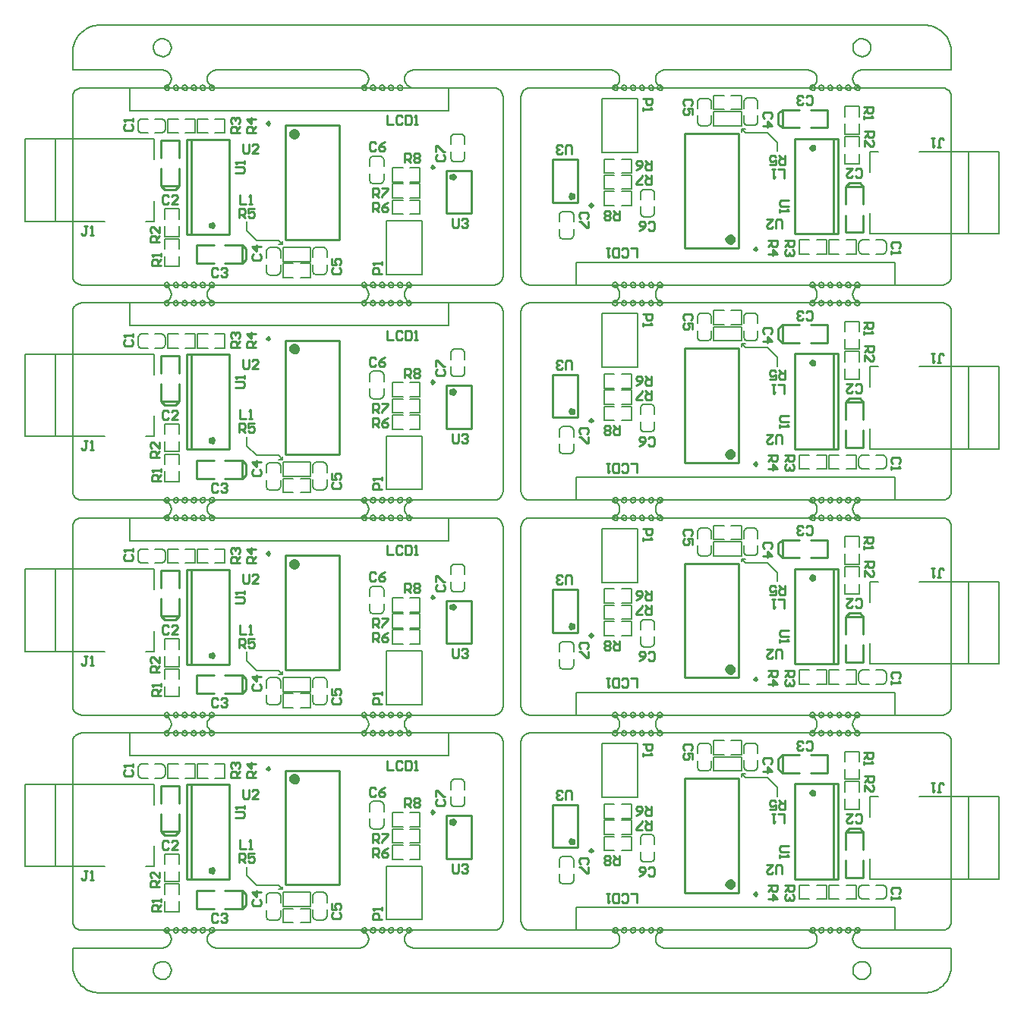
<source format=gto>
G04*
G04 #@! TF.GenerationSoftware,Altium Limited,Altium Designer,18.0.7 (293)*
G04*
G04 Layer_Color=65535*
%FSLAX25Y25*%
%MOIN*%
G70*
G01*
G75*
%ADD18C,0.01000*%
%ADD21C,0.00787*%
%ADD33C,0.02362*%
%ADD34C,0.01181*%
%ADD35C,0.01575*%
G54D18*
X513938Y534451D02*
Y484254D01*
X490316Y534451D02*
Y484254D01*
X513938D02*
X490316D01*
X513938Y534451D02*
X490316D01*
X533039Y544898D02*
X531322Y543315D01*
X533039Y537008D02*
X531322Y538591D01*
Y543315D02*
Y538591D01*
X540665Y537008D02*
X533039D01*
X553015D02*
X545389D01*
X553015Y544898D02*
X545389D01*
X540665D02*
X533039D01*
X553015D02*
Y537008D01*
X533039Y544898D02*
Y537008D01*
X568672Y510941D02*
X567089Y512657D01*
X562365D02*
X560782Y510941D01*
X567089Y512657D02*
X562365D01*
X560782Y510941D02*
Y503315D01*
Y498591D02*
Y490965D01*
X568672Y498591D02*
Y490965D01*
Y510941D02*
Y503315D01*
Y490965D02*
X560782D01*
X568672Y510941D02*
X560782D01*
X443275Y523002D02*
Y504104D01*
X432251Y523002D02*
Y504104D01*
X443275D02*
X432251D01*
X443275Y523002D02*
X432251D01*
X555413Y532118D02*
Y490386D01*
X557382Y532118D02*
Y490386D01*
X538484D01*
Y532118D02*
Y490386D01*
X557382Y532118D02*
X538484D01*
X601118Y528407D02*
X602451D01*
X601784D01*
Y531739D01*
X602451Y532406D01*
X603117D01*
X603784Y531739D01*
X599785Y532406D02*
X598452D01*
X599118D01*
Y528407D01*
X599785Y529073D01*
X532727Y492654D02*
Y495986D01*
X532060Y496653D01*
X530727D01*
X530061Y495986D01*
Y492654D01*
X526062Y496653D02*
X528728D01*
X526062Y493987D01*
Y493321D01*
X526729Y492654D01*
X528062D01*
X528728Y493321D01*
X584159Y483987D02*
X584826Y484653D01*
Y485986D01*
X584159Y486653D01*
X581493D01*
X580827Y485986D01*
Y484653D01*
X581493Y483987D01*
X580827Y482654D02*
Y481321D01*
Y481988D01*
X584826D01*
X584159Y482654D01*
X447273Y497063D02*
X447940Y497729D01*
Y499062D01*
X447273Y499728D01*
X444607D01*
X443941Y499062D01*
Y497729D01*
X444607Y497063D01*
X447940Y495730D02*
Y493064D01*
X447273D01*
X444607Y495730D01*
X443941D01*
X440627Y525354D02*
Y528686D01*
X439960Y529353D01*
X438627D01*
X437961Y528686D01*
Y525354D01*
X436628Y526020D02*
X435962Y525354D01*
X434629D01*
X433962Y526020D01*
Y526687D01*
X434629Y527353D01*
X435295D01*
X434629D01*
X433962Y528020D01*
Y528686D01*
X434629Y529353D01*
X435962D01*
X436628Y528686D01*
X536025Y505053D02*
X532693D01*
X532027Y504386D01*
Y503053D01*
X532693Y502387D01*
X536025D01*
X532027Y501054D02*
Y499721D01*
Y500388D01*
X536025D01*
X535359Y501054D01*
X469138Y479982D02*
Y483980D01*
X466472D01*
X462473Y480648D02*
X463140Y479982D01*
X464473D01*
X465139Y480648D01*
Y483314D01*
X464473Y483980D01*
X463140D01*
X462473Y483314D01*
X461140Y479982D02*
Y483980D01*
X459141D01*
X458475Y483314D01*
Y480648D01*
X459141Y479982D01*
X461140D01*
X457142Y483980D02*
X455809D01*
X456475D01*
Y479982D01*
X457142Y480648D01*
X534227Y524853D02*
Y520854D01*
X532227D01*
X531561Y521521D01*
Y522853D01*
X532227Y523520D01*
X534227D01*
X532894D02*
X531561Y524853D01*
X527562Y520854D02*
X530228D01*
Y522853D01*
X528895Y522187D01*
X528229D01*
X527562Y522853D01*
Y524186D01*
X528229Y524853D01*
X529562D01*
X530228Y524186D01*
X568795Y545953D02*
X572794D01*
Y543953D01*
X572127Y543287D01*
X570795D01*
X570128Y543953D01*
Y545953D01*
Y544620D02*
X568795Y543287D01*
Y541954D02*
Y540621D01*
Y541288D01*
X572794D01*
X572127Y541954D01*
X569138Y535555D02*
X573137D01*
Y533556D01*
X572470Y532889D01*
X571137D01*
X570471Y533556D01*
Y535555D01*
Y534222D02*
X569138Y532889D01*
Y528891D02*
Y531556D01*
X571804Y528891D01*
X572470D01*
X573137Y529557D01*
Y530890D01*
X572470Y531556D01*
X461627Y500553D02*
Y496554D01*
X459627D01*
X458961Y497221D01*
Y498553D01*
X459627Y499220D01*
X461627D01*
X460294D02*
X458961Y500553D01*
X457628Y497221D02*
X456962Y496554D01*
X455629D01*
X454962Y497221D01*
Y497887D01*
X455629Y498553D01*
X454962Y499220D01*
Y499886D01*
X455629Y500553D01*
X456962D01*
X457628Y499886D01*
Y499220D01*
X456962Y498553D01*
X457628Y497887D01*
Y497221D01*
X456962Y498553D02*
X455629D01*
X475527Y515953D02*
Y511954D01*
X473527D01*
X472861Y512620D01*
Y513953D01*
X473527Y514620D01*
X475527D01*
X474194D02*
X472861Y515953D01*
X471528Y511954D02*
X468862D01*
Y512620D01*
X471528Y515286D01*
Y515953D01*
X475627Y522353D02*
Y518354D01*
X473627D01*
X472961Y519021D01*
Y520353D01*
X473627Y521020D01*
X475627D01*
X474294D02*
X472961Y522353D01*
X468962Y518354D02*
X470295Y519021D01*
X471628Y520353D01*
Y521686D01*
X470962Y522353D01*
X469629D01*
X468962Y521686D01*
Y521020D01*
X469629Y520353D01*
X471628D01*
X526827Y487453D02*
X530826D01*
Y485453D01*
X530159Y484787D01*
X528826D01*
X528160Y485453D01*
Y487453D01*
Y486120D02*
X526827Y484787D01*
Y481455D02*
X530826D01*
X528826Y483454D01*
Y480788D01*
X534127Y487453D02*
X538126D01*
Y485453D01*
X537459Y484787D01*
X536126D01*
X535460Y485453D01*
Y487453D01*
Y486120D02*
X534127Y484787D01*
X537459Y483454D02*
X538126Y482788D01*
Y481455D01*
X537459Y480788D01*
X536793D01*
X536126Y481455D01*
Y482121D01*
Y481455D01*
X535460Y480788D01*
X534793D01*
X534127Y481455D01*
Y482788D01*
X534793Y483454D01*
X471727Y549653D02*
X475726D01*
Y547653D01*
X475059Y546987D01*
X473726D01*
X473060Y547653D01*
Y549653D01*
X471727Y545654D02*
Y544321D01*
Y544988D01*
X475726D01*
X475059Y545654D01*
X533827Y514754D02*
Y518753D01*
X531161D01*
X529828D02*
X528495D01*
X529162D01*
Y514754D01*
X529828Y515420D01*
X492959Y546787D02*
X493625Y547453D01*
Y548786D01*
X492959Y549453D01*
X490293D01*
X489627Y548786D01*
Y547453D01*
X490293Y546787D01*
X493625Y542788D02*
Y545454D01*
X491626D01*
X492293Y544121D01*
Y543455D01*
X491626Y542788D01*
X490293D01*
X489627Y543455D01*
Y544788D01*
X490293Y545454D01*
X527859Y540987D02*
X528525Y541653D01*
Y542986D01*
X527859Y543653D01*
X525193D01*
X524527Y542986D01*
Y541653D01*
X525193Y540987D01*
X524527Y537655D02*
X528525D01*
X526526Y539654D01*
Y536988D01*
X543561Y547620D02*
X544227Y546954D01*
X545560D01*
X546227Y547620D01*
Y550286D01*
X545560Y550953D01*
X544227D01*
X543561Y550286D01*
X542228Y547620D02*
X541562Y546954D01*
X540229D01*
X539562Y547620D01*
Y548287D01*
X540229Y548953D01*
X540895D01*
X540229D01*
X539562Y549620D01*
Y550286D01*
X540229Y550953D01*
X541562D01*
X542228Y550286D01*
X565261Y515621D02*
X565927Y514954D01*
X567260D01*
X567927Y515621D01*
Y518286D01*
X567260Y518953D01*
X565927D01*
X565261Y518286D01*
X561262Y518953D02*
X563928D01*
X561262Y516287D01*
Y515621D01*
X561929Y514954D01*
X563262D01*
X563928Y515621D01*
X474361Y492320D02*
X475027Y491654D01*
X476360D01*
X477027Y492320D01*
Y494986D01*
X476360Y495653D01*
X475027D01*
X474361Y494986D01*
X470362Y491654D02*
X471695Y492320D01*
X473028Y493653D01*
Y494986D01*
X472362Y495653D01*
X471029D01*
X470362Y494986D01*
Y494320D01*
X471029Y493653D01*
X473028D01*
X513938Y439963D02*
Y389766D01*
X490316Y439963D02*
Y389766D01*
X513938D02*
X490316D01*
X513938Y439963D02*
X490316D01*
X533039Y450410D02*
X531322Y448827D01*
X533039Y442520D02*
X531322Y444102D01*
Y448827D02*
Y444102D01*
X540665Y442520D02*
X533039D01*
X553015D02*
X545389D01*
X553015Y450410D02*
X545389D01*
X540665D02*
X533039D01*
X553015D02*
Y442520D01*
X533039Y450410D02*
Y442520D01*
X568672Y416453D02*
X567089Y418169D01*
X562365D02*
X560782Y416453D01*
X567089Y418169D02*
X562365D01*
X560782Y416453D02*
Y408827D01*
Y404102D02*
Y396476D01*
X568672Y404102D02*
Y396476D01*
Y416453D02*
Y408827D01*
Y396476D02*
X560782D01*
X568672Y416453D02*
X560782D01*
X443275Y428513D02*
Y409616D01*
X432251Y428513D02*
Y409616D01*
X443275D02*
X432251D01*
X443275Y428513D02*
X432251D01*
X555413Y437630D02*
Y395898D01*
X557382Y437630D02*
Y395898D01*
X538484D01*
Y437630D02*
Y395898D01*
X557382Y437630D02*
X538484D01*
X601118Y433919D02*
X602451D01*
X601784D01*
Y437251D01*
X602451Y437917D01*
X603117D01*
X603784Y437251D01*
X599785Y437917D02*
X598452D01*
X599118D01*
Y433919D01*
X599785Y434585D01*
X532727Y398166D02*
Y401498D01*
X532060Y402165D01*
X530727D01*
X530061Y401498D01*
Y398166D01*
X526062Y402165D02*
X528728D01*
X526062Y399499D01*
Y398832D01*
X526729Y398166D01*
X528062D01*
X528728Y398832D01*
X584159Y389499D02*
X584826Y390165D01*
Y391498D01*
X584159Y392165D01*
X581493D01*
X580827Y391498D01*
Y390165D01*
X581493Y389499D01*
X580827Y388166D02*
Y386833D01*
Y387499D01*
X584826D01*
X584159Y388166D01*
X447273Y402574D02*
X447940Y403241D01*
Y404574D01*
X447273Y405240D01*
X444607D01*
X443941Y404574D01*
Y403241D01*
X444607Y402574D01*
X447940Y401241D02*
Y398576D01*
X447273D01*
X444607Y401241D01*
X443941D01*
X440627Y430866D02*
Y434198D01*
X439960Y434865D01*
X438627D01*
X437961Y434198D01*
Y430866D01*
X436628Y431532D02*
X435962Y430866D01*
X434629D01*
X433962Y431532D01*
Y432199D01*
X434629Y432865D01*
X435295D01*
X434629D01*
X433962Y433532D01*
Y434198D01*
X434629Y434865D01*
X435962D01*
X436628Y434198D01*
X536025Y410565D02*
X532693D01*
X532027Y409898D01*
Y408565D01*
X532693Y407899D01*
X536025D01*
X532027Y406566D02*
Y405233D01*
Y405899D01*
X536025D01*
X535359Y406566D01*
X469138Y385493D02*
Y389492D01*
X466472D01*
X462473Y386160D02*
X463140Y385493D01*
X464473D01*
X465139Y386160D01*
Y388826D01*
X464473Y389492D01*
X463140D01*
X462473Y388826D01*
X461140Y385493D02*
Y389492D01*
X459141D01*
X458475Y388826D01*
Y386160D01*
X459141Y385493D01*
X461140D01*
X457142Y389492D02*
X455809D01*
X456475D01*
Y385493D01*
X457142Y386160D01*
X534227Y430365D02*
Y426366D01*
X532227D01*
X531561Y427032D01*
Y428365D01*
X532227Y429032D01*
X534227D01*
X532894D02*
X531561Y430365D01*
X527562Y426366D02*
X530228D01*
Y428365D01*
X528895Y427699D01*
X528229D01*
X527562Y428365D01*
Y429698D01*
X528229Y430365D01*
X529562D01*
X530228Y429698D01*
X568795Y451465D02*
X572794D01*
Y449465D01*
X572127Y448799D01*
X570795D01*
X570128Y449465D01*
Y451465D01*
Y450132D02*
X568795Y448799D01*
Y447466D02*
Y446133D01*
Y446799D01*
X572794D01*
X572127Y447466D01*
X569138Y441067D02*
X573137D01*
Y439068D01*
X572470Y438401D01*
X571137D01*
X570471Y439068D01*
Y441067D01*
Y439734D02*
X569138Y438401D01*
Y434402D02*
Y437068D01*
X571804Y434402D01*
X572470D01*
X573137Y435069D01*
Y436402D01*
X572470Y437068D01*
X461627Y406065D02*
Y402066D01*
X459627D01*
X458961Y402732D01*
Y404065D01*
X459627Y404732D01*
X461627D01*
X460294D02*
X458961Y406065D01*
X457628Y402732D02*
X456962Y402066D01*
X455629D01*
X454962Y402732D01*
Y403399D01*
X455629Y404065D01*
X454962Y404732D01*
Y405398D01*
X455629Y406065D01*
X456962D01*
X457628Y405398D01*
Y404732D01*
X456962Y404065D01*
X457628Y403399D01*
Y402732D01*
X456962Y404065D02*
X455629D01*
X475527Y421465D02*
Y417466D01*
X473527D01*
X472861Y418132D01*
Y419465D01*
X473527Y420132D01*
X475527D01*
X474194D02*
X472861Y421465D01*
X471528Y417466D02*
X468862D01*
Y418132D01*
X471528Y420798D01*
Y421465D01*
X475627Y427865D02*
Y423866D01*
X473627D01*
X472961Y424532D01*
Y425865D01*
X473627Y426532D01*
X475627D01*
X474294D02*
X472961Y427865D01*
X468962Y423866D02*
X470295Y424532D01*
X471628Y425865D01*
Y427198D01*
X470962Y427865D01*
X469629D01*
X468962Y427198D01*
Y426532D01*
X469629Y425865D01*
X471628D01*
X526827Y392965D02*
X530826D01*
Y390965D01*
X530159Y390299D01*
X528826D01*
X528160Y390965D01*
Y392965D01*
Y391632D02*
X526827Y390299D01*
Y386966D02*
X530826D01*
X528826Y388966D01*
Y386300D01*
X534127Y392965D02*
X538126D01*
Y390965D01*
X537459Y390299D01*
X536126D01*
X535460Y390965D01*
Y392965D01*
Y391632D02*
X534127Y390299D01*
X537459Y388966D02*
X538126Y388299D01*
Y386966D01*
X537459Y386300D01*
X536793D01*
X536126Y386966D01*
Y387633D01*
Y386966D01*
X535460Y386300D01*
X534793D01*
X534127Y386966D01*
Y388299D01*
X534793Y388966D01*
X471727Y455165D02*
X475726D01*
Y453165D01*
X475059Y452499D01*
X473726D01*
X473060Y453165D01*
Y455165D01*
X471727Y451166D02*
Y449833D01*
Y450499D01*
X475726D01*
X475059Y451166D01*
X533827Y420266D02*
Y424265D01*
X531161D01*
X529828D02*
X528495D01*
X529162D01*
Y420266D01*
X529828Y420932D01*
X492959Y452299D02*
X493625Y452965D01*
Y454298D01*
X492959Y454965D01*
X490293D01*
X489627Y454298D01*
Y452965D01*
X490293Y452299D01*
X493625Y448300D02*
Y450966D01*
X491626D01*
X492293Y449633D01*
Y448967D01*
X491626Y448300D01*
X490293D01*
X489627Y448967D01*
Y450299D01*
X490293Y450966D01*
X527859Y446499D02*
X528525Y447165D01*
Y448498D01*
X527859Y449165D01*
X525193D01*
X524527Y448498D01*
Y447165D01*
X525193Y446499D01*
X524527Y443166D02*
X528525D01*
X526526Y445166D01*
Y442500D01*
X543561Y453132D02*
X544227Y452466D01*
X545560D01*
X546227Y453132D01*
Y455798D01*
X545560Y456465D01*
X544227D01*
X543561Y455798D01*
X542228Y453132D02*
X541562Y452466D01*
X540229D01*
X539562Y453132D01*
Y453799D01*
X540229Y454465D01*
X540895D01*
X540229D01*
X539562Y455132D01*
Y455798D01*
X540229Y456465D01*
X541562D01*
X542228Y455798D01*
X565261Y421132D02*
X565927Y420466D01*
X567260D01*
X567927Y421132D01*
Y423798D01*
X567260Y424465D01*
X565927D01*
X565261Y423798D01*
X561262Y424465D02*
X563928D01*
X561262Y421799D01*
Y421132D01*
X561929Y420466D01*
X563262D01*
X563928Y421132D01*
X474361Y397832D02*
X475027Y397166D01*
X476360D01*
X477027Y397832D01*
Y400498D01*
X476360Y401165D01*
X475027D01*
X474361Y400498D01*
X470362Y397166D02*
X471695Y397832D01*
X473028Y399165D01*
Y400498D01*
X472362Y401165D01*
X471029D01*
X470362Y400498D01*
Y399832D01*
X471029Y399165D01*
X473028D01*
X513938Y345475D02*
Y295278D01*
X490316Y345475D02*
Y295278D01*
X513938D02*
X490316D01*
X513938Y345475D02*
X490316D01*
X533039Y355921D02*
X531322Y354339D01*
X533039Y348031D02*
X531322Y349614D01*
Y354339D02*
Y349614D01*
X540665Y348031D02*
X533039D01*
X553015D02*
X545389D01*
X553015Y355921D02*
X545389D01*
X540665D02*
X533039D01*
X553015D02*
Y348031D01*
X533039Y355921D02*
Y348031D01*
X568672Y321965D02*
X567089Y323681D01*
X562365D02*
X560782Y321965D01*
X567089Y323681D02*
X562365D01*
X560782Y321965D02*
Y314339D01*
Y309614D02*
Y301988D01*
X568672Y309614D02*
Y301988D01*
Y321965D02*
Y314339D01*
Y301988D02*
X560782D01*
X568672Y321965D02*
X560782D01*
X443275Y334025D02*
Y315128D01*
X432251Y334025D02*
Y315128D01*
X443275D02*
X432251D01*
X443275Y334025D02*
X432251D01*
X555413Y343142D02*
Y301409D01*
X557382Y343142D02*
Y301409D01*
X538484D01*
Y343142D02*
Y301409D01*
X557382Y343142D02*
X538484D01*
X601118Y339430D02*
X602451D01*
X601784D01*
Y342763D01*
X602451Y343429D01*
X603117D01*
X603784Y342763D01*
X599785Y343429D02*
X598452D01*
X599118D01*
Y339430D01*
X599785Y340097D01*
X532727Y303678D02*
Y307010D01*
X532060Y307676D01*
X530727D01*
X530061Y307010D01*
Y303678D01*
X526062Y307676D02*
X528728D01*
X526062Y305011D01*
Y304344D01*
X526729Y303678D01*
X528062D01*
X528728Y304344D01*
X584159Y295011D02*
X584826Y295677D01*
Y297010D01*
X584159Y297676D01*
X581493D01*
X580827Y297010D01*
Y295677D01*
X581493Y295011D01*
X580827Y293678D02*
Y292345D01*
Y293011D01*
X584826D01*
X584159Y293678D01*
X447273Y308086D02*
X447940Y308753D01*
Y310086D01*
X447273Y310752D01*
X444607D01*
X443941Y310086D01*
Y308753D01*
X444607Y308086D01*
X447940Y306753D02*
Y304087D01*
X447273D01*
X444607Y306753D01*
X443941D01*
X440627Y336378D02*
Y339710D01*
X439960Y340376D01*
X438627D01*
X437961Y339710D01*
Y336378D01*
X436628Y337044D02*
X435962Y336378D01*
X434629D01*
X433962Y337044D01*
Y337711D01*
X434629Y338377D01*
X435295D01*
X434629D01*
X433962Y339043D01*
Y339710D01*
X434629Y340376D01*
X435962D01*
X436628Y339710D01*
X536025Y316076D02*
X532693D01*
X532027Y315410D01*
Y314077D01*
X532693Y313411D01*
X536025D01*
X532027Y312078D02*
Y310745D01*
Y311411D01*
X536025D01*
X535359Y312078D01*
X469138Y291005D02*
Y295004D01*
X466472D01*
X462473Y291672D02*
X463140Y291005D01*
X464473D01*
X465139Y291672D01*
Y294338D01*
X464473Y295004D01*
X463140D01*
X462473Y294338D01*
X461140Y291005D02*
Y295004D01*
X459141D01*
X458475Y294338D01*
Y291672D01*
X459141Y291005D01*
X461140D01*
X457142Y295004D02*
X455809D01*
X456475D01*
Y291005D01*
X457142Y291672D01*
X534227Y335876D02*
Y331878D01*
X532227D01*
X531561Y332544D01*
Y333877D01*
X532227Y334543D01*
X534227D01*
X532894D02*
X531561Y335876D01*
X527562Y331878D02*
X530228D01*
Y333877D01*
X528895Y333211D01*
X528229D01*
X527562Y333877D01*
Y335210D01*
X528229Y335876D01*
X529562D01*
X530228Y335210D01*
X568795Y356976D02*
X572794D01*
Y354977D01*
X572127Y354311D01*
X570795D01*
X570128Y354977D01*
Y356976D01*
Y355644D02*
X568795Y354311D01*
Y352978D02*
Y351645D01*
Y352311D01*
X572794D01*
X572127Y352978D01*
X569138Y346579D02*
X573137D01*
Y344579D01*
X572470Y343913D01*
X571137D01*
X570471Y344579D01*
Y346579D01*
Y345246D02*
X569138Y343913D01*
Y339914D02*
Y342580D01*
X571804Y339914D01*
X572470D01*
X573137Y340581D01*
Y341914D01*
X572470Y342580D01*
X461627Y311576D02*
Y307578D01*
X459627D01*
X458961Y308244D01*
Y309577D01*
X459627Y310244D01*
X461627D01*
X460294D02*
X458961Y311576D01*
X457628Y308244D02*
X456962Y307578D01*
X455629D01*
X454962Y308244D01*
Y308911D01*
X455629Y309577D01*
X454962Y310244D01*
Y310910D01*
X455629Y311576D01*
X456962D01*
X457628Y310910D01*
Y310244D01*
X456962Y309577D01*
X457628Y308911D01*
Y308244D01*
X456962Y309577D02*
X455629D01*
X475527Y326976D02*
Y322978D01*
X473527D01*
X472861Y323644D01*
Y324977D01*
X473527Y325643D01*
X475527D01*
X474194D02*
X472861Y326976D01*
X471528Y322978D02*
X468862D01*
Y323644D01*
X471528Y326310D01*
Y326976D01*
X475627Y333376D02*
Y329378D01*
X473627D01*
X472961Y330044D01*
Y331377D01*
X473627Y332044D01*
X475627D01*
X474294D02*
X472961Y333376D01*
X468962Y329378D02*
X470295Y330044D01*
X471628Y331377D01*
Y332710D01*
X470962Y333376D01*
X469629D01*
X468962Y332710D01*
Y332044D01*
X469629Y331377D01*
X471628D01*
X526827Y298476D02*
X530826D01*
Y296477D01*
X530159Y295811D01*
X528826D01*
X528160Y296477D01*
Y298476D01*
Y297144D02*
X526827Y295811D01*
Y292478D02*
X530826D01*
X528826Y294478D01*
Y291812D01*
X534127Y298476D02*
X538126D01*
Y296477D01*
X537459Y295811D01*
X536126D01*
X535460Y296477D01*
Y298476D01*
Y297144D02*
X534127Y295811D01*
X537459Y294478D02*
X538126Y293811D01*
Y292478D01*
X537459Y291812D01*
X536793D01*
X536126Y292478D01*
Y293145D01*
Y292478D01*
X535460Y291812D01*
X534793D01*
X534127Y292478D01*
Y293811D01*
X534793Y294478D01*
X471727Y360676D02*
X475726D01*
Y358677D01*
X475059Y358011D01*
X473726D01*
X473060Y358677D01*
Y360676D01*
X471727Y356678D02*
Y355345D01*
Y356011D01*
X475726D01*
X475059Y356678D01*
X533827Y325778D02*
Y329776D01*
X531161D01*
X529828D02*
X528495D01*
X529162D01*
Y325778D01*
X529828Y326444D01*
X492959Y357811D02*
X493625Y358477D01*
Y359810D01*
X492959Y360476D01*
X490293D01*
X489627Y359810D01*
Y358477D01*
X490293Y357811D01*
X493625Y353812D02*
Y356478D01*
X491626D01*
X492293Y355145D01*
Y354478D01*
X491626Y353812D01*
X490293D01*
X489627Y354478D01*
Y355811D01*
X490293Y356478D01*
X527859Y352011D02*
X528525Y352677D01*
Y354010D01*
X527859Y354676D01*
X525193D01*
X524527Y354010D01*
Y352677D01*
X525193Y352011D01*
X524527Y348678D02*
X528525D01*
X526526Y350678D01*
Y348012D01*
X543561Y358644D02*
X544227Y357978D01*
X545560D01*
X546227Y358644D01*
Y361310D01*
X545560Y361976D01*
X544227D01*
X543561Y361310D01*
X542228Y358644D02*
X541562Y357978D01*
X540229D01*
X539562Y358644D01*
Y359311D01*
X540229Y359977D01*
X540895D01*
X540229D01*
X539562Y360644D01*
Y361310D01*
X540229Y361976D01*
X541562D01*
X542228Y361310D01*
X565261Y326644D02*
X565927Y325978D01*
X567260D01*
X567927Y326644D01*
Y329310D01*
X567260Y329976D01*
X565927D01*
X565261Y329310D01*
X561262Y329976D02*
X563928D01*
X561262Y327311D01*
Y326644D01*
X561929Y325978D01*
X563262D01*
X563928Y326644D01*
X474361Y303344D02*
X475027Y302678D01*
X476360D01*
X477027Y303344D01*
Y306010D01*
X476360Y306676D01*
X475027D01*
X474361Y306010D01*
X470362Y302678D02*
X471695Y303344D01*
X473028Y304677D01*
Y306010D01*
X472362Y306676D01*
X471029D01*
X470362Y306010D01*
Y305344D01*
X471029Y304677D01*
X473028D01*
X513938Y250987D02*
Y200790D01*
X490316Y250987D02*
Y200790D01*
X513938D02*
X490316D01*
X513938Y250987D02*
X490316D01*
X533039Y261433D02*
X531322Y259850D01*
X533039Y253543D02*
X531322Y255126D01*
Y259850D02*
Y255126D01*
X540665Y253543D02*
X533039D01*
X553015D02*
X545389D01*
X553015Y261433D02*
X545389D01*
X540665D02*
X533039D01*
X553015D02*
Y253543D01*
X533039Y261433D02*
Y253543D01*
X568672Y227476D02*
X567089Y229193D01*
X562365D02*
X560782Y227476D01*
X567089Y229193D02*
X562365D01*
X560782Y227476D02*
Y219850D01*
Y215126D02*
Y207500D01*
X568672Y215126D02*
Y207500D01*
Y227476D02*
Y219850D01*
Y207500D02*
X560782D01*
X568672Y227476D02*
X560782D01*
X443275Y239537D02*
Y220639D01*
X432251Y239537D02*
Y220639D01*
X443275D02*
X432251D01*
X443275Y239537D02*
X432251D01*
X555413Y248654D02*
Y206921D01*
X557382Y248654D02*
Y206921D01*
X538484D01*
Y248654D02*
Y206921D01*
X557382Y248654D02*
X538484D01*
X601118Y244942D02*
X602451D01*
X601784D01*
Y248274D01*
X602451Y248941D01*
X603117D01*
X603784Y248274D01*
X599785Y248941D02*
X598452D01*
X599118D01*
Y244942D01*
X599785Y245609D01*
X532727Y209190D02*
Y212522D01*
X532060Y213188D01*
X530727D01*
X530061Y212522D01*
Y209190D01*
X526062Y213188D02*
X528728D01*
X526062Y210522D01*
Y209856D01*
X526729Y209190D01*
X528062D01*
X528728Y209856D01*
X584159Y200522D02*
X584826Y201189D01*
Y202522D01*
X584159Y203188D01*
X581493D01*
X580827Y202522D01*
Y201189D01*
X581493Y200522D01*
X580827Y199189D02*
Y197857D01*
Y198523D01*
X584826D01*
X584159Y199189D01*
X447273Y213598D02*
X447940Y214264D01*
Y215597D01*
X447273Y216264D01*
X444607D01*
X443941Y215597D01*
Y214264D01*
X444607Y213598D01*
X447940Y212265D02*
Y209599D01*
X447273D01*
X444607Y212265D01*
X443941D01*
X440627Y241890D02*
Y245222D01*
X439960Y245888D01*
X438627D01*
X437961Y245222D01*
Y241890D01*
X436628Y242556D02*
X435962Y241890D01*
X434629D01*
X433962Y242556D01*
Y243222D01*
X434629Y243889D01*
X435295D01*
X434629D01*
X433962Y244555D01*
Y245222D01*
X434629Y245888D01*
X435962D01*
X436628Y245222D01*
X536025Y221588D02*
X532693D01*
X532027Y220922D01*
Y219589D01*
X532693Y218922D01*
X536025D01*
X532027Y217589D02*
Y216257D01*
Y216923D01*
X536025D01*
X535359Y217589D01*
X469138Y196517D02*
Y200516D01*
X466472D01*
X462473Y197184D02*
X463140Y196517D01*
X464473D01*
X465139Y197184D01*
Y199849D01*
X464473Y200516D01*
X463140D01*
X462473Y199849D01*
X461140Y196517D02*
Y200516D01*
X459141D01*
X458475Y199849D01*
Y197184D01*
X459141Y196517D01*
X461140D01*
X457142Y200516D02*
X455809D01*
X456475D01*
Y196517D01*
X457142Y197184D01*
X534227Y241388D02*
Y237389D01*
X532227D01*
X531561Y238056D01*
Y239389D01*
X532227Y240055D01*
X534227D01*
X532894D02*
X531561Y241388D01*
X527562Y237389D02*
X530228D01*
Y239389D01*
X528895Y238722D01*
X528229D01*
X527562Y239389D01*
Y240722D01*
X528229Y241388D01*
X529562D01*
X530228Y240722D01*
X568795Y262488D02*
X572794D01*
Y260489D01*
X572127Y259822D01*
X570795D01*
X570128Y260489D01*
Y262488D01*
Y261155D02*
X568795Y259822D01*
Y258489D02*
Y257157D01*
Y257823D01*
X572794D01*
X572127Y258489D01*
X569138Y252091D02*
X573137D01*
Y250091D01*
X572470Y249425D01*
X571137D01*
X570471Y250091D01*
Y252091D01*
Y250758D02*
X569138Y249425D01*
Y245426D02*
Y248092D01*
X571804Y245426D01*
X572470D01*
X573137Y246093D01*
Y247425D01*
X572470Y248092D01*
X461627Y217088D02*
Y213089D01*
X459627D01*
X458961Y213756D01*
Y215089D01*
X459627Y215755D01*
X461627D01*
X460294D02*
X458961Y217088D01*
X457628Y213756D02*
X456962Y213089D01*
X455629D01*
X454962Y213756D01*
Y214422D01*
X455629Y215089D01*
X454962Y215755D01*
Y216422D01*
X455629Y217088D01*
X456962D01*
X457628Y216422D01*
Y215755D01*
X456962Y215089D01*
X457628Y214422D01*
Y213756D01*
X456962Y215089D02*
X455629D01*
X475527Y232488D02*
Y228489D01*
X473527D01*
X472861Y229156D01*
Y230489D01*
X473527Y231155D01*
X475527D01*
X474194D02*
X472861Y232488D01*
X471528Y228489D02*
X468862D01*
Y229156D01*
X471528Y231822D01*
Y232488D01*
X475627Y238888D02*
Y234890D01*
X473627D01*
X472961Y235556D01*
Y236889D01*
X473627Y237555D01*
X475627D01*
X474294D02*
X472961Y238888D01*
X468962Y234890D02*
X470295Y235556D01*
X471628Y236889D01*
Y238222D01*
X470962Y238888D01*
X469629D01*
X468962Y238222D01*
Y237555D01*
X469629Y236889D01*
X471628D01*
X526827Y203988D02*
X530826D01*
Y201989D01*
X530159Y201322D01*
X528826D01*
X528160Y201989D01*
Y203988D01*
Y202655D02*
X526827Y201322D01*
Y197990D02*
X530826D01*
X528826Y199989D01*
Y197324D01*
X534127Y203988D02*
X538126D01*
Y201989D01*
X537459Y201322D01*
X536126D01*
X535460Y201989D01*
Y203988D01*
Y202655D02*
X534127Y201322D01*
X537459Y199989D02*
X538126Y199323D01*
Y197990D01*
X537459Y197324D01*
X536793D01*
X536126Y197990D01*
Y198657D01*
Y197990D01*
X535460Y197324D01*
X534793D01*
X534127Y197990D01*
Y199323D01*
X534793Y199989D01*
X471727Y266188D02*
X475726D01*
Y264189D01*
X475059Y263522D01*
X473726D01*
X473060Y264189D01*
Y266188D01*
X471727Y262190D02*
Y260857D01*
Y261523D01*
X475726D01*
X475059Y262190D01*
X533827Y231290D02*
Y235288D01*
X531161D01*
X529828D02*
X528495D01*
X529162D01*
Y231290D01*
X529828Y231956D01*
X492959Y263322D02*
X493625Y263989D01*
Y265322D01*
X492959Y265988D01*
X490293D01*
X489627Y265322D01*
Y263989D01*
X490293Y263322D01*
X493625Y259324D02*
Y261989D01*
X491626D01*
X492293Y260657D01*
Y259990D01*
X491626Y259324D01*
X490293D01*
X489627Y259990D01*
Y261323D01*
X490293Y261989D01*
X527859Y257522D02*
X528525Y258189D01*
Y259522D01*
X527859Y260188D01*
X525193D01*
X524527Y259522D01*
Y258189D01*
X525193Y257522D01*
X524527Y254190D02*
X528525D01*
X526526Y256189D01*
Y253524D01*
X543561Y264156D02*
X544227Y263490D01*
X545560D01*
X546227Y264156D01*
Y266822D01*
X545560Y267488D01*
X544227D01*
X543561Y266822D01*
X542228Y264156D02*
X541562Y263490D01*
X540229D01*
X539562Y264156D01*
Y264822D01*
X540229Y265489D01*
X540895D01*
X540229D01*
X539562Y266155D01*
Y266822D01*
X540229Y267488D01*
X541562D01*
X542228Y266822D01*
X565261Y232156D02*
X565927Y231489D01*
X567260D01*
X567927Y232156D01*
Y234822D01*
X567260Y235488D01*
X565927D01*
X565261Y234822D01*
X561262Y235488D02*
X563928D01*
X561262Y232822D01*
Y232156D01*
X561929Y231489D01*
X563262D01*
X563928Y232156D01*
X474361Y208856D02*
X475027Y208190D01*
X476360D01*
X477027Y208856D01*
Y211522D01*
X476360Y212188D01*
X475027D01*
X474361Y211522D01*
X470362Y208190D02*
X471695Y208856D01*
X473028Y210189D01*
Y211522D01*
X472362Y212188D01*
X471029D01*
X470362Y211522D01*
Y210855D01*
X471029Y210189D01*
X473028D01*
X314889Y204376D02*
Y254572D01*
X338511Y204376D02*
Y254572D01*
X314889D02*
X338511D01*
X314889Y204376D02*
X338511D01*
X295788Y193929D02*
X297505Y195512D01*
X295788Y201819D02*
X297505Y200236D01*
Y195512D02*
Y200236D01*
X288162Y201819D02*
X295788D01*
X275812D02*
X283438D01*
X275812Y193929D02*
X283438D01*
X288162D02*
X295788D01*
X275812D02*
Y201819D01*
X295788Y193929D02*
Y201819D01*
X260155Y227886D02*
X261738Y226169D01*
X266462D02*
X268045Y227886D01*
X261738Y226169D02*
X266462D01*
X268045Y227886D02*
Y235512D01*
Y240236D02*
Y247862D01*
X260155Y240236D02*
Y247862D01*
Y227886D02*
Y235512D01*
Y247862D02*
X268045D01*
X260155Y227886D02*
X268045D01*
X385552Y215825D02*
Y234723D01*
X396576Y215825D02*
Y234723D01*
X385552D02*
X396576D01*
X385552Y215825D02*
X396576D01*
X273413Y206709D02*
Y248441D01*
X271445Y206709D02*
Y248441D01*
X290342D01*
Y206709D02*
Y248441D01*
X271445Y206709D02*
X290342D01*
X227709Y210420D02*
X226376D01*
X227043D01*
Y207088D01*
X226376Y206421D01*
X225710D01*
X225043Y207088D01*
X229042Y206421D02*
X230375D01*
X229709D01*
Y210420D01*
X229042Y209753D01*
X296100Y246173D02*
Y242841D01*
X296766Y242174D01*
X298099D01*
X298766Y242841D01*
Y246173D01*
X302765Y242174D02*
X300099D01*
X302765Y244840D01*
Y245506D01*
X302098Y246173D01*
X300765D01*
X300099Y245506D01*
X244668Y254840D02*
X244001Y254173D01*
Y252840D01*
X244668Y252174D01*
X247334D01*
X248000Y252840D01*
Y254173D01*
X247334Y254840D01*
X248000Y256173D02*
Y257506D01*
Y256839D01*
X244001D01*
X244668Y256173D01*
X381554Y241764D02*
X380887Y241098D01*
Y239765D01*
X381554Y239098D01*
X384219D01*
X384886Y239765D01*
Y241098D01*
X384219Y241764D01*
X380887Y243097D02*
Y245763D01*
X381554D01*
X384219Y243097D01*
X384886D01*
X388200Y213473D02*
Y210140D01*
X388866Y209474D01*
X390199D01*
X390866Y210140D01*
Y213473D01*
X392199Y212806D02*
X392865Y213473D01*
X394198D01*
X394865Y212806D01*
Y212140D01*
X394198Y211473D01*
X393532D01*
X394198D01*
X394865Y210807D01*
Y210140D01*
X394198Y209474D01*
X392865D01*
X392199Y210140D01*
X292801Y233774D02*
X296134D01*
X296800Y234440D01*
Y235773D01*
X296134Y236440D01*
X292801D01*
X296800Y237773D02*
Y239106D01*
Y238439D01*
X292801D01*
X293468Y237773D01*
X359689Y258845D02*
Y254847D01*
X362355D01*
X366354Y258179D02*
X365687Y258845D01*
X364354D01*
X363688Y258179D01*
Y255513D01*
X364354Y254847D01*
X365687D01*
X366354Y255513D01*
X367686Y258845D02*
Y254847D01*
X369686D01*
X370352Y255513D01*
Y258179D01*
X369686Y258845D01*
X367686D01*
X371685Y254847D02*
X373018D01*
X372352D01*
Y258845D01*
X371685Y258179D01*
X294600Y213974D02*
Y217973D01*
X296599D01*
X297266Y217306D01*
Y215973D01*
X296599Y215307D01*
X294600D01*
X295933D02*
X297266Y213974D01*
X301265Y217973D02*
X298599D01*
Y215973D01*
X299932Y216640D01*
X300598D01*
X301265Y215973D01*
Y214640D01*
X300598Y213974D01*
X299265D01*
X298599Y214640D01*
X260032Y192874D02*
X256033D01*
Y194873D01*
X256699Y195540D01*
X258032D01*
X258699Y194873D01*
Y192874D01*
Y194207D02*
X260032Y195540D01*
Y196873D02*
Y198206D01*
Y197539D01*
X256033D01*
X256699Y196873D01*
X259689Y203272D02*
X255690D01*
Y205271D01*
X256357Y205938D01*
X257690D01*
X258356Y205271D01*
Y203272D01*
Y204605D02*
X259689Y205938D01*
Y209936D02*
Y207270D01*
X257023Y209936D01*
X256357D01*
X255690Y209270D01*
Y207937D01*
X256357Y207270D01*
X367200Y238274D02*
Y242273D01*
X369199D01*
X369866Y241606D01*
Y240273D01*
X369199Y239607D01*
X367200D01*
X368533D02*
X369866Y238274D01*
X371199Y241606D02*
X371865Y242273D01*
X373198D01*
X373865Y241606D01*
Y240940D01*
X373198Y240273D01*
X373865Y239607D01*
Y238941D01*
X373198Y238274D01*
X371865D01*
X371199Y238941D01*
Y239607D01*
X371865Y240273D01*
X371199Y240940D01*
Y241606D01*
X371865Y240273D02*
X373198D01*
X353300Y222874D02*
Y226873D01*
X355299D01*
X355966Y226206D01*
Y224873D01*
X355299Y224207D01*
X353300D01*
X354633D02*
X355966Y222874D01*
X357299Y226873D02*
X359964D01*
Y226206D01*
X357299Y223540D01*
Y222874D01*
X353200Y216474D02*
Y220473D01*
X355199D01*
X355866Y219806D01*
Y218473D01*
X355199Y217807D01*
X353200D01*
X354533D02*
X355866Y216474D01*
X359864Y220473D02*
X358532Y219806D01*
X357199Y218473D01*
Y217141D01*
X357865Y216474D01*
X359198D01*
X359864Y217141D01*
Y217807D01*
X359198Y218473D01*
X357199D01*
X302000Y251374D02*
X298001D01*
Y253373D01*
X298668Y254040D01*
X300001D01*
X300667Y253373D01*
Y251374D01*
Y252707D02*
X302000Y254040D01*
Y257372D02*
X298001D01*
X300001Y255373D01*
Y258038D01*
X294700Y251374D02*
X290701D01*
Y253373D01*
X291368Y254040D01*
X292701D01*
X293367Y253373D01*
Y251374D01*
Y252707D02*
X294700Y254040D01*
X291368Y255373D02*
X290701Y256039D01*
Y257372D01*
X291368Y258038D01*
X292034D01*
X292701Y257372D01*
Y256706D01*
Y257372D01*
X293367Y258038D01*
X294034D01*
X294700Y257372D01*
Y256039D01*
X294034Y255373D01*
X357100Y189174D02*
X353101D01*
Y191173D01*
X353768Y191840D01*
X355101D01*
X355767Y191173D01*
Y189174D01*
X357100Y193173D02*
Y194506D01*
Y193839D01*
X353101D01*
X353768Y193173D01*
X295000Y224073D02*
Y220074D01*
X297666D01*
X298999D02*
X300332D01*
X299665D01*
Y224073D01*
X298999Y223406D01*
X335868Y192040D02*
X335201Y191373D01*
Y190041D01*
X335868Y189374D01*
X338534D01*
X339200Y190041D01*
Y191373D01*
X338534Y192040D01*
X335201Y196038D02*
Y193373D01*
X337201D01*
X336534Y194706D01*
Y195372D01*
X337201Y196038D01*
X338534D01*
X339200Y195372D01*
Y194039D01*
X338534Y193373D01*
X300968Y197840D02*
X300301Y197173D01*
Y195841D01*
X300968Y195174D01*
X303634D01*
X304300Y195841D01*
Y197173D01*
X303634Y197840D01*
X304300Y201172D02*
X300301D01*
X302301Y199173D01*
Y201838D01*
X285266Y191206D02*
X284599Y191873D01*
X283266D01*
X282600Y191206D01*
Y188540D01*
X283266Y187874D01*
X284599D01*
X285266Y188540D01*
X286599Y191206D02*
X287265Y191873D01*
X288598D01*
X289264Y191206D01*
Y190540D01*
X288598Y189873D01*
X287932D01*
X288598D01*
X289264Y189207D01*
Y188540D01*
X288598Y187874D01*
X287265D01*
X286599Y188540D01*
X263566Y223206D02*
X262899Y223873D01*
X261566D01*
X260900Y223206D01*
Y220540D01*
X261566Y219874D01*
X262899D01*
X263566Y220540D01*
X267565Y219874D02*
X264899D01*
X267565Y222540D01*
Y223206D01*
X266898Y223873D01*
X265565D01*
X264899Y223206D01*
X354466Y246506D02*
X353799Y247173D01*
X352466D01*
X351800Y246506D01*
Y243841D01*
X352466Y243174D01*
X353799D01*
X354466Y243841D01*
X358465Y247173D02*
X357132Y246506D01*
X355799Y245173D01*
Y243841D01*
X356465Y243174D01*
X357798D01*
X358465Y243841D01*
Y244507D01*
X357798Y245173D01*
X355799D01*
X314889Y298864D02*
Y349061D01*
X338511Y298864D02*
Y349061D01*
X314889D02*
X338511D01*
X314889Y298864D02*
X338511D01*
X295788Y288417D02*
X297505Y290000D01*
X295788Y296307D02*
X297505Y294724D01*
Y290000D02*
Y294724D01*
X288162Y296307D02*
X295788D01*
X275812D02*
X283438D01*
X275812Y288417D02*
X283438D01*
X288162D02*
X295788D01*
X275812D02*
Y296307D01*
X295788Y288417D02*
Y296307D01*
X260155Y322374D02*
X261738Y320657D01*
X266462D02*
X268045Y322374D01*
X261738Y320657D02*
X266462D01*
X268045Y322374D02*
Y330000D01*
Y334724D02*
Y342350D01*
X260155Y334724D02*
Y342350D01*
Y322374D02*
Y330000D01*
Y342350D02*
X268045D01*
X260155Y322374D02*
X268045D01*
X385552Y310313D02*
Y329211D01*
X396576Y310313D02*
Y329211D01*
X385552D02*
X396576D01*
X385552Y310313D02*
X396576D01*
X273413Y301197D02*
Y342929D01*
X271445Y301197D02*
Y342929D01*
X290342D01*
Y301197D02*
Y342929D01*
X271445Y301197D02*
X290342D01*
X227709Y304908D02*
X226376D01*
X227043D01*
Y301576D01*
X226376Y300909D01*
X225710D01*
X225043Y301576D01*
X229042Y300909D02*
X230375D01*
X229709D01*
Y304908D01*
X229042Y304242D01*
X296100Y340661D02*
Y337329D01*
X296766Y336662D01*
X298099D01*
X298766Y337329D01*
Y340661D01*
X302765Y336662D02*
X300099D01*
X302765Y339328D01*
Y339995D01*
X302098Y340661D01*
X300765D01*
X300099Y339995D01*
X244668Y349328D02*
X244001Y348662D01*
Y347329D01*
X244668Y346662D01*
X247334D01*
X248000Y347329D01*
Y348662D01*
X247334Y349328D01*
X248000Y350661D02*
Y351994D01*
Y351327D01*
X244001D01*
X244668Y350661D01*
X381554Y336252D02*
X380887Y335586D01*
Y334253D01*
X381554Y333587D01*
X384219D01*
X384886Y334253D01*
Y335586D01*
X384219Y336252D01*
X380887Y337585D02*
Y340251D01*
X381554D01*
X384219Y337585D01*
X384886D01*
X388200Y307961D02*
Y304629D01*
X388866Y303962D01*
X390199D01*
X390866Y304629D01*
Y307961D01*
X392199Y307295D02*
X392865Y307961D01*
X394198D01*
X394865Y307295D01*
Y306628D01*
X394198Y305962D01*
X393532D01*
X394198D01*
X394865Y305295D01*
Y304629D01*
X394198Y303962D01*
X392865D01*
X392199Y304629D01*
X292801Y328262D02*
X296134D01*
X296800Y328929D01*
Y330262D01*
X296134Y330928D01*
X292801D01*
X296800Y332261D02*
Y333594D01*
Y332927D01*
X292801D01*
X293468Y332261D01*
X359689Y353333D02*
Y349335D01*
X362355D01*
X366354Y352667D02*
X365687Y353333D01*
X364354D01*
X363688Y352667D01*
Y350001D01*
X364354Y349335D01*
X365687D01*
X366354Y350001D01*
X367686Y353333D02*
Y349335D01*
X369686D01*
X370352Y350001D01*
Y352667D01*
X369686Y353333D01*
X367686D01*
X371685Y349335D02*
X373018D01*
X372352D01*
Y353333D01*
X371685Y352667D01*
X294600Y308462D02*
Y312461D01*
X296599D01*
X297266Y311794D01*
Y310462D01*
X296599Y309795D01*
X294600D01*
X295933D02*
X297266Y308462D01*
X301265Y312461D02*
X298599D01*
Y310462D01*
X299932Y311128D01*
X300598D01*
X301265Y310462D01*
Y309129D01*
X300598Y308462D01*
X299265D01*
X298599Y309129D01*
X260032Y287362D02*
X256033D01*
Y289362D01*
X256699Y290028D01*
X258032D01*
X258699Y289362D01*
Y287362D01*
Y288695D02*
X260032Y290028D01*
Y291361D02*
Y292694D01*
Y292027D01*
X256033D01*
X256699Y291361D01*
X259689Y297760D02*
X255690D01*
Y299759D01*
X256357Y300426D01*
X257690D01*
X258356Y299759D01*
Y297760D01*
Y299093D02*
X259689Y300426D01*
Y304424D02*
Y301759D01*
X257023Y304424D01*
X256357D01*
X255690Y303758D01*
Y302425D01*
X256357Y301759D01*
X367200Y332762D02*
Y336761D01*
X369199D01*
X369866Y336094D01*
Y334762D01*
X369199Y334095D01*
X367200D01*
X368533D02*
X369866Y332762D01*
X371199Y336094D02*
X371865Y336761D01*
X373198D01*
X373865Y336094D01*
Y335428D01*
X373198Y334762D01*
X373865Y334095D01*
Y333429D01*
X373198Y332762D01*
X371865D01*
X371199Y333429D01*
Y334095D01*
X371865Y334762D01*
X371199Y335428D01*
Y336094D01*
X371865Y334762D02*
X373198D01*
X353300Y317362D02*
Y321361D01*
X355299D01*
X355966Y320694D01*
Y319362D01*
X355299Y318695D01*
X353300D01*
X354633D02*
X355966Y317362D01*
X357299Y321361D02*
X359964D01*
Y320694D01*
X357299Y318029D01*
Y317362D01*
X353200Y310962D02*
Y314961D01*
X355199D01*
X355866Y314295D01*
Y312962D01*
X355199Y312295D01*
X353200D01*
X354533D02*
X355866Y310962D01*
X359864Y314961D02*
X358532Y314295D01*
X357199Y312962D01*
Y311629D01*
X357865Y310962D01*
X359198D01*
X359864Y311629D01*
Y312295D01*
X359198Y312962D01*
X357199D01*
X302000Y345862D02*
X298001D01*
Y347862D01*
X298668Y348528D01*
X300001D01*
X300667Y347862D01*
Y345862D01*
Y347195D02*
X302000Y348528D01*
Y351860D02*
X298001D01*
X300001Y349861D01*
Y352527D01*
X294700Y345862D02*
X290701D01*
Y347862D01*
X291368Y348528D01*
X292701D01*
X293367Y347862D01*
Y345862D01*
Y347195D02*
X294700Y348528D01*
X291368Y349861D02*
X290701Y350527D01*
Y351860D01*
X291368Y352527D01*
X292034D01*
X292701Y351860D01*
Y351194D01*
Y351860D01*
X293367Y352527D01*
X294034D01*
X294700Y351860D01*
Y350527D01*
X294034Y349861D01*
X357100Y283662D02*
X353101D01*
Y285662D01*
X353768Y286328D01*
X355101D01*
X355767Y285662D01*
Y283662D01*
X357100Y287661D02*
Y288994D01*
Y288327D01*
X353101D01*
X353768Y287661D01*
X295000Y318561D02*
Y314562D01*
X297666D01*
X298999D02*
X300332D01*
X299665D01*
Y318561D01*
X298999Y317895D01*
X335868Y286528D02*
X335201Y285862D01*
Y284529D01*
X335868Y283862D01*
X338534D01*
X339200Y284529D01*
Y285862D01*
X338534Y286528D01*
X335201Y290527D02*
Y287861D01*
X337201D01*
X336534Y289194D01*
Y289860D01*
X337201Y290527D01*
X338534D01*
X339200Y289860D01*
Y288527D01*
X338534Y287861D01*
X300968Y292328D02*
X300301Y291662D01*
Y290329D01*
X300968Y289662D01*
X303634D01*
X304300Y290329D01*
Y291662D01*
X303634Y292328D01*
X304300Y295660D02*
X300301D01*
X302301Y293661D01*
Y296327D01*
X285266Y285695D02*
X284599Y286361D01*
X283266D01*
X282600Y285695D01*
Y283029D01*
X283266Y282362D01*
X284599D01*
X285266Y283029D01*
X286599Y285695D02*
X287265Y286361D01*
X288598D01*
X289264Y285695D01*
Y285028D01*
X288598Y284362D01*
X287932D01*
X288598D01*
X289264Y283695D01*
Y283029D01*
X288598Y282362D01*
X287265D01*
X286599Y283029D01*
X263566Y317694D02*
X262899Y318361D01*
X261566D01*
X260900Y317694D01*
Y315029D01*
X261566Y314362D01*
X262899D01*
X263566Y315029D01*
X267565Y314362D02*
X264899D01*
X267565Y317028D01*
Y317694D01*
X266898Y318361D01*
X265565D01*
X264899Y317694D01*
X354466Y340995D02*
X353799Y341661D01*
X352466D01*
X351800Y340995D01*
Y338329D01*
X352466Y337662D01*
X353799D01*
X354466Y338329D01*
X358465Y341661D02*
X357132Y340995D01*
X355799Y339662D01*
Y338329D01*
X356465Y337662D01*
X357798D01*
X358465Y338329D01*
Y338995D01*
X357798Y339662D01*
X355799D01*
X314889Y393352D02*
Y443549D01*
X338511Y393352D02*
Y443549D01*
X314889D02*
X338511D01*
X314889Y393352D02*
X338511D01*
X295788Y382906D02*
X297505Y384488D01*
X295788Y390795D02*
X297505Y389213D01*
Y384488D02*
Y389213D01*
X288162Y390795D02*
X295788D01*
X275812D02*
X283438D01*
X275812Y382906D02*
X283438D01*
X288162D02*
X295788D01*
X275812D02*
Y390795D01*
X295788Y382906D02*
Y390795D01*
X260155Y416862D02*
X261738Y415146D01*
X266462D02*
X268045Y416862D01*
X261738Y415146D02*
X266462D01*
X268045Y416862D02*
Y424488D01*
Y429213D02*
Y436839D01*
X260155Y429213D02*
Y436839D01*
Y416862D02*
Y424488D01*
Y436839D02*
X268045D01*
X260155Y416862D02*
X268045D01*
X385552Y404802D02*
Y423699D01*
X396576Y404802D02*
Y423699D01*
X385552D02*
X396576D01*
X385552Y404802D02*
X396576D01*
X273413Y395685D02*
Y437417D01*
X271445Y395685D02*
Y437417D01*
X290342D01*
Y395685D02*
Y437417D01*
X271445Y395685D02*
X290342D01*
X227709Y399396D02*
X226376D01*
X227043D01*
Y396064D01*
X226376Y395398D01*
X225710D01*
X225043Y396064D01*
X229042Y395398D02*
X230375D01*
X229709D01*
Y399396D01*
X229042Y398730D01*
X296100Y435149D02*
Y431817D01*
X296766Y431150D01*
X298099D01*
X298766Y431817D01*
Y435149D01*
X302765Y431150D02*
X300099D01*
X302765Y433816D01*
Y434483D01*
X302098Y435149D01*
X300765D01*
X300099Y434483D01*
X244668Y443816D02*
X244001Y443150D01*
Y441817D01*
X244668Y441150D01*
X247334D01*
X248000Y441817D01*
Y443150D01*
X247334Y443816D01*
X248000Y445149D02*
Y446482D01*
Y445816D01*
X244001D01*
X244668Y445149D01*
X381554Y430741D02*
X380887Y430074D01*
Y428741D01*
X381554Y428075D01*
X384219D01*
X384886Y428741D01*
Y430074D01*
X384219Y430741D01*
X380887Y432073D02*
Y434739D01*
X381554D01*
X384219Y432073D01*
X384886D01*
X388200Y402449D02*
Y399117D01*
X388866Y398450D01*
X390199D01*
X390866Y399117D01*
Y402449D01*
X392199Y401783D02*
X392865Y402449D01*
X394198D01*
X394865Y401783D01*
Y401116D01*
X394198Y400450D01*
X393532D01*
X394198D01*
X394865Y399783D01*
Y399117D01*
X394198Y398450D01*
X392865D01*
X392199Y399117D01*
X292801Y422750D02*
X296134D01*
X296800Y423417D01*
Y424750D01*
X296134Y425416D01*
X292801D01*
X296800Y426749D02*
Y428082D01*
Y427416D01*
X292801D01*
X293468Y426749D01*
X359689Y447822D02*
Y443823D01*
X362355D01*
X366354Y447155D02*
X365687Y447822D01*
X364354D01*
X363688Y447155D01*
Y444489D01*
X364354Y443823D01*
X365687D01*
X366354Y444489D01*
X367686Y447822D02*
Y443823D01*
X369686D01*
X370352Y444489D01*
Y447155D01*
X369686Y447822D01*
X367686D01*
X371685Y443823D02*
X373018D01*
X372352D01*
Y447822D01*
X371685Y447155D01*
X294600Y402950D02*
Y406949D01*
X296599D01*
X297266Y406283D01*
Y404950D01*
X296599Y404283D01*
X294600D01*
X295933D02*
X297266Y402950D01*
X301265Y406949D02*
X298599D01*
Y404950D01*
X299932Y405616D01*
X300598D01*
X301265Y404950D01*
Y403617D01*
X300598Y402950D01*
X299265D01*
X298599Y403617D01*
X260032Y381850D02*
X256033D01*
Y383850D01*
X256699Y384516D01*
X258032D01*
X258699Y383850D01*
Y381850D01*
Y383183D02*
X260032Y384516D01*
Y385849D02*
Y387182D01*
Y386516D01*
X256033D01*
X256699Y385849D01*
X259689Y392248D02*
X255690D01*
Y394247D01*
X256357Y394914D01*
X257690D01*
X258356Y394247D01*
Y392248D01*
Y393581D02*
X259689Y394914D01*
Y398913D02*
Y396247D01*
X257023Y398913D01*
X256357D01*
X255690Y398246D01*
Y396913D01*
X256357Y396247D01*
X367200Y427250D02*
Y431249D01*
X369199D01*
X369866Y430583D01*
Y429250D01*
X369199Y428583D01*
X367200D01*
X368533D02*
X369866Y427250D01*
X371199Y430583D02*
X371865Y431249D01*
X373198D01*
X373865Y430583D01*
Y429916D01*
X373198Y429250D01*
X373865Y428583D01*
Y427917D01*
X373198Y427250D01*
X371865D01*
X371199Y427917D01*
Y428583D01*
X371865Y429250D01*
X371199Y429916D01*
Y430583D01*
X371865Y429250D02*
X373198D01*
X353300Y411850D02*
Y415849D01*
X355299D01*
X355966Y415183D01*
Y413850D01*
X355299Y413183D01*
X353300D01*
X354633D02*
X355966Y411850D01*
X357299Y415849D02*
X359964D01*
Y415183D01*
X357299Y412517D01*
Y411850D01*
X353200Y405450D02*
Y409449D01*
X355199D01*
X355866Y408783D01*
Y407450D01*
X355199Y406783D01*
X353200D01*
X354533D02*
X355866Y405450D01*
X359864Y409449D02*
X358532Y408783D01*
X357199Y407450D01*
Y406117D01*
X357865Y405450D01*
X359198D01*
X359864Y406117D01*
Y406783D01*
X359198Y407450D01*
X357199D01*
X302000Y440350D02*
X298001D01*
Y442350D01*
X298668Y443016D01*
X300001D01*
X300667Y442350D01*
Y440350D01*
Y441683D02*
X302000Y443016D01*
Y446348D02*
X298001D01*
X300001Y444349D01*
Y447015D01*
X294700Y440350D02*
X290701D01*
Y442350D01*
X291368Y443016D01*
X292701D01*
X293367Y442350D01*
Y440350D01*
Y441683D02*
X294700Y443016D01*
X291368Y444349D02*
X290701Y445016D01*
Y446348D01*
X291368Y447015D01*
X292034D01*
X292701Y446348D01*
Y445682D01*
Y446348D01*
X293367Y447015D01*
X294034D01*
X294700Y446348D01*
Y445016D01*
X294034Y444349D01*
X357100Y378150D02*
X353101D01*
Y380150D01*
X353768Y380816D01*
X355101D01*
X355767Y380150D01*
Y378150D01*
X357100Y382149D02*
Y383482D01*
Y382816D01*
X353101D01*
X353768Y382149D01*
X295000Y413049D02*
Y409050D01*
X297666D01*
X298999D02*
X300332D01*
X299665D01*
Y413049D01*
X298999Y412383D01*
X335868Y381016D02*
X335201Y380350D01*
Y379017D01*
X335868Y378350D01*
X338534D01*
X339200Y379017D01*
Y380350D01*
X338534Y381016D01*
X335201Y385015D02*
Y382349D01*
X337201D01*
X336534Y383682D01*
Y384349D01*
X337201Y385015D01*
X338534D01*
X339200Y384349D01*
Y383016D01*
X338534Y382349D01*
X300968Y386816D02*
X300301Y386150D01*
Y384817D01*
X300968Y384150D01*
X303634D01*
X304300Y384817D01*
Y386150D01*
X303634Y386816D01*
X304300Y390148D02*
X300301D01*
X302301Y388149D01*
Y390815D01*
X285266Y380183D02*
X284599Y380849D01*
X283266D01*
X282600Y380183D01*
Y377517D01*
X283266Y376850D01*
X284599D01*
X285266Y377517D01*
X286599Y380183D02*
X287265Y380849D01*
X288598D01*
X289264Y380183D01*
Y379516D01*
X288598Y378850D01*
X287932D01*
X288598D01*
X289264Y378183D01*
Y377517D01*
X288598Y376850D01*
X287265D01*
X286599Y377517D01*
X263566Y412183D02*
X262899Y412849D01*
X261566D01*
X260900Y412183D01*
Y409517D01*
X261566Y408850D01*
X262899D01*
X263566Y409517D01*
X267565Y408850D02*
X264899D01*
X267565Y411516D01*
Y412183D01*
X266898Y412849D01*
X265565D01*
X264899Y412183D01*
X354466Y435483D02*
X353799Y436149D01*
X352466D01*
X351800Y435483D01*
Y432817D01*
X352466Y432150D01*
X353799D01*
X354466Y432817D01*
X358465Y436149D02*
X357132Y435483D01*
X355799Y434150D01*
Y432817D01*
X356465Y432150D01*
X357798D01*
X358465Y432817D01*
Y433483D01*
X357798Y434150D01*
X355799D01*
X314889Y487840D02*
Y538037D01*
X338511Y487840D02*
Y538037D01*
X314889D02*
X338511D01*
X314889Y487840D02*
X338511D01*
X295788Y477394D02*
X297505Y478976D01*
X295788Y485284D02*
X297505Y483701D01*
Y478976D02*
Y483701D01*
X288162Y485284D02*
X295788D01*
X275812D02*
X283438D01*
X275812Y477394D02*
X283438D01*
X288162D02*
X295788D01*
X275812D02*
Y485284D01*
X295788Y477394D02*
Y485284D01*
X260155Y511350D02*
X261738Y509634D01*
X266462D02*
X268045Y511350D01*
X261738Y509634D02*
X266462D01*
X268045Y511350D02*
Y518976D01*
Y523701D02*
Y531327D01*
X260155Y523701D02*
Y531327D01*
Y511350D02*
Y518976D01*
Y531327D02*
X268045D01*
X260155Y511350D02*
X268045D01*
X385552Y499290D02*
Y518187D01*
X396576Y499290D02*
Y518187D01*
X385552D02*
X396576D01*
X385552Y499290D02*
X396576D01*
X273413Y490173D02*
Y531906D01*
X271445Y490173D02*
Y531906D01*
X290342D01*
Y490173D02*
Y531906D01*
X271445Y490173D02*
X290342D01*
X227709Y493885D02*
X226376D01*
X227043D01*
Y490552D01*
X226376Y489886D01*
X225710D01*
X225043Y490552D01*
X229042Y489886D02*
X230375D01*
X229709D01*
Y493885D01*
X229042Y493218D01*
X296100Y529637D02*
Y526305D01*
X296766Y525639D01*
X298099D01*
X298766Y526305D01*
Y529637D01*
X302765Y525639D02*
X300099D01*
X302765Y528304D01*
Y528971D01*
X302098Y529637D01*
X300765D01*
X300099Y528971D01*
X244668Y538304D02*
X244001Y537638D01*
Y536305D01*
X244668Y535639D01*
X247334D01*
X248000Y536305D01*
Y537638D01*
X247334Y538304D01*
X248000Y539637D02*
Y540970D01*
Y540304D01*
X244001D01*
X244668Y539637D01*
X381554Y525229D02*
X380887Y524562D01*
Y523229D01*
X381554Y522563D01*
X384219D01*
X384886Y523229D01*
Y524562D01*
X384219Y525229D01*
X380887Y526562D02*
Y529227D01*
X381554D01*
X384219Y526562D01*
X384886D01*
X388200Y496937D02*
Y493605D01*
X388866Y492939D01*
X390199D01*
X390866Y493605D01*
Y496937D01*
X392199Y496271D02*
X392865Y496937D01*
X394198D01*
X394865Y496271D01*
Y495604D01*
X394198Y494938D01*
X393532D01*
X394198D01*
X394865Y494272D01*
Y493605D01*
X394198Y492939D01*
X392865D01*
X392199Y493605D01*
X292801Y517239D02*
X296134D01*
X296800Y517905D01*
Y519238D01*
X296134Y519904D01*
X292801D01*
X296800Y521237D02*
Y522570D01*
Y521904D01*
X292801D01*
X293468Y521237D01*
X359689Y542310D02*
Y538311D01*
X362355D01*
X366354Y541643D02*
X365687Y542310D01*
X364354D01*
X363688Y541643D01*
Y538977D01*
X364354Y538311D01*
X365687D01*
X366354Y538977D01*
X367686Y542310D02*
Y538311D01*
X369686D01*
X370352Y538977D01*
Y541643D01*
X369686Y542310D01*
X367686D01*
X371685Y538311D02*
X373018D01*
X372352D01*
Y542310D01*
X371685Y541643D01*
X294600Y497439D02*
Y501437D01*
X296599D01*
X297266Y500771D01*
Y499438D01*
X296599Y498771D01*
X294600D01*
X295933D02*
X297266Y497439D01*
X301265Y501437D02*
X298599D01*
Y499438D01*
X299932Y500104D01*
X300598D01*
X301265Y499438D01*
Y498105D01*
X300598Y497439D01*
X299265D01*
X298599Y498105D01*
X260032Y476339D02*
X256033D01*
Y478338D01*
X256699Y479004D01*
X258032D01*
X258699Y478338D01*
Y476339D01*
Y477671D02*
X260032Y479004D01*
Y480337D02*
Y481670D01*
Y481004D01*
X256033D01*
X256699Y480337D01*
X259689Y486736D02*
X255690D01*
Y488736D01*
X256357Y489402D01*
X257690D01*
X258356Y488736D01*
Y486736D01*
Y488069D02*
X259689Y489402D01*
Y493401D02*
Y490735D01*
X257023Y493401D01*
X256357D01*
X255690Y492734D01*
Y491401D01*
X256357Y490735D01*
X367200Y521739D02*
Y525737D01*
X369199D01*
X369866Y525071D01*
Y523738D01*
X369199Y523071D01*
X367200D01*
X368533D02*
X369866Y521739D01*
X371199Y525071D02*
X371865Y525737D01*
X373198D01*
X373865Y525071D01*
Y524404D01*
X373198Y523738D01*
X373865Y523071D01*
Y522405D01*
X373198Y521739D01*
X371865D01*
X371199Y522405D01*
Y523071D01*
X371865Y523738D01*
X371199Y524404D01*
Y525071D01*
X371865Y523738D02*
X373198D01*
X353300Y506339D02*
Y510337D01*
X355299D01*
X355966Y509671D01*
Y508338D01*
X355299Y507671D01*
X353300D01*
X354633D02*
X355966Y506339D01*
X357299Y510337D02*
X359964D01*
Y509671D01*
X357299Y507005D01*
Y506339D01*
X353200Y499939D02*
Y503937D01*
X355199D01*
X355866Y503271D01*
Y501938D01*
X355199Y501271D01*
X353200D01*
X354533D02*
X355866Y499939D01*
X359864Y503937D02*
X358532Y503271D01*
X357199Y501938D01*
Y500605D01*
X357865Y499939D01*
X359198D01*
X359864Y500605D01*
Y501271D01*
X359198Y501938D01*
X357199D01*
X302000Y534839D02*
X298001D01*
Y536838D01*
X298668Y537504D01*
X300001D01*
X300667Y536838D01*
Y534839D01*
Y536171D02*
X302000Y537504D01*
Y540837D02*
X298001D01*
X300001Y538837D01*
Y541503D01*
X294700Y534839D02*
X290701D01*
Y536838D01*
X291368Y537504D01*
X292701D01*
X293367Y536838D01*
Y534839D01*
Y536171D02*
X294700Y537504D01*
X291368Y538837D02*
X290701Y539504D01*
Y540837D01*
X291368Y541503D01*
X292034D01*
X292701Y540837D01*
Y540170D01*
Y540837D01*
X293367Y541503D01*
X294034D01*
X294700Y540837D01*
Y539504D01*
X294034Y538837D01*
X357100Y472639D02*
X353101D01*
Y474638D01*
X353768Y475304D01*
X355101D01*
X355767Y474638D01*
Y472639D01*
X357100Y476637D02*
Y477970D01*
Y477304D01*
X353101D01*
X353768Y476637D01*
X295000Y507537D02*
Y503539D01*
X297666D01*
X298999D02*
X300332D01*
X299665D01*
Y507537D01*
X298999Y506871D01*
X335868Y475504D02*
X335201Y474838D01*
Y473505D01*
X335868Y472839D01*
X338534D01*
X339200Y473505D01*
Y474838D01*
X338534Y475504D01*
X335201Y479503D02*
Y476837D01*
X337201D01*
X336534Y478170D01*
Y478837D01*
X337201Y479503D01*
X338534D01*
X339200Y478837D01*
Y477504D01*
X338534Y476837D01*
X300968Y481304D02*
X300301Y480638D01*
Y479305D01*
X300968Y478639D01*
X303634D01*
X304300Y479305D01*
Y480638D01*
X303634Y481304D01*
X304300Y484637D02*
X300301D01*
X302301Y482637D01*
Y485303D01*
X285266Y474671D02*
X284599Y475337D01*
X283266D01*
X282600Y474671D01*
Y472005D01*
X283266Y471339D01*
X284599D01*
X285266Y472005D01*
X286599Y474671D02*
X287265Y475337D01*
X288598D01*
X289264Y474671D01*
Y474004D01*
X288598Y473338D01*
X287932D01*
X288598D01*
X289264Y472672D01*
Y472005D01*
X288598Y471339D01*
X287265D01*
X286599Y472005D01*
X263566Y506671D02*
X262899Y507337D01*
X261566D01*
X260900Y506671D01*
Y504005D01*
X261566Y503339D01*
X262899D01*
X263566Y504005D01*
X267565Y503339D02*
X264899D01*
X267565Y506004D01*
Y506671D01*
X266898Y507337D01*
X265565D01*
X264899Y506671D01*
X354466Y529971D02*
X353799Y530637D01*
X352466D01*
X351800Y529971D01*
Y527305D01*
X352466Y526639D01*
X353799D01*
X354466Y527305D01*
X358465Y530637D02*
X357132Y529971D01*
X355799Y528638D01*
Y527305D01*
X356465Y526639D01*
X357798D01*
X358465Y527305D01*
Y527972D01*
X357798Y528638D01*
X355799D01*
G54D21*
X577195Y481442D02*
X578309Y481904D01*
X578770Y483017D01*
Y486088D02*
X578309Y487202D01*
X577195Y487663D01*
X568258Y487663D02*
X567145Y487202D01*
X566683Y486088D01*
X566683Y483017D02*
X567145Y481904D01*
X568258Y481442D01*
X435217Y489684D02*
X435678Y488571D01*
X436791Y488109D01*
X439862D02*
X440976Y488571D01*
X441437Y489684D01*
X441437Y498621D02*
X440976Y499735D01*
X439862Y500196D01*
X436791Y500196D02*
X435678Y499735D01*
X435217Y498621D01*
X472291Y509896D02*
X471178Y509435D01*
X470716Y508321D01*
X476937Y508321D02*
X476476Y509435D01*
X475362Y509896D01*
X475362Y497810D02*
X476476Y498271D01*
X476937Y499384D01*
X470716D02*
X471178Y498271D01*
X472291Y497810D01*
X500362Y537841D02*
X501476Y538302D01*
X501937Y539416D01*
X495716Y539416D02*
X496178Y538302D01*
X497291Y537841D01*
X497291Y549928D02*
X496178Y549466D01*
X495716Y548353D01*
X501937D02*
X501476Y549466D01*
X500362Y549928D01*
X520762Y537941D02*
X521876Y538402D01*
X522337Y539516D01*
X516117Y539516D02*
X516578Y538402D01*
X517691Y537941D01*
X517691Y550028D02*
X516578Y549566D01*
X516117Y548453D01*
X522337D02*
X521876Y549566D01*
X520762Y550028D01*
X571500Y499335D02*
Y490279D01*
Y526500D02*
Y517445D01*
X628193Y490279D02*
X571500D01*
X575347Y526500D02*
X571500D01*
X628193D02*
Y490279D01*
Y526500D02*
X593347D01*
X614807D02*
Y490279D01*
X526627Y534853D02*
X517027D01*
X526627D02*
X518527D01*
X530927Y530553D02*
X526627Y534853D01*
X530927Y530553D02*
Y526653D01*
X577195Y487663D02*
X574302D01*
X571152Y487663D02*
X568258D01*
X571152Y481442D02*
X568258D01*
X578770Y486088D02*
Y483017D01*
X566683Y486088D02*
Y483017D01*
X577195Y481442D02*
X574302D01*
X441437Y492578D02*
Y489684D01*
X441437Y498621D02*
Y495728D01*
X435217Y498621D02*
Y495728D01*
X439862Y488109D02*
X436791D01*
X439862Y500196D02*
X436791D01*
X435217Y492578D02*
Y489684D01*
X470716Y502278D02*
Y499384D01*
X475362Y509896D02*
X472291D01*
X475362Y497810D02*
X472291D01*
X470716Y508321D02*
Y505428D01*
X476937Y508321D02*
Y505428D01*
X476937Y502278D02*
Y499384D01*
X466902Y502843D02*
X462433D01*
X454815Y509063D02*
Y502843D01*
X466902Y509063D02*
Y502843D01*
X459283D02*
X454815D01*
X466902Y509063D02*
X462433D01*
X459283D02*
X454815D01*
X516927Y536553D02*
X515327D01*
Y535253D01*
X517027Y534853D02*
X515327Y536553D01*
X515070Y544943D02*
X510602D01*
X502984Y551163D02*
Y544943D01*
X515070Y551163D02*
Y544943D01*
X507452D02*
X502984D01*
X515070Y551163D02*
X510602D01*
X507452D02*
X502984D01*
X515070Y537843D02*
X502984D01*
Y544063D02*
Y537843D01*
X515070Y544063D02*
X502984D01*
X515070D02*
Y537843D01*
X501937Y548353D02*
Y545459D01*
X500362Y537841D02*
X497291D01*
X500362Y549928D02*
X497291D01*
X501937Y542310D02*
Y539416D01*
X495716Y542309D02*
Y539416D01*
X495716Y548353D02*
Y545459D01*
X522337Y548453D02*
Y545559D01*
X520762Y537941D02*
X517691D01*
X520762Y550028D02*
X517691D01*
X522337Y542410D02*
Y539516D01*
X516117Y542409D02*
Y539516D01*
X516117Y548453D02*
Y545559D01*
X552570Y481442D02*
X548102D01*
X540484Y487663D02*
Y481442D01*
X552570Y487663D02*
Y481442D01*
X544952D02*
X540484D01*
X552570Y487663D02*
X548102D01*
X544952D02*
X540484D01*
X565570Y481442D02*
X561102D01*
X553483Y487663D02*
Y481442D01*
X565570Y487663D02*
Y481442D01*
X557952D02*
X553483D01*
X565570Y487663D02*
X561102D01*
X557952D02*
X553483D01*
X466902Y509942D02*
X462433D01*
X454815Y516163D02*
Y509942D01*
X466902Y516163D02*
Y509942D01*
X459283D02*
X454815D01*
X466902Y516163D02*
X462433D01*
X459283D02*
X454815D01*
X466902Y517042D02*
X462433D01*
X454815Y523263D02*
Y517042D01*
X466902Y523263D02*
Y517042D01*
X459283D02*
X454815D01*
X466902Y523263D02*
X462433D01*
X459283D02*
X454815D01*
X453853Y549864D02*
Y526242D01*
X469601D02*
X453853D01*
X469601Y549864D02*
Y526242D01*
Y549864D02*
X453853D01*
X560616Y538678D02*
Y534209D01*
X566837Y546296D02*
X560616D01*
X566837Y534209D02*
X560616D01*
Y546296D02*
Y541828D01*
X566837Y538678D02*
Y534209D01*
Y546296D02*
Y541828D01*
X560616Y525478D02*
Y521009D01*
X566837Y533096D02*
X560616D01*
X566837Y521009D02*
X560616D01*
Y533096D02*
Y528628D01*
X566837Y525478D02*
Y521009D01*
Y533096D02*
Y528628D01*
X574927Y467839D02*
X442427D01*
X582427D02*
X574927D01*
X582427Y477839D02*
Y467839D01*
Y477839D02*
X442427D01*
Y467839D01*
X577195Y386954D02*
X578309Y387416D01*
X578770Y388529D01*
Y391600D02*
X578309Y392714D01*
X577195Y393175D01*
X568258Y393175D02*
X567145Y392714D01*
X566683Y391600D01*
X566683Y388529D02*
X567145Y387416D01*
X568258Y386954D01*
X435217Y395196D02*
X435678Y394082D01*
X436791Y393621D01*
X439862D02*
X440976Y394082D01*
X441437Y395196D01*
X441437Y404133D02*
X440976Y405247D01*
X439862Y405708D01*
X436791Y405708D02*
X435678Y405247D01*
X435217Y404133D01*
X472291Y415408D02*
X471178Y414947D01*
X470716Y413833D01*
X476937Y413833D02*
X476476Y414947D01*
X475362Y415408D01*
X475362Y403321D02*
X476476Y403783D01*
X476937Y404896D01*
X470716D02*
X471178Y403783D01*
X472291Y403321D01*
X500362Y443353D02*
X501476Y443814D01*
X501937Y444928D01*
X495716Y444928D02*
X496178Y443814D01*
X497291Y443353D01*
X497291Y455439D02*
X496178Y454978D01*
X495716Y453865D01*
X501937D02*
X501476Y454978D01*
X500362Y455439D01*
X520762Y443453D02*
X521876Y443914D01*
X522337Y445028D01*
X516117Y445027D02*
X516578Y443914D01*
X517691Y443453D01*
X517691Y455539D02*
X516578Y455078D01*
X516117Y453965D01*
X522337D02*
X521876Y455078D01*
X520762Y455539D01*
X571500Y404846D02*
Y395791D01*
Y432012D02*
Y422957D01*
X628193Y395791D02*
X571500D01*
X575347Y432012D02*
X571500D01*
X628193D02*
Y395791D01*
Y432012D02*
X593347D01*
X614807D02*
Y395791D01*
X526627Y440365D02*
X517027D01*
X526627D02*
X518527D01*
X530927Y436065D02*
X526627Y440365D01*
X530927Y436065D02*
Y432165D01*
X577195Y393175D02*
X574302D01*
X571152Y393175D02*
X568258D01*
X571152Y386954D02*
X568258D01*
X578770Y391600D02*
Y388529D01*
X566683Y391600D02*
Y388529D01*
X577195Y386954D02*
X574302D01*
X441437Y398090D02*
Y395196D01*
X441437Y404133D02*
Y401239D01*
X435217Y404133D02*
Y401239D01*
X439862Y393621D02*
X436791D01*
X439862Y405708D02*
X436791D01*
X435217Y398090D02*
Y395196D01*
X470716Y407790D02*
Y404896D01*
X475362Y415408D02*
X472291D01*
X475362Y403321D02*
X472291D01*
X470716Y413833D02*
Y410939D01*
X476937Y413833D02*
Y410939D01*
X476937Y407790D02*
Y404896D01*
X466902Y408354D02*
X462433D01*
X454815Y414575D02*
Y408354D01*
X466902Y414575D02*
Y408354D01*
X459283D02*
X454815D01*
X466902Y414575D02*
X462433D01*
X459283D02*
X454815D01*
X516927Y442065D02*
X515327D01*
Y440765D01*
X517027Y440365D02*
X515327Y442065D01*
X515070Y450454D02*
X510602D01*
X502984Y456675D02*
Y450454D01*
X515070Y456675D02*
Y450454D01*
X507452D02*
X502984D01*
X515070Y456675D02*
X510602D01*
X507452D02*
X502984D01*
X515070Y443354D02*
X502984D01*
Y449575D02*
Y443354D01*
X515070Y449575D02*
X502984D01*
X515070D02*
Y443354D01*
X501937Y453865D02*
Y450971D01*
X500362Y443353D02*
X497291D01*
X500362Y455439D02*
X497291D01*
X501937Y447821D02*
Y444928D01*
X495716Y447821D02*
Y444928D01*
X495716Y453865D02*
Y450971D01*
X522337Y453965D02*
Y451071D01*
X520762Y443453D02*
X517691D01*
X520762Y455539D02*
X517691D01*
X522337Y447921D02*
Y445028D01*
X516117Y447921D02*
Y445027D01*
X516117Y453965D02*
Y451071D01*
X552570Y386954D02*
X548102D01*
X540484Y393175D02*
Y386954D01*
X552570Y393175D02*
Y386954D01*
X544952D02*
X540484D01*
X552570Y393175D02*
X548102D01*
X544952D02*
X540484D01*
X565570Y386954D02*
X561102D01*
X553483Y393175D02*
Y386954D01*
X565570Y393175D02*
Y386954D01*
X557952D02*
X553483D01*
X565570Y393175D02*
X561102D01*
X557952D02*
X553483D01*
X466902Y415454D02*
X462433D01*
X454815Y421675D02*
Y415454D01*
X466902Y421675D02*
Y415454D01*
X459283D02*
X454815D01*
X466902Y421675D02*
X462433D01*
X459283D02*
X454815D01*
X466902Y422554D02*
X462433D01*
X454815Y428775D02*
Y422554D01*
X466902Y428775D02*
Y422554D01*
X459283D02*
X454815D01*
X466902Y428775D02*
X462433D01*
X459283D02*
X454815D01*
X453853Y455376D02*
Y431753D01*
X469601D02*
X453853D01*
X469601Y455376D02*
Y431753D01*
Y455376D02*
X453853D01*
X560616Y444190D02*
Y439721D01*
X566837Y451808D02*
X560616D01*
X566837Y439721D02*
X560616D01*
Y451808D02*
Y447339D01*
X566837Y444190D02*
Y439721D01*
Y451808D02*
Y447339D01*
X560616Y430990D02*
Y426521D01*
X566837Y438608D02*
X560616D01*
X566837Y426521D02*
X560616D01*
Y438608D02*
Y434139D01*
X566837Y430990D02*
Y426521D01*
Y438608D02*
Y434139D01*
X574927Y373350D02*
X442427D01*
X582427D02*
X574927D01*
X582427Y383350D02*
Y373350D01*
Y383350D02*
X442427D01*
Y373350D01*
X577195Y292466D02*
X578309Y292927D01*
X578770Y294041D01*
Y297112D02*
X578309Y298225D01*
X577195Y298687D01*
X568258Y298687D02*
X567145Y298225D01*
X566683Y297112D01*
X566683Y294041D02*
X567145Y292927D01*
X568258Y292466D01*
X435217Y300708D02*
X435678Y299594D01*
X436791Y299133D01*
X439862D02*
X440976Y299594D01*
X441437Y300708D01*
X441437Y309645D02*
X440976Y310758D01*
X439862Y311220D01*
X436791Y311220D02*
X435678Y310758D01*
X435217Y309645D01*
X472291Y320920D02*
X471178Y320458D01*
X470716Y319345D01*
X476937Y319345D02*
X476476Y320458D01*
X475362Y320920D01*
X475362Y308833D02*
X476476Y309294D01*
X476937Y310408D01*
X470716D02*
X471178Y309294D01*
X472291Y308833D01*
X500362Y348865D02*
X501476Y349326D01*
X501937Y350439D01*
X495716Y350439D02*
X496178Y349326D01*
X497291Y348865D01*
X497291Y360951D02*
X496178Y360490D01*
X495716Y359376D01*
X501937D02*
X501476Y360490D01*
X500362Y360951D01*
X520762Y348965D02*
X521876Y349426D01*
X522337Y350539D01*
X516117Y350539D02*
X516578Y349426D01*
X517691Y348965D01*
X517691Y361051D02*
X516578Y360590D01*
X516117Y359476D01*
X522337D02*
X521876Y360590D01*
X520762Y361051D01*
X571500Y310358D02*
Y301303D01*
Y337524D02*
Y328468D01*
X628193Y301303D02*
X571500D01*
X575347Y337524D02*
X571500D01*
X628193D02*
Y301303D01*
Y337524D02*
X593347D01*
X614807D02*
Y301303D01*
X526627Y345876D02*
X517027D01*
X526627D02*
X518527D01*
X530927Y341576D02*
X526627Y345876D01*
X530927Y341576D02*
Y337676D01*
X577195Y298687D02*
X574302D01*
X571152Y298687D02*
X568258D01*
X571152Y292466D02*
X568258D01*
X578770Y297112D02*
Y294041D01*
X566683Y297112D02*
Y294041D01*
X577195Y292466D02*
X574302D01*
X441437Y303602D02*
Y300708D01*
X441437Y309645D02*
Y306751D01*
X435217Y309645D02*
Y306751D01*
X439862Y299133D02*
X436791D01*
X439862Y311220D02*
X436791D01*
X435217Y303602D02*
Y300708D01*
X470716Y313302D02*
Y310408D01*
X475362Y320920D02*
X472291D01*
X475362Y308833D02*
X472291D01*
X470716Y319345D02*
Y316451D01*
X476937Y319345D02*
Y316451D01*
X476937Y313302D02*
Y310408D01*
X466902Y313866D02*
X462433D01*
X454815Y320087D02*
Y313866D01*
X466902Y320087D02*
Y313866D01*
X459283D02*
X454815D01*
X466902Y320087D02*
X462433D01*
X459283D02*
X454815D01*
X516927Y347576D02*
X515327D01*
Y346276D01*
X517027Y345876D02*
X515327Y347576D01*
X515070Y355966D02*
X510602D01*
X502984Y362187D02*
Y355966D01*
X515070Y362187D02*
Y355966D01*
X507452D02*
X502984D01*
X515070Y362187D02*
X510602D01*
X507452D02*
X502984D01*
X515070Y348866D02*
X502984D01*
Y355087D02*
Y348866D01*
X515070Y355087D02*
X502984D01*
X515070D02*
Y348866D01*
X501937Y359376D02*
Y356483D01*
X500362Y348865D02*
X497291D01*
X500362Y360951D02*
X497291D01*
X501937Y353333D02*
Y350439D01*
X495716Y353333D02*
Y350439D01*
X495716Y359376D02*
Y356483D01*
X522337Y359476D02*
Y356583D01*
X520762Y348965D02*
X517691D01*
X520762Y361051D02*
X517691D01*
X522337Y353433D02*
Y350539D01*
X516117Y353433D02*
Y350539D01*
X516117Y359476D02*
Y356583D01*
X552570Y292466D02*
X548102D01*
X540484Y298687D02*
Y292466D01*
X552570Y298687D02*
Y292466D01*
X544952D02*
X540484D01*
X552570Y298687D02*
X548102D01*
X544952D02*
X540484D01*
X565570Y292466D02*
X561102D01*
X553483Y298687D02*
Y292466D01*
X565570Y298687D02*
Y292466D01*
X557952D02*
X553483D01*
X565570Y298687D02*
X561102D01*
X557952D02*
X553483D01*
X466902Y320966D02*
X462433D01*
X454815Y327187D02*
Y320966D01*
X466902Y327187D02*
Y320966D01*
X459283D02*
X454815D01*
X466902Y327187D02*
X462433D01*
X459283D02*
X454815D01*
X466902Y328066D02*
X462433D01*
X454815Y334287D02*
Y328066D01*
X466902Y334287D02*
Y328066D01*
X459283D02*
X454815D01*
X466902Y334287D02*
X462433D01*
X459283D02*
X454815D01*
X453853Y360887D02*
Y337265D01*
X469601D02*
X453853D01*
X469601Y360887D02*
Y337265D01*
Y360887D02*
X453853D01*
X560616Y349702D02*
Y345233D01*
X566837Y357320D02*
X560616D01*
X566837Y345233D02*
X560616D01*
Y357320D02*
Y352851D01*
X566837Y349702D02*
Y345233D01*
Y357320D02*
Y352851D01*
X560616Y336502D02*
Y332033D01*
X566837Y344120D02*
X560616D01*
X566837Y332033D02*
X560616D01*
Y344120D02*
Y339651D01*
X566837Y336502D02*
Y332033D01*
Y344120D02*
Y339651D01*
X574927Y278862D02*
X442427D01*
X582427D02*
X574927D01*
X582427Y288862D02*
Y278862D01*
Y288862D02*
X442427D01*
Y278862D01*
X577195Y197978D02*
X578309Y198439D01*
X578770Y199553D01*
Y202624D02*
X578309Y203737D01*
X577195Y204198D01*
X568258Y204198D02*
X567145Y203737D01*
X566683Y202624D01*
X566683Y199553D02*
X567145Y198439D01*
X568258Y197978D01*
X435217Y206220D02*
X435678Y205106D01*
X436791Y204645D01*
X439862D02*
X440976Y205106D01*
X441437Y206220D01*
X441437Y215157D02*
X440976Y216270D01*
X439862Y216732D01*
X436791Y216732D02*
X435678Y216270D01*
X435217Y215157D01*
X472291Y226431D02*
X471178Y225970D01*
X470716Y224857D01*
X476937Y224857D02*
X476476Y225970D01*
X475362Y226431D01*
X475362Y214345D02*
X476476Y214806D01*
X476937Y215920D01*
X470716D02*
X471178Y214806D01*
X472291Y214345D01*
X500362Y254376D02*
X501476Y254838D01*
X501937Y255951D01*
X495716Y255951D02*
X496178Y254838D01*
X497291Y254376D01*
X497291Y266463D02*
X496178Y266002D01*
X495716Y264888D01*
X501937D02*
X501476Y266002D01*
X500362Y266463D01*
X520762Y254476D02*
X521876Y254938D01*
X522337Y256051D01*
X516117Y256051D02*
X516578Y254938D01*
X517691Y254476D01*
X517691Y266563D02*
X516578Y266102D01*
X516117Y264988D01*
X522337D02*
X521876Y266102D01*
X520762Y266563D01*
X571500Y215870D02*
Y206815D01*
Y243035D02*
Y233980D01*
X628193Y206815D02*
X571500D01*
X575347Y243035D02*
X571500D01*
X628193D02*
Y206815D01*
Y243035D02*
X593347D01*
X614807D02*
Y206815D01*
X526627Y251388D02*
X517027D01*
X526627D02*
X518527D01*
X530927Y247088D02*
X526627Y251388D01*
X530927Y247088D02*
Y243188D01*
X577195Y204198D02*
X574302D01*
X571152Y204198D02*
X568258D01*
X571152Y197978D02*
X568258D01*
X578770Y202624D02*
Y199553D01*
X566683Y202624D02*
Y199553D01*
X577195Y197978D02*
X574302D01*
X441437Y209113D02*
Y206220D01*
X441437Y215157D02*
Y212263D01*
X435217Y215157D02*
Y212263D01*
X439862Y204645D02*
X436791D01*
X439862Y216732D02*
X436791D01*
X435217Y209113D02*
Y206220D01*
X470716Y218813D02*
Y215920D01*
X475362Y226431D02*
X472291D01*
X475362Y214345D02*
X472291D01*
X470716Y224857D02*
Y221963D01*
X476937Y224857D02*
Y221963D01*
X476937Y218813D02*
Y215920D01*
X466902Y219378D02*
X462433D01*
X454815Y225598D02*
Y219378D01*
X466902Y225598D02*
Y219378D01*
X459283D02*
X454815D01*
X466902Y225598D02*
X462433D01*
X459283D02*
X454815D01*
X516927Y253088D02*
X515327D01*
Y251788D01*
X517027Y251388D02*
X515327Y253088D01*
X515070Y261478D02*
X510602D01*
X502984Y267698D02*
Y261478D01*
X515070Y267698D02*
Y261478D01*
X507452D02*
X502984D01*
X515070Y267698D02*
X510602D01*
X507452D02*
X502984D01*
X515070Y254378D02*
X502984D01*
Y260598D02*
Y254378D01*
X515070Y260598D02*
X502984D01*
X515070D02*
Y254378D01*
X501937Y264888D02*
Y261995D01*
X500362Y254376D02*
X497291D01*
X500362Y266463D02*
X497291D01*
X501937Y258845D02*
Y255951D01*
X495716Y258845D02*
Y255951D01*
X495716Y264888D02*
Y261995D01*
X522337Y264988D02*
Y262094D01*
X520762Y254476D02*
X517691D01*
X520762Y266563D02*
X517691D01*
X522337Y258945D02*
Y256051D01*
X516117Y258945D02*
Y256051D01*
X516117Y264988D02*
Y262094D01*
X552570Y197978D02*
X548102D01*
X540484Y204198D02*
Y197978D01*
X552570Y204198D02*
Y197978D01*
X544952D02*
X540484D01*
X552570Y204198D02*
X548102D01*
X544952D02*
X540484D01*
X565570Y197978D02*
X561102D01*
X553483Y204198D02*
Y197978D01*
X565570Y204198D02*
Y197978D01*
X557952D02*
X553483D01*
X565570Y204198D02*
X561102D01*
X557952D02*
X553483D01*
X466902Y226478D02*
X462433D01*
X454815Y232698D02*
Y226478D01*
X466902Y232698D02*
Y226478D01*
X459283D02*
X454815D01*
X466902Y232698D02*
X462433D01*
X459283D02*
X454815D01*
X466902Y233578D02*
X462433D01*
X454815Y239798D02*
Y233578D01*
X466902Y239798D02*
Y233578D01*
X459283D02*
X454815D01*
X466902Y239798D02*
X462433D01*
X459283D02*
X454815D01*
X453853Y266399D02*
Y242777D01*
X469601D02*
X453853D01*
X469601Y266399D02*
Y242777D01*
Y266399D02*
X453853D01*
X560616Y255213D02*
Y250745D01*
X566837Y262831D02*
X560616D01*
X566837Y250745D02*
X560616D01*
Y262831D02*
Y258363D01*
X566837Y255213D02*
Y250745D01*
Y262831D02*
Y258363D01*
X560616Y242013D02*
Y237545D01*
X566837Y249632D02*
X560616D01*
X566837Y237545D02*
X560616D01*
Y249632D02*
Y245163D01*
X566837Y242013D02*
Y237545D01*
Y249632D02*
Y245163D01*
X574927Y184374D02*
X442427D01*
X582427D02*
X574927D01*
X582427Y194374D02*
Y184374D01*
Y194374D02*
X442427D01*
Y184374D01*
X251631Y257384D02*
X250518Y256923D01*
X250057Y255809D01*
Y252739D02*
X250518Y251625D01*
X251631Y251164D01*
X260568Y251164D02*
X261682Y251625D01*
X262143Y252739D01*
X262143Y255809D02*
X261682Y256923D01*
X260568Y257384D01*
X393610Y249143D02*
X393149Y250256D01*
X392035Y250717D01*
X388965D02*
X387851Y250256D01*
X387390Y249143D01*
X387390Y240206D02*
X387851Y239092D01*
X388965Y238631D01*
X392035Y238631D02*
X393149Y239092D01*
X393610Y240206D01*
X356535Y228931D02*
X357649Y229392D01*
X358110Y230505D01*
X351890Y230505D02*
X352351Y229392D01*
X353465Y228931D01*
X353465Y241017D02*
X352351Y240556D01*
X351890Y239442D01*
X358110D02*
X357649Y240556D01*
X356535Y241017D01*
X328465Y200986D02*
X327351Y200525D01*
X326890Y199411D01*
X333110Y199411D02*
X332649Y200525D01*
X331535Y200986D01*
X331535Y188899D02*
X332649Y189360D01*
X333110Y190474D01*
X326890D02*
X327351Y189360D01*
X328465Y188899D01*
X308065Y200886D02*
X306951Y200425D01*
X306490Y199311D01*
X312710Y199311D02*
X312249Y200425D01*
X311135Y200886D01*
X311135Y188799D02*
X312249Y189260D01*
X312710Y190374D01*
X306490D02*
X306951Y189260D01*
X308065Y188799D01*
X257327Y239492D02*
Y248547D01*
Y212327D02*
Y221382D01*
X200634Y248547D02*
X257327D01*
X253480Y212327D02*
X257327D01*
X200634D02*
Y248547D01*
Y212327D02*
X235480D01*
X214020D02*
Y248547D01*
X302200Y203974D02*
X311800D01*
X302200D02*
X310300D01*
X297900Y208274D02*
X302200Y203974D01*
X297900Y208274D02*
Y212174D01*
X251631Y251164D02*
X254525D01*
X257675Y251164D02*
X260568D01*
X257675Y257384D02*
X260568D01*
X250057Y252739D02*
Y255809D01*
X262143Y252739D02*
Y255809D01*
X251631Y257384D02*
X254525D01*
X387390Y246249D02*
Y249143D01*
X387390Y240206D02*
Y243099D01*
X393610Y240206D02*
Y243099D01*
X388965Y250717D02*
X392035D01*
X388965Y238631D02*
X392035D01*
X393610Y246249D02*
Y249143D01*
X358110Y236549D02*
Y239442D01*
X353465Y228931D02*
X356535D01*
X353465Y241017D02*
X356535D01*
X358110Y230505D02*
Y233399D01*
X351890Y230505D02*
Y233399D01*
X351890Y236549D02*
Y239442D01*
X361925Y235984D02*
X366394D01*
X374012Y229764D02*
Y235984D01*
X361925Y229764D02*
Y235984D01*
X369543D02*
X374012D01*
X361925Y229764D02*
X366394D01*
X369543D02*
X374012D01*
X311900Y202274D02*
X313500D01*
Y203574D01*
X311800Y203974D02*
X313500Y202274D01*
X313757Y193884D02*
X318225D01*
X325843Y187664D02*
Y193884D01*
X313757Y187664D02*
Y193884D01*
X321375D02*
X325843D01*
X313757Y187664D02*
X318225D01*
X321375D02*
X325843D01*
X313757Y200984D02*
X325843D01*
Y194764D02*
Y200984D01*
X313757Y194764D02*
X325843D01*
X313757D02*
Y200984D01*
X326890Y190474D02*
Y193368D01*
X328465Y200986D02*
X331535D01*
X328465Y188899D02*
X331535D01*
X326890Y196517D02*
Y199411D01*
X333110Y196517D02*
Y199411D01*
X333110Y190474D02*
Y193368D01*
X306490Y190374D02*
Y193268D01*
X308065Y200886D02*
X311135D01*
X308065Y188799D02*
X311135D01*
X306490Y196417D02*
Y199311D01*
X312710Y196417D02*
Y199311D01*
X312710Y190374D02*
Y193268D01*
X276257Y257384D02*
X280725D01*
X288343Y251164D02*
Y257384D01*
X276257Y251164D02*
Y257384D01*
X283875D02*
X288343D01*
X276257Y251164D02*
X280725D01*
X283875D02*
X288343D01*
X263257Y257384D02*
X267725D01*
X275343Y251164D02*
Y257384D01*
X263257Y251164D02*
Y257384D01*
X270875D02*
X275343D01*
X263257Y251164D02*
X267725D01*
X270875D02*
X275343D01*
X361925Y228884D02*
X366394D01*
X374012Y222664D02*
Y228884D01*
X361925Y222664D02*
Y228884D01*
X369543D02*
X374012D01*
X361925Y222664D02*
X366394D01*
X369543D02*
X374012D01*
X361925Y221784D02*
X366394D01*
X374012Y215564D02*
Y221784D01*
X361925Y215564D02*
Y221784D01*
X369543D02*
X374012D01*
X361925Y215564D02*
X366394D01*
X369543D02*
X374012D01*
X374974Y188963D02*
Y212585D01*
X359226D02*
X374974D01*
X359226Y188963D02*
Y212585D01*
Y188963D02*
X374974D01*
X268210Y200149D02*
Y204617D01*
X261990Y192531D02*
X268210D01*
X261990Y204617D02*
X268210D01*
Y192531D02*
Y196999D01*
X261990Y200149D02*
Y204617D01*
Y192531D02*
Y196999D01*
X268210Y213349D02*
Y217817D01*
X261990Y205731D02*
X268210D01*
X261990Y217817D02*
X268210D01*
Y205731D02*
Y210199D01*
X261990Y213349D02*
Y217817D01*
Y205731D02*
Y210199D01*
X253900Y270988D02*
X386400D01*
X246400D02*
X253900D01*
X246400Y260988D02*
Y270988D01*
Y260988D02*
X386400D01*
Y270988D01*
X251631Y351872D02*
X250518Y351411D01*
X250057Y350298D01*
Y347227D02*
X250518Y346113D01*
X251631Y345652D01*
X260568Y345652D02*
X261682Y346113D01*
X262143Y347227D01*
X262143Y350298D02*
X261682Y351411D01*
X260568Y351872D01*
X393610Y343631D02*
X393149Y344744D01*
X392035Y345205D01*
X388965D02*
X387851Y344744D01*
X387390Y343631D01*
X387390Y334694D02*
X387851Y333580D01*
X388965Y333119D01*
X392035Y333119D02*
X393149Y333580D01*
X393610Y334694D01*
X356535Y323419D02*
X357649Y323880D01*
X358110Y324994D01*
X351890Y324994D02*
X352351Y323880D01*
X353465Y323419D01*
X353465Y335506D02*
X352351Y335044D01*
X351890Y333931D01*
X358110D02*
X357649Y335044D01*
X356535Y335506D01*
X328465Y295474D02*
X327351Y295013D01*
X326890Y293899D01*
X333110Y293899D02*
X332649Y295013D01*
X331535Y295474D01*
X331535Y283387D02*
X332649Y283849D01*
X333110Y284962D01*
X326890D02*
X327351Y283849D01*
X328465Y283387D01*
X308065Y295374D02*
X306951Y294913D01*
X306490Y293799D01*
X312710Y293799D02*
X312249Y294913D01*
X311135Y295374D01*
X311135Y283287D02*
X312249Y283749D01*
X312710Y284862D01*
X306490D02*
X306951Y283749D01*
X308065Y283287D01*
X257327Y333980D02*
Y343035D01*
Y306815D02*
Y315870D01*
X200634Y343035D02*
X257327D01*
X253480Y306815D02*
X257327D01*
X200634D02*
Y343035D01*
Y306815D02*
X235480D01*
X214020D02*
Y343035D01*
X302200Y298462D02*
X311800D01*
X302200D02*
X310300D01*
X297900Y302762D02*
X302200Y298462D01*
X297900Y302762D02*
Y306662D01*
X251631Y345652D02*
X254525D01*
X257675Y345652D02*
X260568D01*
X257675Y351872D02*
X260568D01*
X250057Y347227D02*
Y350298D01*
X262143Y347227D02*
Y350298D01*
X251631Y351872D02*
X254525D01*
X387390Y340737D02*
Y343631D01*
X387390Y334694D02*
Y337587D01*
X393610Y334694D02*
Y337587D01*
X388965Y345205D02*
X392035D01*
X388965Y333119D02*
X392035D01*
X393610Y340737D02*
Y343631D01*
X358110Y331037D02*
Y333931D01*
X353465Y323419D02*
X356535D01*
X353465Y335506D02*
X356535D01*
X358110Y324994D02*
Y327887D01*
X351890Y324994D02*
Y327887D01*
X351890Y331037D02*
Y333931D01*
X361925Y330472D02*
X366394D01*
X374012Y324252D02*
Y330472D01*
X361925Y324252D02*
Y330472D01*
X369543D02*
X374012D01*
X361925Y324252D02*
X366394D01*
X369543D02*
X374012D01*
X311900Y296762D02*
X313500D01*
Y298062D01*
X311800Y298462D02*
X313500Y296762D01*
X313757Y288372D02*
X318225D01*
X325843Y282152D02*
Y288372D01*
X313757Y282152D02*
Y288372D01*
X321375D02*
X325843D01*
X313757Y282152D02*
X318225D01*
X321375D02*
X325843D01*
X313757Y295472D02*
X325843D01*
Y289252D02*
Y295472D01*
X313757Y289252D02*
X325843D01*
X313757D02*
Y295472D01*
X326890Y284962D02*
Y287856D01*
X328465Y295474D02*
X331535D01*
X328465Y283387D02*
X331535D01*
X326890Y291005D02*
Y293899D01*
X333110Y291005D02*
Y293899D01*
X333110Y284962D02*
Y287856D01*
X306490Y284862D02*
Y287756D01*
X308065Y295374D02*
X311135D01*
X308065Y283287D02*
X311135D01*
X306490Y290905D02*
Y293799D01*
X312710Y290905D02*
Y293799D01*
X312710Y284862D02*
Y287756D01*
X276257Y351872D02*
X280725D01*
X288343Y345652D02*
Y351872D01*
X276257Y345652D02*
Y351872D01*
X283875D02*
X288343D01*
X276257Y345652D02*
X280725D01*
X283875D02*
X288343D01*
X263257Y351872D02*
X267725D01*
X275343Y345652D02*
Y351872D01*
X263257Y345652D02*
Y351872D01*
X270875D02*
X275343D01*
X263257Y345652D02*
X267725D01*
X270875D02*
X275343D01*
X361925Y323372D02*
X366394D01*
X374012Y317152D02*
Y323372D01*
X361925Y317152D02*
Y323372D01*
X369543D02*
X374012D01*
X361925Y317152D02*
X366394D01*
X369543D02*
X374012D01*
X361925Y316272D02*
X366394D01*
X374012Y310052D02*
Y316272D01*
X361925Y310052D02*
Y316272D01*
X369543D02*
X374012D01*
X361925Y310052D02*
X366394D01*
X369543D02*
X374012D01*
X374974Y283451D02*
Y307073D01*
X359226D02*
X374974D01*
X359226Y283451D02*
Y307073D01*
Y283451D02*
X374974D01*
X268210Y294637D02*
Y299106D01*
X261990Y287019D02*
X268210D01*
X261990Y299106D02*
X268210D01*
Y287019D02*
Y291487D01*
X261990Y294637D02*
Y299106D01*
Y287019D02*
Y291487D01*
X268210Y307837D02*
Y312305D01*
X261990Y300219D02*
X268210D01*
X261990Y312305D02*
X268210D01*
Y300219D02*
Y304687D01*
X261990Y307837D02*
Y312305D01*
Y300219D02*
Y304687D01*
X253900Y365476D02*
X386400D01*
X246400D02*
X253900D01*
X246400Y355476D02*
Y365476D01*
Y355476D02*
X386400D01*
Y365476D01*
X251631Y446361D02*
X250518Y445899D01*
X250057Y444786D01*
Y441715D02*
X250518Y440601D01*
X251631Y440140D01*
X260568Y440140D02*
X261682Y440601D01*
X262143Y441715D01*
X262143Y444786D02*
X261682Y445899D01*
X260568Y446361D01*
X393610Y438119D02*
X393149Y439232D01*
X392035Y439694D01*
X388965D02*
X387851Y439232D01*
X387390Y438119D01*
X387390Y429182D02*
X387851Y428068D01*
X388965Y427607D01*
X392035Y427607D02*
X393149Y428068D01*
X393610Y429182D01*
X356535Y417907D02*
X357649Y418368D01*
X358110Y419482D01*
X351890Y419482D02*
X352351Y418368D01*
X353465Y417907D01*
X353465Y429994D02*
X352351Y429532D01*
X351890Y428419D01*
X358110D02*
X357649Y429532D01*
X356535Y429994D01*
X328465Y389962D02*
X327351Y389501D01*
X326890Y388387D01*
X333110Y388387D02*
X332649Y389501D01*
X331535Y389962D01*
X331535Y377876D02*
X332649Y378337D01*
X333110Y379450D01*
X326890D02*
X327351Y378337D01*
X328465Y377876D01*
X308065Y389862D02*
X306951Y389401D01*
X306490Y388287D01*
X312710Y388287D02*
X312249Y389401D01*
X311135Y389862D01*
X311135Y377776D02*
X312249Y378237D01*
X312710Y379350D01*
X306490D02*
X306951Y378237D01*
X308065Y377776D01*
X257327Y428469D02*
Y437524D01*
Y401303D02*
Y410358D01*
X200634Y437524D02*
X257327D01*
X253480Y401303D02*
X257327D01*
X200634D02*
Y437524D01*
Y401303D02*
X235480D01*
X214020D02*
Y437524D01*
X302200Y392950D02*
X311800D01*
X302200D02*
X310300D01*
X297900Y397250D02*
X302200Y392950D01*
X297900Y397250D02*
Y401150D01*
X251631Y440140D02*
X254525D01*
X257675Y440140D02*
X260568D01*
X257675Y446361D02*
X260568D01*
X250057Y441715D02*
Y444786D01*
X262143Y441715D02*
Y444786D01*
X251631Y446361D02*
X254525D01*
X387390Y435225D02*
Y438119D01*
X387390Y429182D02*
Y432076D01*
X393610Y429182D02*
Y432076D01*
X388965Y439694D02*
X392035D01*
X388965Y427607D02*
X392035D01*
X393610Y435225D02*
Y438119D01*
X358110Y425525D02*
Y428419D01*
X353465Y417907D02*
X356535D01*
X353465Y429994D02*
X356535D01*
X358110Y419482D02*
Y422376D01*
X351890Y419482D02*
Y422376D01*
X351890Y425525D02*
Y428419D01*
X361925Y424961D02*
X366394D01*
X374012Y418740D02*
Y424961D01*
X361925Y418740D02*
Y424961D01*
X369543D02*
X374012D01*
X361925Y418740D02*
X366394D01*
X369543D02*
X374012D01*
X311900Y391250D02*
X313500D01*
Y392550D01*
X311800Y392950D02*
X313500Y391250D01*
X313757Y382861D02*
X318225D01*
X325843Y376640D02*
Y382861D01*
X313757Y376640D02*
Y382861D01*
X321375D02*
X325843D01*
X313757Y376640D02*
X318225D01*
X321375D02*
X325843D01*
X313757Y389961D02*
X325843D01*
Y383740D02*
Y389961D01*
X313757Y383740D02*
X325843D01*
X313757D02*
Y389961D01*
X326890Y379450D02*
Y382344D01*
X328465Y389962D02*
X331535D01*
X328465Y377876D02*
X331535D01*
X326890Y385494D02*
Y388387D01*
X333110Y385494D02*
Y388387D01*
X333110Y379450D02*
Y382344D01*
X306490Y379350D02*
Y382244D01*
X308065Y389862D02*
X311135D01*
X308065Y377776D02*
X311135D01*
X306490Y385394D02*
Y388287D01*
X312710Y385394D02*
Y388287D01*
X312710Y379350D02*
Y382244D01*
X276257Y446361D02*
X280725D01*
X288343Y440140D02*
Y446361D01*
X276257Y440140D02*
Y446361D01*
X283875D02*
X288343D01*
X276257Y440140D02*
X280725D01*
X283875D02*
X288343D01*
X263257Y446361D02*
X267725D01*
X275343Y440140D02*
Y446361D01*
X263257Y440140D02*
Y446361D01*
X270875D02*
X275343D01*
X263257Y440140D02*
X267725D01*
X270875D02*
X275343D01*
X361925Y417861D02*
X366394D01*
X374012Y411640D02*
Y417861D01*
X361925Y411640D02*
Y417861D01*
X369543D02*
X374012D01*
X361925Y411640D02*
X366394D01*
X369543D02*
X374012D01*
X361925Y410761D02*
X366394D01*
X374012Y404540D02*
Y410761D01*
X361925Y404540D02*
Y410761D01*
X369543D02*
X374012D01*
X361925Y404540D02*
X366394D01*
X369543D02*
X374012D01*
X374974Y377939D02*
Y401561D01*
X359226D02*
X374974D01*
X359226Y377939D02*
Y401561D01*
Y377939D02*
X374974D01*
X268210Y389125D02*
Y393594D01*
X261990Y381507D02*
X268210D01*
X261990Y393594D02*
X268210D01*
Y381507D02*
Y385976D01*
X261990Y389125D02*
Y393594D01*
Y381507D02*
Y385976D01*
X268210Y402325D02*
Y406794D01*
X261990Y394707D02*
X268210D01*
X261990Y406794D02*
X268210D01*
Y394707D02*
Y399176D01*
X261990Y402325D02*
Y406794D01*
Y394707D02*
Y399176D01*
X253900Y459965D02*
X386400D01*
X246400D02*
X253900D01*
X246400Y449965D02*
Y459965D01*
Y449965D02*
X386400D01*
Y459965D01*
X251631Y540849D02*
X250518Y540388D01*
X250057Y539274D01*
Y536203D02*
X250518Y535090D01*
X251631Y534628D01*
X260568Y534628D02*
X261682Y535090D01*
X262143Y536203D01*
X262143Y539274D02*
X261682Y540388D01*
X260568Y540849D01*
X393610Y532607D02*
X393149Y533721D01*
X392035Y534182D01*
X388965D02*
X387851Y533721D01*
X387390Y532607D01*
X387390Y523670D02*
X387851Y522556D01*
X388965Y522095D01*
X392035Y522095D02*
X393149Y522556D01*
X393610Y523670D01*
X356535Y512395D02*
X357649Y512856D01*
X358110Y513970D01*
X351890Y513970D02*
X352351Y512856D01*
X353465Y512395D01*
X353465Y524482D02*
X352351Y524021D01*
X351890Y522907D01*
X358110D02*
X357649Y524021D01*
X356535Y524482D01*
X328465Y484450D02*
X327351Y483989D01*
X326890Y482876D01*
X333110Y482876D02*
X332649Y483989D01*
X331535Y484450D01*
X331535Y472364D02*
X332649Y472825D01*
X333110Y473939D01*
X326890D02*
X327351Y472825D01*
X328465Y472364D01*
X308065Y484350D02*
X306951Y483889D01*
X306490Y482776D01*
X312710Y482776D02*
X312249Y483889D01*
X311135Y484350D01*
X311135Y472264D02*
X312249Y472725D01*
X312710Y473839D01*
X306490D02*
X306951Y472725D01*
X308065Y472264D01*
X257327Y522957D02*
Y532012D01*
Y495791D02*
Y504846D01*
X200634Y532012D02*
X257327D01*
X253480Y495791D02*
X257327D01*
X200634D02*
Y532012D01*
Y495791D02*
X235480D01*
X214020D02*
Y532012D01*
X302200Y487439D02*
X311800D01*
X302200D02*
X310300D01*
X297900Y491739D02*
X302200Y487439D01*
X297900Y491739D02*
Y495639D01*
X251631Y534628D02*
X254525D01*
X257675Y534628D02*
X260568D01*
X257675Y540849D02*
X260568D01*
X250057Y536203D02*
Y539274D01*
X262143Y536203D02*
Y539274D01*
X251631Y540849D02*
X254525D01*
X387390Y529713D02*
Y532607D01*
X387390Y523670D02*
Y526564D01*
X393610Y523670D02*
Y526564D01*
X388965Y534182D02*
X392035D01*
X388965Y522095D02*
X392035D01*
X393610Y529713D02*
Y532607D01*
X358110Y520013D02*
Y522907D01*
X353465Y512395D02*
X356535D01*
X353465Y524482D02*
X356535D01*
X358110Y513970D02*
Y516864D01*
X351890Y513970D02*
Y516864D01*
X351890Y520013D02*
Y522907D01*
X361925Y519449D02*
X366394D01*
X374012Y513228D02*
Y519449D01*
X361925Y513228D02*
Y519449D01*
X369543D02*
X374012D01*
X361925Y513228D02*
X366394D01*
X369543D02*
X374012D01*
X311900Y485739D02*
X313500D01*
Y487039D01*
X311800Y487439D02*
X313500Y485739D01*
X313757Y477349D02*
X318225D01*
X325843Y471128D02*
Y477349D01*
X313757Y471128D02*
Y477349D01*
X321375D02*
X325843D01*
X313757Y471128D02*
X318225D01*
X321375D02*
X325843D01*
X313757Y484449D02*
X325843D01*
Y478228D02*
Y484449D01*
X313757Y478228D02*
X325843D01*
X313757D02*
Y484449D01*
X326890Y473939D02*
Y476832D01*
X328465Y484450D02*
X331535D01*
X328465Y472364D02*
X331535D01*
X326890Y479982D02*
Y482876D01*
X333110Y479982D02*
Y482876D01*
X333110Y473939D02*
Y476832D01*
X306490Y473839D02*
Y476732D01*
X308065Y484350D02*
X311135D01*
X308065Y472264D02*
X311135D01*
X306490Y479882D02*
Y482776D01*
X312710Y479882D02*
Y482776D01*
X312710Y473839D02*
Y476732D01*
X276257Y540849D02*
X280725D01*
X288343Y534628D02*
Y540849D01*
X276257Y534628D02*
Y540849D01*
X283875D02*
X288343D01*
X276257Y534628D02*
X280725D01*
X283875D02*
X288343D01*
X263257Y540849D02*
X267725D01*
X275343Y534628D02*
Y540849D01*
X263257Y534628D02*
Y540849D01*
X270875D02*
X275343D01*
X263257Y534628D02*
X267725D01*
X270875D02*
X275343D01*
X361925Y512349D02*
X366394D01*
X374012Y506128D02*
Y512349D01*
X361925Y506128D02*
Y512349D01*
X369543D02*
X374012D01*
X361925Y506128D02*
X366394D01*
X369543D02*
X374012D01*
X361925Y505249D02*
X366394D01*
X374012Y499028D02*
Y505249D01*
X361925Y499028D02*
Y505249D01*
X369543D02*
X374012D01*
X361925Y499028D02*
X366394D01*
X369543D02*
X374012D01*
X374974Y472428D02*
Y496050D01*
X359226D02*
X374974D01*
X359226Y472428D02*
Y496050D01*
Y472428D02*
X374974D01*
X268210Y483613D02*
Y488082D01*
X261990Y475995D02*
X268210D01*
X261990Y488082D02*
X268210D01*
Y475995D02*
Y480464D01*
X261990Y483613D02*
Y488082D01*
Y475995D02*
Y480464D01*
X268210Y496813D02*
Y501282D01*
X261990Y489195D02*
X268210D01*
X261990Y501282D02*
X268210D01*
Y489195D02*
Y493664D01*
X261990Y496813D02*
Y501282D01*
Y489195D02*
Y493664D01*
X253900Y554453D02*
X386400D01*
X246400D02*
X253900D01*
X246400Y544453D02*
Y554453D01*
Y544453D02*
X386400D01*
Y554453D01*
X264020D02*
X263575Y555376D01*
X262576Y555604D01*
X261774Y554965D01*
Y553940D01*
X262576Y553301D01*
X263575Y553529D01*
X264020Y554453D01*
X283705D02*
X283260Y555376D01*
X282261Y555604D01*
X281459Y554965D01*
Y553940D01*
X282261Y553301D01*
X283260Y553529D01*
X283705Y554453D01*
X567169D02*
X566725Y555376D01*
X565725Y555604D01*
X564924Y554965D01*
Y553940D01*
X565725Y553301D01*
X566725Y553529D01*
X567169Y554453D01*
X480555D02*
X480110Y555376D01*
X479111Y555604D01*
X478310Y554965D01*
Y553940D01*
X479111Y553301D01*
X480110Y553529D01*
X480555Y554453D01*
X283705Y459965D02*
X283260Y460888D01*
X282261Y461116D01*
X281459Y460477D01*
Y459452D01*
X282261Y458813D01*
X283260Y459041D01*
X283705Y459965D01*
Y467839D02*
X283260Y468762D01*
X282261Y468990D01*
X281459Y468351D01*
Y467326D01*
X282261Y466687D01*
X283260Y466915D01*
X283705Y467839D01*
X370319Y459965D02*
X369874Y460888D01*
X368875Y461116D01*
X368074Y460477D01*
Y459452D01*
X368875Y458813D01*
X369874Y459041D01*
X370319Y459965D01*
Y467839D02*
X369874Y468762D01*
X368875Y468990D01*
X368074Y468351D01*
Y467326D01*
X368875Y466687D01*
X369874Y466915D01*
X370319Y467839D01*
X480555Y459965D02*
X480110Y460888D01*
X479111Y461116D01*
X478310Y460477D01*
Y459452D01*
X479111Y458813D01*
X480110Y459041D01*
X480555Y459965D01*
Y467839D02*
X480110Y468762D01*
X479111Y468990D01*
X478310Y468351D01*
Y467326D01*
X479111Y466687D01*
X480110Y466915D01*
X480555Y467839D01*
X567169Y459965D02*
X566725Y460888D01*
X565725Y461116D01*
X564924Y460477D01*
Y459452D01*
X565725Y458813D01*
X566725Y459041D01*
X567169Y459965D01*
Y467839D02*
X566725Y468762D01*
X565725Y468990D01*
X564924Y468351D01*
Y467326D01*
X565725Y466687D01*
X566725Y466915D01*
X567169Y467839D01*
Y365476D02*
X566725Y366400D01*
X565725Y366628D01*
X564924Y365989D01*
Y364964D01*
X565725Y364325D01*
X566725Y364553D01*
X567169Y365476D01*
Y373350D02*
X566725Y374274D01*
X565725Y374502D01*
X564924Y373863D01*
Y372838D01*
X565725Y372199D01*
X566725Y372427D01*
X567169Y373350D01*
X480555Y365476D02*
X480110Y366400D01*
X479111Y366628D01*
X478310Y365989D01*
Y364964D01*
X479111Y364325D01*
X480110Y364553D01*
X480555Y365476D01*
Y373350D02*
X480110Y374274D01*
X479111Y374502D01*
X478310Y373863D01*
Y372838D01*
X479111Y372199D01*
X480110Y372427D01*
X480555Y373350D01*
X370319Y365476D02*
X369874Y366400D01*
X368875Y366628D01*
X368074Y365989D01*
Y364964D01*
X368875Y364325D01*
X369874Y364553D01*
X370319Y365476D01*
Y373350D02*
X369874Y374274D01*
X368875Y374502D01*
X368074Y373863D01*
Y372838D01*
X368875Y372199D01*
X369874Y372427D01*
X370319Y373350D01*
X283705Y365476D02*
X283260Y366400D01*
X282261Y366628D01*
X281459Y365989D01*
Y364964D01*
X282261Y364325D01*
X283260Y364553D01*
X283705Y365476D01*
Y373350D02*
X283260Y374274D01*
X282261Y374502D01*
X281459Y373863D01*
Y372838D01*
X282261Y372199D01*
X283260Y372427D01*
X283705Y373350D01*
X370319Y270988D02*
X369874Y271912D01*
X368875Y272140D01*
X368074Y271501D01*
Y270476D01*
X368875Y269837D01*
X369874Y270065D01*
X370319Y270988D01*
Y278862D02*
X369874Y279786D01*
X368875Y280014D01*
X368074Y279375D01*
Y278350D01*
X368875Y277711D01*
X369874Y277939D01*
X370319Y278862D01*
X283705Y270988D02*
X283260Y271912D01*
X282261Y272140D01*
X281459Y271501D01*
Y270476D01*
X282261Y269837D01*
X283260Y270065D01*
X283705Y270988D01*
Y278862D02*
X283260Y279786D01*
X282261Y280014D01*
X281459Y279375D01*
Y278350D01*
X282261Y277711D01*
X283260Y277939D01*
X283705Y278862D01*
X480555Y270988D02*
X480110Y271912D01*
X479111Y272140D01*
X478310Y271501D01*
Y270476D01*
X479111Y269837D01*
X480110Y270065D01*
X480555Y270988D01*
Y278862D02*
X480110Y279786D01*
X479111Y280014D01*
X478310Y279375D01*
Y278350D01*
X479111Y277711D01*
X480110Y277939D01*
X480555Y278862D01*
X567169Y270988D02*
X566725Y271912D01*
X565725Y272140D01*
X564924Y271501D01*
Y270476D01*
X565725Y269837D01*
X566725Y270065D01*
X567169Y270988D01*
Y278862D02*
X566725Y279786D01*
X565725Y280014D01*
X564924Y279375D01*
Y278350D01*
X565725Y277711D01*
X566725Y277939D01*
X567169Y278862D01*
Y184374D02*
X566725Y185297D01*
X565725Y185526D01*
X564924Y184887D01*
Y183862D01*
X565725Y183222D01*
X566725Y183451D01*
X567169Y184374D01*
X480555D02*
X480110Y185297D01*
X479111Y185526D01*
X478310Y184887D01*
Y183862D01*
X479111Y183222D01*
X480110Y183451D01*
X480555Y184374D01*
X370319D02*
X369874Y185297D01*
X368875Y185526D01*
X368074Y184887D01*
Y183862D01*
X368875Y183222D01*
X369874Y183451D01*
X370319Y184374D01*
X283705D02*
X283260Y185297D01*
X282261Y185526D01*
X281459Y184887D01*
Y183862D01*
X282261Y183222D01*
X283260Y183451D01*
X283705Y184374D01*
X547484D02*
X547040Y185297D01*
X546040Y185526D01*
X545239Y184887D01*
Y183862D01*
X546040Y183222D01*
X547040Y183451D01*
X547484Y184374D01*
X476618D02*
X476173Y185297D01*
X475174Y185526D01*
X474373Y184887D01*
Y183862D01*
X475174Y183222D01*
X476173Y183451D01*
X476618Y184374D01*
X547484Y270988D02*
X547040Y271912D01*
X546040Y272140D01*
X545239Y271501D01*
Y270476D01*
X546040Y269837D01*
X547040Y270065D01*
X547484Y270988D01*
Y278862D02*
X547040Y279786D01*
X546040Y280014D01*
X545239Y279375D01*
Y278350D01*
X546040Y277711D01*
X547040Y277939D01*
X547484Y278862D01*
X476618Y270988D02*
X476173Y271912D01*
X475174Y272140D01*
X474373Y271501D01*
Y270476D01*
X475174Y269837D01*
X476173Y270065D01*
X476618Y270988D01*
Y278862D02*
X476173Y279786D01*
X475174Y280014D01*
X474373Y279375D01*
Y278350D01*
X475174Y277711D01*
X476173Y277939D01*
X476618Y278862D01*
X547484Y365476D02*
X547040Y366400D01*
X546040Y366628D01*
X545239Y365989D01*
Y364964D01*
X546040Y364325D01*
X547040Y364553D01*
X547484Y365476D01*
Y373350D02*
X547040Y374274D01*
X546040Y374502D01*
X545239Y373863D01*
Y372838D01*
X546040Y372199D01*
X547040Y372427D01*
X547484Y373350D01*
X476618Y365476D02*
X476173Y366400D01*
X475174Y366628D01*
X474373Y365989D01*
Y364964D01*
X475174Y364325D01*
X476173Y364553D01*
X476618Y365476D01*
Y373350D02*
X476173Y374274D01*
X475174Y374502D01*
X474373Y373863D01*
Y372838D01*
X475174Y372199D01*
X476173Y372427D01*
X476618Y373350D01*
X547484Y467839D02*
X547040Y468762D01*
X546040Y468990D01*
X545239Y468351D01*
Y467326D01*
X546040Y466687D01*
X547040Y466915D01*
X547484Y467839D01*
Y459965D02*
X547040Y460888D01*
X546040Y461116D01*
X545239Y460477D01*
Y459452D01*
X546040Y458813D01*
X547040Y459041D01*
X547484Y459965D01*
X476618D02*
X476173Y460888D01*
X475174Y461116D01*
X474373Y460477D01*
Y459452D01*
X475174Y458813D01*
X476173Y459041D01*
X476618Y459965D01*
Y467839D02*
X476173Y468762D01*
X475174Y468990D01*
X474373Y468351D01*
Y467326D01*
X475174Y466687D01*
X476173Y466915D01*
X476618Y467839D01*
X547484Y554453D02*
X547040Y555376D01*
X546040Y555604D01*
X545239Y554965D01*
Y553940D01*
X546040Y553301D01*
X547040Y553529D01*
X547484Y554453D01*
X476618D02*
X476173Y555376D01*
X475174Y555604D01*
X474373Y554965D01*
Y553940D01*
X475174Y553301D01*
X476173Y553529D01*
X476618Y554453D01*
X350634D02*
X350189Y555376D01*
X349190Y555604D01*
X348389Y554965D01*
Y553940D01*
X349190Y553301D01*
X350189Y553529D01*
X350634Y554453D01*
X279768D02*
X279323Y555376D01*
X278324Y555604D01*
X277522Y554965D01*
Y553940D01*
X278324Y553301D01*
X279323Y553529D01*
X279768Y554453D01*
X350634Y459965D02*
X350189Y460888D01*
X349190Y461116D01*
X348389Y460477D01*
Y459452D01*
X349190Y458813D01*
X350189Y459041D01*
X350634Y459965D01*
Y467839D02*
X350189Y468762D01*
X349190Y468990D01*
X348389Y468351D01*
Y467326D01*
X349190Y466687D01*
X350189Y466915D01*
X350634Y467839D01*
X279768Y459965D02*
X279323Y460888D01*
X278324Y461116D01*
X277522Y460477D01*
Y459452D01*
X278324Y458813D01*
X279323Y459041D01*
X279768Y459965D01*
Y467839D02*
X279323Y468762D01*
X278324Y468990D01*
X277522Y468351D01*
Y467326D01*
X278324Y466687D01*
X279323Y466915D01*
X279768Y467839D01*
X350634Y365476D02*
X350189Y366400D01*
X349190Y366628D01*
X348389Y365989D01*
Y364964D01*
X349190Y364325D01*
X350189Y364553D01*
X350634Y365476D01*
Y373350D02*
X350189Y374274D01*
X349190Y374502D01*
X348389Y373863D01*
Y372838D01*
X349190Y372199D01*
X350189Y372427D01*
X350634Y373350D01*
X279768Y365476D02*
X279323Y366400D01*
X278324Y366628D01*
X277522Y365989D01*
Y364964D01*
X278324Y364325D01*
X279323Y364553D01*
X279768Y365476D01*
Y373350D02*
X279323Y374274D01*
X278324Y374502D01*
X277522Y373863D01*
Y372838D01*
X278324Y372199D01*
X279323Y372427D01*
X279768Y373350D01*
X350634Y270988D02*
X350189Y271912D01*
X349190Y272140D01*
X348389Y271501D01*
Y270476D01*
X349190Y269837D01*
X350189Y270065D01*
X350634Y270988D01*
Y278862D02*
X350189Y279786D01*
X349190Y280014D01*
X348389Y279375D01*
Y278350D01*
X349190Y277711D01*
X350189Y277939D01*
X350634Y278862D01*
X279768Y270988D02*
X279323Y271912D01*
X278324Y272140D01*
X277522Y271501D01*
Y270476D01*
X278324Y269837D01*
X279323Y270065D01*
X279768Y270988D01*
Y278862D02*
X279323Y279786D01*
X278324Y280014D01*
X277522Y279375D01*
Y278350D01*
X278324Y277711D01*
X279323Y277939D01*
X279768Y278862D01*
X350634Y184374D02*
X350189Y185297D01*
X349190Y185526D01*
X348389Y184887D01*
Y183862D01*
X349190Y183222D01*
X350189Y183451D01*
X350634Y184374D01*
X279768D02*
X279323Y185297D01*
X278324Y185526D01*
X277522Y184887D01*
Y183862D01*
X278324Y183222D01*
X279323Y183451D01*
X279768Y184374D01*
X551421Y270988D02*
X550977Y271912D01*
X549977Y272140D01*
X549176Y271501D01*
Y270476D01*
X549977Y269837D01*
X550977Y270065D01*
X551421Y270988D01*
X555358D02*
X554914Y271912D01*
X553914Y272140D01*
X553113Y271501D01*
Y270476D01*
X553914Y269837D01*
X554914Y270065D01*
X555358Y270988D01*
X559295D02*
X558851Y271912D01*
X557851Y272140D01*
X557050Y271501D01*
Y270476D01*
X557851Y269837D01*
X558851Y270065D01*
X559295Y270988D01*
X563232D02*
X562788Y271912D01*
X561788Y272140D01*
X560987Y271501D01*
Y270476D01*
X561788Y269837D01*
X562788Y270065D01*
X563232Y270988D01*
X551421Y278862D02*
X550977Y279786D01*
X549977Y280014D01*
X549176Y279375D01*
Y278350D01*
X549977Y277711D01*
X550977Y277939D01*
X551421Y278862D01*
X555358D02*
X554914Y279786D01*
X553914Y280014D01*
X553113Y279375D01*
Y278350D01*
X553914Y277711D01*
X554914Y277939D01*
X555358Y278862D01*
X559295D02*
X558851Y279786D01*
X557851Y280014D01*
X557050Y279375D01*
Y278350D01*
X557851Y277711D01*
X558851Y277939D01*
X559295Y278862D01*
X563232D02*
X562788Y279786D01*
X561788Y280014D01*
X560987Y279375D01*
Y278350D01*
X561788Y277711D01*
X562788Y277939D01*
X563232Y278862D01*
X460870Y270988D02*
X460425Y271912D01*
X459426Y272140D01*
X458625Y271501D01*
Y270476D01*
X459426Y269837D01*
X460425Y270065D01*
X460870Y270988D01*
X464807D02*
X464362Y271912D01*
X463363Y272140D01*
X462562Y271501D01*
Y270476D01*
X463363Y269837D01*
X464362Y270065D01*
X464807Y270988D01*
X468744D02*
X468299Y271912D01*
X467300Y272140D01*
X466499Y271501D01*
Y270476D01*
X467300Y269837D01*
X468299Y270065D01*
X468744Y270988D01*
X472681D02*
X472236Y271912D01*
X471237Y272140D01*
X470436Y271501D01*
Y270476D01*
X471237Y269837D01*
X472236Y270065D01*
X472681Y270988D01*
X460870Y278862D02*
X460425Y279786D01*
X459426Y280014D01*
X458625Y279375D01*
Y278350D01*
X459426Y277711D01*
X460425Y277939D01*
X460870Y278862D01*
X464807D02*
X464362Y279786D01*
X463363Y280014D01*
X462562Y279375D01*
Y278350D01*
X463363Y277711D01*
X464362Y277939D01*
X464807Y278862D01*
X468744D02*
X468299Y279786D01*
X467300Y280014D01*
X466499Y279375D01*
Y278350D01*
X467300Y277711D01*
X468299Y277939D01*
X468744Y278862D01*
X472681D02*
X472236Y279786D01*
X471237Y280014D01*
X470436Y279375D01*
Y278350D01*
X471237Y277711D01*
X472236Y277939D01*
X472681Y278862D01*
X551421Y365476D02*
X550977Y366400D01*
X549977Y366628D01*
X549176Y365989D01*
Y364964D01*
X549977Y364325D01*
X550977Y364553D01*
X551421Y365476D01*
X555358D02*
X554914Y366400D01*
X553914Y366628D01*
X553113Y365989D01*
Y364964D01*
X553914Y364325D01*
X554914Y364553D01*
X555358Y365476D01*
X559295D02*
X558851Y366400D01*
X557851Y366628D01*
X557050Y365989D01*
Y364964D01*
X557851Y364325D01*
X558851Y364553D01*
X559295Y365476D01*
X563232D02*
X562788Y366400D01*
X561788Y366628D01*
X560987Y365989D01*
Y364964D01*
X561788Y364325D01*
X562788Y364553D01*
X563232Y365476D01*
X551421Y373350D02*
X550977Y374274D01*
X549977Y374502D01*
X549176Y373863D01*
Y372838D01*
X549977Y372199D01*
X550977Y372427D01*
X551421Y373350D01*
X555358D02*
X554914Y374274D01*
X553914Y374502D01*
X553113Y373863D01*
Y372838D01*
X553914Y372199D01*
X554914Y372427D01*
X555358Y373350D01*
X559295D02*
X558851Y374274D01*
X557851Y374502D01*
X557050Y373863D01*
Y372838D01*
X557851Y372199D01*
X558851Y372427D01*
X559295Y373350D01*
X563232D02*
X562788Y374274D01*
X561788Y374502D01*
X560987Y373863D01*
Y372838D01*
X561788Y372199D01*
X562788Y372427D01*
X563232Y373350D01*
X460870Y365476D02*
X460425Y366400D01*
X459426Y366628D01*
X458625Y365989D01*
Y364964D01*
X459426Y364325D01*
X460425Y364553D01*
X460870Y365476D01*
X464807D02*
X464362Y366400D01*
X463363Y366628D01*
X462562Y365989D01*
Y364964D01*
X463363Y364325D01*
X464362Y364553D01*
X464807Y365476D01*
X468744D02*
X468299Y366400D01*
X467300Y366628D01*
X466499Y365989D01*
Y364964D01*
X467300Y364325D01*
X468299Y364553D01*
X468744Y365476D01*
X472681D02*
X472236Y366400D01*
X471237Y366628D01*
X470436Y365989D01*
Y364964D01*
X471237Y364325D01*
X472236Y364553D01*
X472681Y365476D01*
X460870Y373350D02*
X460425Y374274D01*
X459426Y374502D01*
X458625Y373863D01*
Y372838D01*
X459426Y372199D01*
X460425Y372427D01*
X460870Y373350D01*
X464807D02*
X464362Y374274D01*
X463363Y374502D01*
X462562Y373863D01*
Y372838D01*
X463363Y372199D01*
X464362Y372427D01*
X464807Y373350D01*
X468744D02*
X468299Y374274D01*
X467300Y374502D01*
X466499Y373863D01*
Y372838D01*
X467300Y372199D01*
X468299Y372427D01*
X468744Y373350D01*
X472681D02*
X472236Y374274D01*
X471237Y374502D01*
X470436Y373863D01*
Y372838D01*
X471237Y372199D01*
X472236Y372427D01*
X472681Y373350D01*
X551421Y459965D02*
X550977Y460888D01*
X549977Y461116D01*
X549176Y460477D01*
Y459452D01*
X549977Y458813D01*
X550977Y459041D01*
X551421Y459965D01*
X555358D02*
X554914Y460888D01*
X553914Y461116D01*
X553113Y460477D01*
Y459452D01*
X553914Y458813D01*
X554914Y459041D01*
X555358Y459965D01*
X559295D02*
X558851Y460888D01*
X557851Y461116D01*
X557050Y460477D01*
Y459452D01*
X557851Y458813D01*
X558851Y459041D01*
X559295Y459965D01*
X563232D02*
X562788Y460888D01*
X561788Y461116D01*
X560987Y460477D01*
Y459452D01*
X561788Y458813D01*
X562788Y459041D01*
X563232Y459965D01*
X551421Y467839D02*
X550977Y468762D01*
X549977Y468990D01*
X549176Y468351D01*
Y467326D01*
X549977Y466687D01*
X550977Y466915D01*
X551421Y467839D01*
X555358D02*
X554914Y468762D01*
X553914Y468990D01*
X553113Y468351D01*
Y467326D01*
X553914Y466687D01*
X554914Y466915D01*
X555358Y467839D01*
X559295D02*
X558851Y468762D01*
X557851Y468990D01*
X557050Y468351D01*
Y467326D01*
X557851Y466687D01*
X558851Y466915D01*
X559295Y467839D01*
X563232D02*
X562788Y468762D01*
X561788Y468990D01*
X560987Y468351D01*
Y467326D01*
X561788Y466687D01*
X562788Y466915D01*
X563232Y467839D01*
X460870Y459965D02*
X460425Y460888D01*
X459426Y461116D01*
X458625Y460477D01*
Y459452D01*
X459426Y458813D01*
X460425Y459041D01*
X460870Y459965D01*
X464807D02*
X464362Y460888D01*
X463363Y461116D01*
X462562Y460477D01*
Y459452D01*
X463363Y458813D01*
X464362Y459041D01*
X464807Y459965D01*
X468744D02*
X468299Y460888D01*
X467300Y461116D01*
X466499Y460477D01*
Y459452D01*
X467300Y458813D01*
X468299Y459041D01*
X468744Y459965D01*
X472681D02*
X472236Y460888D01*
X471237Y461116D01*
X470436Y460477D01*
Y459452D01*
X471237Y458813D01*
X472236Y459041D01*
X472681Y459965D01*
X460870Y467839D02*
X460425Y468762D01*
X459426Y468990D01*
X458625Y468351D01*
Y467326D01*
X459426Y466687D01*
X460425Y466915D01*
X460870Y467839D01*
X464807D02*
X464362Y468762D01*
X463363Y468990D01*
X462562Y468351D01*
Y467326D01*
X463363Y466687D01*
X464362Y466915D01*
X464807Y467839D01*
X468744D02*
X468299Y468762D01*
X467300Y468990D01*
X466499Y468351D01*
Y467326D01*
X467300Y466687D01*
X468299Y466915D01*
X468744Y467839D01*
X472681D02*
X472236Y468762D01*
X471237Y468990D01*
X470436Y468351D01*
Y467326D01*
X471237Y466687D01*
X472236Y466915D01*
X472681Y467839D01*
X551421Y554453D02*
X550977Y555376D01*
X549977Y555604D01*
X549176Y554965D01*
Y553940D01*
X549977Y553301D01*
X550977Y553529D01*
X551421Y554453D01*
X555358D02*
X554914Y555376D01*
X553914Y555604D01*
X553113Y554965D01*
Y553940D01*
X553914Y553301D01*
X554914Y553529D01*
X555358Y554453D01*
X559295D02*
X558851Y555376D01*
X557851Y555604D01*
X557050Y554965D01*
Y553940D01*
X557851Y553301D01*
X558851Y553529D01*
X559295Y554453D01*
X563232D02*
X562788Y555376D01*
X561788Y555604D01*
X560987Y554965D01*
Y553940D01*
X561788Y553301D01*
X562788Y553529D01*
X563232Y554453D01*
X460870D02*
X460425Y555376D01*
X459426Y555604D01*
X458625Y554965D01*
Y553940D01*
X459426Y553301D01*
X460425Y553529D01*
X460870Y554453D01*
X464807D02*
X464362Y555376D01*
X463363Y555604D01*
X462562Y554965D01*
Y553940D01*
X463363Y553301D01*
X464362Y553529D01*
X464807Y554453D01*
X468744D02*
X468299Y555376D01*
X467300Y555604D01*
X466499Y554965D01*
Y553940D01*
X467300Y553301D01*
X468299Y553529D01*
X468744Y554453D01*
X472681D02*
X472236Y555376D01*
X471237Y555604D01*
X470436Y554965D01*
Y553940D01*
X471237Y553301D01*
X472236Y553529D01*
X472681Y554453D01*
X354571D02*
X354126Y555376D01*
X353127Y555604D01*
X352326Y554965D01*
Y553940D01*
X353127Y553301D01*
X354126Y553529D01*
X354571Y554453D01*
X358508D02*
X358063Y555376D01*
X357064Y555604D01*
X356263Y554965D01*
Y553940D01*
X357064Y553301D01*
X358063Y553529D01*
X358508Y554453D01*
X362445D02*
X362000Y555376D01*
X361001Y555604D01*
X360200Y554965D01*
Y553940D01*
X361001Y553301D01*
X362000Y553529D01*
X362445Y554453D01*
X366382D02*
X365937Y555376D01*
X364938Y555604D01*
X364137Y554965D01*
Y553940D01*
X364938Y553301D01*
X365937Y553529D01*
X366382Y554453D01*
X267957D02*
X267512Y555376D01*
X266513Y555604D01*
X265711Y554965D01*
Y553940D01*
X266513Y553301D01*
X267512Y553529D01*
X267957Y554453D01*
X271894D02*
X271449Y555376D01*
X270450Y555604D01*
X269649Y554965D01*
Y553940D01*
X270450Y553301D01*
X271449Y553529D01*
X271894Y554453D01*
X275831D02*
X275386Y555376D01*
X274387Y555604D01*
X273586Y554965D01*
Y553940D01*
X274387Y553301D01*
X275386Y553529D01*
X275831Y554453D01*
X354571Y459965D02*
X354126Y460888D01*
X353127Y461116D01*
X352326Y460477D01*
Y459452D01*
X353127Y458813D01*
X354126Y459041D01*
X354571Y459965D01*
X358508D02*
X358063Y460888D01*
X357064Y461116D01*
X356263Y460477D01*
Y459452D01*
X357064Y458813D01*
X358063Y459041D01*
X358508Y459965D01*
X362445D02*
X362000Y460888D01*
X361001Y461116D01*
X360200Y460477D01*
Y459452D01*
X361001Y458813D01*
X362000Y459041D01*
X362445Y459965D01*
X366382D02*
X365937Y460888D01*
X364938Y461116D01*
X364137Y460477D01*
Y459452D01*
X364938Y458813D01*
X365937Y459041D01*
X366382Y459965D01*
X354571Y467839D02*
X354126Y468762D01*
X353127Y468990D01*
X352326Y468351D01*
Y467326D01*
X353127Y466687D01*
X354126Y466915D01*
X354571Y467839D01*
X358508D02*
X358063Y468762D01*
X357064Y468990D01*
X356263Y468351D01*
Y467326D01*
X357064Y466687D01*
X358063Y466915D01*
X358508Y467839D01*
X362445D02*
X362000Y468762D01*
X361001Y468990D01*
X360200Y468351D01*
Y467326D01*
X361001Y466687D01*
X362000Y466915D01*
X362445Y467839D01*
X366382D02*
X365937Y468762D01*
X364938Y468990D01*
X364137Y468351D01*
Y467326D01*
X364938Y466687D01*
X365937Y466915D01*
X366382Y467839D01*
X264020Y459965D02*
X263575Y460888D01*
X262576Y461116D01*
X261774Y460477D01*
Y459452D01*
X262576Y458813D01*
X263575Y459041D01*
X264020Y459965D01*
X267957D02*
X267512Y460888D01*
X266513Y461116D01*
X265711Y460477D01*
Y459452D01*
X266513Y458813D01*
X267512Y459041D01*
X267957Y459965D01*
X271894D02*
X271449Y460888D01*
X270450Y461116D01*
X269649Y460477D01*
Y459452D01*
X270450Y458813D01*
X271449Y459041D01*
X271894Y459965D01*
X275831D02*
X275386Y460888D01*
X274387Y461116D01*
X273586Y460477D01*
Y459452D01*
X274387Y458813D01*
X275386Y459041D01*
X275831Y459965D01*
X264020Y467839D02*
X263575Y468762D01*
X262576Y468990D01*
X261774Y468351D01*
Y467326D01*
X262576Y466687D01*
X263575Y466915D01*
X264020Y467839D01*
X267957D02*
X267512Y468762D01*
X266513Y468990D01*
X265711Y468351D01*
Y467326D01*
X266513Y466687D01*
X267512Y466915D01*
X267957Y467839D01*
X271894D02*
X271449Y468762D01*
X270450Y468990D01*
X269649Y468351D01*
Y467326D01*
X270450Y466687D01*
X271449Y466915D01*
X271894Y467839D01*
X275831D02*
X275386Y468762D01*
X274387Y468990D01*
X273586Y468351D01*
Y467326D01*
X274387Y466687D01*
X275386Y466915D01*
X275831Y467839D01*
X354571Y365476D02*
X354126Y366400D01*
X353127Y366628D01*
X352326Y365989D01*
Y364964D01*
X353127Y364325D01*
X354126Y364553D01*
X354571Y365476D01*
X358508D02*
X358063Y366400D01*
X357064Y366628D01*
X356263Y365989D01*
Y364964D01*
X357064Y364325D01*
X358063Y364553D01*
X358508Y365476D01*
X362445D02*
X362000Y366400D01*
X361001Y366628D01*
X360200Y365989D01*
Y364964D01*
X361001Y364325D01*
X362000Y364553D01*
X362445Y365476D01*
X366382D02*
X365937Y366400D01*
X364938Y366628D01*
X364137Y365989D01*
Y364964D01*
X364938Y364325D01*
X365937Y364553D01*
X366382Y365476D01*
X354571Y373350D02*
X354126Y374274D01*
X353127Y374502D01*
X352326Y373863D01*
Y372838D01*
X353127Y372199D01*
X354126Y372427D01*
X354571Y373350D01*
X358508D02*
X358063Y374274D01*
X357064Y374502D01*
X356263Y373863D01*
Y372838D01*
X357064Y372199D01*
X358063Y372427D01*
X358508Y373350D01*
X362445D02*
X362000Y374274D01*
X361001Y374502D01*
X360200Y373863D01*
Y372838D01*
X361001Y372199D01*
X362000Y372427D01*
X362445Y373350D01*
X366382D02*
X365937Y374274D01*
X364938Y374502D01*
X364137Y373863D01*
Y372838D01*
X364938Y372199D01*
X365937Y372427D01*
X366382Y373350D01*
X264020Y365476D02*
X263575Y366400D01*
X262576Y366628D01*
X261774Y365989D01*
Y364964D01*
X262576Y364325D01*
X263575Y364553D01*
X264020Y365476D01*
X267957D02*
X267512Y366400D01*
X266513Y366628D01*
X265711Y365989D01*
Y364964D01*
X266513Y364325D01*
X267512Y364553D01*
X267957Y365476D01*
X271894D02*
X271449Y366400D01*
X270450Y366628D01*
X269649Y365989D01*
Y364964D01*
X270450Y364325D01*
X271449Y364553D01*
X271894Y365476D01*
X275831D02*
X275386Y366400D01*
X274387Y366628D01*
X273586Y365989D01*
Y364964D01*
X274387Y364325D01*
X275386Y364553D01*
X275831Y365476D01*
X264020Y373350D02*
X263575Y374274D01*
X262576Y374502D01*
X261774Y373863D01*
Y372838D01*
X262576Y372199D01*
X263575Y372427D01*
X264020Y373350D01*
X267957D02*
X267512Y374274D01*
X266513Y374502D01*
X265711Y373863D01*
Y372838D01*
X266513Y372199D01*
X267512Y372427D01*
X267957Y373350D01*
X271894D02*
X271449Y374274D01*
X270450Y374502D01*
X269649Y373863D01*
Y372838D01*
X270450Y372199D01*
X271449Y372427D01*
X271894Y373350D01*
X275831D02*
X275386Y374274D01*
X274387Y374502D01*
X273586Y373863D01*
Y372838D01*
X274387Y372199D01*
X275386Y372427D01*
X275831Y373350D01*
X354571Y270988D02*
X354126Y271912D01*
X353127Y272140D01*
X352326Y271501D01*
Y270476D01*
X353127Y269837D01*
X354126Y270065D01*
X354571Y270988D01*
X358508D02*
X358063Y271912D01*
X357064Y272140D01*
X356263Y271501D01*
Y270476D01*
X357064Y269837D01*
X358063Y270065D01*
X358508Y270988D01*
X362445D02*
X362000Y271912D01*
X361001Y272140D01*
X360200Y271501D01*
Y270476D01*
X361001Y269837D01*
X362000Y270065D01*
X362445Y270988D01*
X366382D02*
X365937Y271912D01*
X364938Y272140D01*
X364137Y271501D01*
Y270476D01*
X364938Y269837D01*
X365937Y270065D01*
X366382Y270988D01*
X354571Y278862D02*
X354126Y279786D01*
X353127Y280014D01*
X352326Y279375D01*
Y278350D01*
X353127Y277711D01*
X354126Y277939D01*
X354571Y278862D01*
X358508D02*
X358063Y279786D01*
X357064Y280014D01*
X356263Y279375D01*
Y278350D01*
X357064Y277711D01*
X358063Y277939D01*
X358508Y278862D01*
X362445D02*
X362000Y279786D01*
X361001Y280014D01*
X360200Y279375D01*
Y278350D01*
X361001Y277711D01*
X362000Y277939D01*
X362445Y278862D01*
X366382D02*
X365937Y279786D01*
X364938Y280014D01*
X364137Y279375D01*
Y278350D01*
X364938Y277711D01*
X365937Y277939D01*
X366382Y278862D01*
X264020D02*
X263575Y279786D01*
X262576Y280014D01*
X261774Y279375D01*
Y278350D01*
X262576Y277711D01*
X263575Y277939D01*
X264020Y278862D01*
X267957D02*
X267512Y279786D01*
X266513Y280014D01*
X265711Y279375D01*
Y278350D01*
X266513Y277711D01*
X267512Y277939D01*
X267957Y278862D01*
X271894D02*
X271449Y279786D01*
X270450Y280014D01*
X269649Y279375D01*
Y278350D01*
X270450Y277711D01*
X271449Y277939D01*
X271894Y278862D01*
X275831D02*
X275386Y279786D01*
X274387Y280014D01*
X273586Y279375D01*
Y278350D01*
X274387Y277711D01*
X275386Y277939D01*
X275831Y278862D01*
X264020Y270988D02*
X263575Y271912D01*
X262576Y272140D01*
X261774Y271501D01*
Y270476D01*
X262576Y269837D01*
X263575Y270065D01*
X264020Y270988D01*
X267957D02*
X267512Y271912D01*
X266513Y272140D01*
X265711Y271501D01*
Y270476D01*
X266513Y269837D01*
X267512Y270065D01*
X267957Y270988D01*
X271894D02*
X271449Y271912D01*
X270450Y272140D01*
X269649Y271501D01*
Y270476D01*
X270450Y269837D01*
X271449Y270065D01*
X271894Y270988D01*
X275831D02*
X275386Y271912D01*
X274387Y272140D01*
X273586Y271501D01*
Y270476D01*
X274387Y269837D01*
X275386Y270065D01*
X275831Y270988D01*
X551421Y184374D02*
X550977Y185297D01*
X549977Y185526D01*
X549176Y184887D01*
Y183862D01*
X549977Y183222D01*
X550977Y183451D01*
X551421Y184374D01*
X555358D02*
X554914Y185297D01*
X553914Y185526D01*
X553113Y184887D01*
Y183862D01*
X553914Y183222D01*
X554914Y183451D01*
X555358Y184374D01*
X559295D02*
X558851Y185297D01*
X557851Y185526D01*
X557050Y184887D01*
Y183862D01*
X557851Y183222D01*
X558851Y183451D01*
X559295Y184374D01*
X563232D02*
X562788Y185297D01*
X561788Y185526D01*
X560987Y184887D01*
Y183862D01*
X561788Y183222D01*
X562788Y183451D01*
X563232Y184374D01*
X460870D02*
X460425Y185297D01*
X459426Y185526D01*
X458625Y184887D01*
Y183862D01*
X459426Y183222D01*
X460425Y183451D01*
X460870Y184374D01*
X464807D02*
X464362Y185297D01*
X463363Y185526D01*
X462562Y184887D01*
Y183862D01*
X463363Y183222D01*
X464362Y183451D01*
X464807Y184374D01*
X468744D02*
X468299Y185297D01*
X467300Y185526D01*
X466499Y184887D01*
Y183862D01*
X467300Y183222D01*
X468299Y183451D01*
X468744Y184374D01*
X472681D02*
X472236Y185297D01*
X471237Y185526D01*
X470436Y184887D01*
Y183862D01*
X471237Y183222D01*
X472236Y183451D01*
X472681Y184374D01*
X366382D02*
X365937Y185297D01*
X364938Y185526D01*
X364137Y184887D01*
Y183862D01*
X364938Y183222D01*
X365937Y183451D01*
X366382Y184374D01*
X362445D02*
X362000Y185297D01*
X361001Y185526D01*
X360200Y184887D01*
Y183862D01*
X361001Y183222D01*
X362000Y183451D01*
X362445Y184374D01*
X358508D02*
X358063Y185297D01*
X357064Y185526D01*
X356263Y184887D01*
Y183862D01*
X357064Y183222D01*
X358063Y183451D01*
X358508Y184374D01*
X354571D02*
X354126Y185297D01*
X353127Y185526D01*
X352326Y184887D01*
Y183862D01*
X353127Y183222D01*
X354126Y183451D01*
X354571Y184374D01*
X275831D02*
X275386Y185297D01*
X274387Y185526D01*
X273586Y184887D01*
Y183862D01*
X274387Y183222D01*
X275386Y183451D01*
X275831Y184374D01*
X271894D02*
X271449Y185297D01*
X270450Y185526D01*
X269649Y184887D01*
Y183862D01*
X270450Y183222D01*
X271449Y183451D01*
X271894Y184374D01*
X267957D02*
X267512Y185297D01*
X266513Y185526D01*
X265711Y184887D01*
Y183862D01*
X266513Y183222D01*
X267512Y183451D01*
X267957Y184374D01*
X264020D02*
X263575Y185297D01*
X262576Y185526D01*
X261774Y184887D01*
Y183862D01*
X262576Y183222D01*
X263575Y183451D01*
X264020Y184374D01*
X418350Y188311D02*
X418484Y187292D01*
X418878Y186343D01*
X419503Y185527D01*
X420319Y184901D01*
X421268Y184508D01*
X422287Y184374D01*
X406539D02*
X407558Y184508D01*
X408508Y184901D01*
X409323Y185527D01*
X409949Y186343D01*
X410342Y187292D01*
X410476Y188311D01*
X603390Y184374D02*
X604409Y184508D01*
X605358Y184901D01*
X606174Y185527D01*
X606799Y186343D01*
X607193Y187292D01*
X607327Y188311D01*
X603390Y278862D02*
X604409Y278996D01*
X605358Y279390D01*
X606174Y280015D01*
X606799Y280831D01*
X607193Y281780D01*
X607327Y282799D01*
X607327Y267051D02*
X607193Y268070D01*
X606799Y269020D01*
X606174Y269835D01*
X605358Y270461D01*
X604409Y270854D01*
X603390Y270988D01*
Y373350D02*
X604409Y373484D01*
X605358Y373878D01*
X606174Y374503D01*
X606799Y375319D01*
X607193Y376268D01*
X607327Y377287D01*
X607327Y361539D02*
X607193Y362558D01*
X606799Y363508D01*
X606174Y364323D01*
X605358Y364949D01*
X604409Y365342D01*
X603390Y365476D01*
Y467839D02*
X604409Y467973D01*
X605358Y468366D01*
X606174Y468992D01*
X606799Y469807D01*
X607193Y470757D01*
X607327Y471776D01*
X607327Y456028D02*
X607193Y457047D01*
X606799Y457996D01*
X606174Y458811D01*
X605358Y459437D01*
X604409Y459830D01*
X603390Y459965D01*
X607327Y550516D02*
X607193Y551535D01*
X606799Y552484D01*
X606174Y553300D01*
X605358Y553925D01*
X604409Y554319D01*
X603390Y554453D01*
X225437D02*
X224418Y554319D01*
X223468Y553925D01*
X222653Y553300D01*
X222027Y552484D01*
X221634Y551535D01*
X221500Y550516D01*
Y282799D02*
X221634Y281780D01*
X222027Y280831D01*
X222653Y280015D01*
X223468Y279390D01*
X224418Y278996D01*
X225437Y278862D01*
Y270988D02*
X224418Y270854D01*
X223468Y270461D01*
X222653Y269835D01*
X222027Y269020D01*
X221634Y268070D01*
X221500Y267051D01*
Y377287D02*
X221634Y376268D01*
X222027Y375319D01*
X222653Y374503D01*
X223468Y373878D01*
X224418Y373484D01*
X225437Y373350D01*
Y365476D02*
X224418Y365342D01*
X223468Y364949D01*
X222653Y364323D01*
X222027Y363508D01*
X221634Y362558D01*
X221500Y361539D01*
Y471776D02*
X221634Y470757D01*
X222027Y469807D01*
X222653Y468992D01*
X223468Y468366D01*
X224418Y467973D01*
X225437Y467839D01*
Y459965D02*
X224418Y459830D01*
X223468Y459437D01*
X222653Y458811D01*
X222027Y457996D01*
X221634Y457047D01*
X221500Y456028D01*
X410476Y550516D02*
X410342Y551535D01*
X409949Y552484D01*
X409323Y553300D01*
X408508Y553925D01*
X407558Y554319D01*
X406539Y554453D01*
X422287D02*
X421268Y554319D01*
X420319Y553925D01*
X419503Y553300D01*
X418878Y552484D01*
X418484Y551535D01*
X418350Y550516D01*
X406539Y467839D02*
X407558Y467973D01*
X408508Y468366D01*
X409323Y468992D01*
X409949Y469807D01*
X410342Y470757D01*
X410476Y471776D01*
X418350D02*
X418484Y470757D01*
X418878Y469807D01*
X419503Y468992D01*
X420319Y468366D01*
X421268Y467973D01*
X422287Y467839D01*
X410476Y456028D02*
X410342Y457047D01*
X409949Y457996D01*
X409323Y458811D01*
X408508Y459437D01*
X407558Y459830D01*
X406539Y459965D01*
X422287D02*
X421268Y459830D01*
X420319Y459437D01*
X419503Y458811D01*
X418878Y457996D01*
X418484Y457047D01*
X418350Y456028D01*
X406539Y373350D02*
X407558Y373484D01*
X408508Y373878D01*
X409323Y374503D01*
X409949Y375319D01*
X410342Y376268D01*
X410476Y377287D01*
X418350D02*
X418484Y376268D01*
X418878Y375319D01*
X419503Y374503D01*
X420319Y373878D01*
X421268Y373484D01*
X422287Y373350D01*
X410476Y361539D02*
X410342Y362558D01*
X409949Y363508D01*
X409323Y364323D01*
X408508Y364949D01*
X407558Y365342D01*
X406539Y365476D01*
X422287D02*
X421268Y365342D01*
X420319Y364949D01*
X419503Y364323D01*
X418878Y363508D01*
X418484Y362558D01*
X418350Y361539D01*
X422287Y270988D02*
X421268Y270854D01*
X420319Y270461D01*
X419503Y269835D01*
X418878Y269020D01*
X418484Y268070D01*
X418350Y267051D01*
X410476D02*
X410342Y268070D01*
X409949Y269020D01*
X409323Y269835D01*
X408508Y270461D01*
X407558Y270854D01*
X406539Y270988D01*
X418350Y282799D02*
X418484Y281780D01*
X418878Y280831D01*
X419503Y280015D01*
X420319Y279390D01*
X421268Y278996D01*
X422287Y278862D01*
X406539D02*
X407558Y278996D01*
X408508Y279390D01*
X409323Y280015D01*
X409949Y280831D01*
X410342Y281780D01*
X410476Y282799D01*
X457721Y270988D02*
X458739Y271122D01*
X459689Y271516D01*
X460504Y272141D01*
X461130Y272957D01*
X461523Y273906D01*
X461657Y274925D01*
X461523Y275944D01*
X461130Y276894D01*
X460504Y277709D01*
X459689Y278335D01*
X458739Y278728D01*
X457721Y278862D01*
X481343D02*
X480324Y278728D01*
X479374Y278335D01*
X478559Y277709D01*
X477933Y276894D01*
X477540Y275944D01*
X477406Y274925D01*
X477540Y273906D01*
X477933Y272957D01*
X478559Y272141D01*
X479374Y271516D01*
X480324Y271122D01*
X481343Y270988D01*
X544335D02*
X545354Y271122D01*
X546303Y271516D01*
X547119Y272141D01*
X547744Y272957D01*
X548138Y273906D01*
X548272Y274925D01*
X548138Y275944D01*
X547744Y276894D01*
X547119Y277709D01*
X546303Y278335D01*
X545354Y278728D01*
X544335Y278862D01*
X567957D02*
X566938Y278728D01*
X565988Y278335D01*
X565173Y277709D01*
X564547Y276894D01*
X564154Y275944D01*
X564020Y274925D01*
X564154Y273906D01*
X564547Y272957D01*
X565173Y272141D01*
X565988Y271516D01*
X566938Y271122D01*
X567957Y270988D01*
X457721Y365476D02*
X458739Y365611D01*
X459689Y366004D01*
X460504Y366630D01*
X461130Y367445D01*
X461523Y368394D01*
X461657Y369413D01*
X461523Y370432D01*
X461130Y371382D01*
X460504Y372197D01*
X459689Y372823D01*
X458739Y373216D01*
X457721Y373350D01*
X481343D02*
X480324Y373216D01*
X479374Y372823D01*
X478559Y372197D01*
X477933Y371382D01*
X477540Y370432D01*
X477406Y369413D01*
X477540Y368394D01*
X477933Y367445D01*
X478559Y366630D01*
X479374Y366004D01*
X480324Y365611D01*
X481343Y365476D01*
X544335D02*
X545354Y365611D01*
X546303Y366004D01*
X547119Y366630D01*
X547744Y367445D01*
X548138Y368394D01*
X548272Y369413D01*
X548138Y370432D01*
X547744Y371382D01*
X547119Y372197D01*
X546303Y372823D01*
X545354Y373216D01*
X544335Y373350D01*
X567957D02*
X566938Y373216D01*
X565988Y372823D01*
X565173Y372197D01*
X564547Y371382D01*
X564154Y370432D01*
X564020Y369413D01*
X564154Y368394D01*
X564547Y367445D01*
X565173Y366630D01*
X565988Y366004D01*
X566938Y365611D01*
X567957Y365476D01*
X457721Y459965D02*
X458739Y460099D01*
X459689Y460492D01*
X460504Y461118D01*
X461130Y461933D01*
X461523Y462883D01*
X461657Y463902D01*
X461523Y464921D01*
X461130Y465870D01*
X460504Y466685D01*
X459689Y467311D01*
X458739Y467704D01*
X457721Y467839D01*
X481343D02*
X480324Y467704D01*
X479374Y467311D01*
X478559Y466685D01*
X477933Y465870D01*
X477540Y464921D01*
X477406Y463902D01*
X477540Y462883D01*
X477933Y461933D01*
X478559Y461118D01*
X479374Y460492D01*
X480324Y460099D01*
X481343Y459965D01*
X544335D02*
X545354Y460099D01*
X546303Y460492D01*
X547119Y461118D01*
X547744Y461933D01*
X548138Y462883D01*
X548272Y463902D01*
X548138Y464921D01*
X547744Y465870D01*
X547119Y466685D01*
X546303Y467311D01*
X545354Y467704D01*
X544335Y467839D01*
X567957D02*
X566938Y467704D01*
X565988Y467311D01*
X565173Y466685D01*
X564547Y465870D01*
X564154Y464921D01*
X564020Y463902D01*
X564154Y462883D01*
X564547Y461933D01*
X565173Y461118D01*
X565988Y460492D01*
X566938Y460099D01*
X567957Y459965D01*
X457721Y554453D02*
X458739Y554587D01*
X459689Y554980D01*
X460504Y555606D01*
X461130Y556421D01*
X461523Y557371D01*
X461657Y558390D01*
X461523Y559409D01*
X461130Y560358D01*
X460504Y561174D01*
X459689Y561799D01*
X458739Y562193D01*
X457721Y562327D01*
X481343D02*
X480324Y562193D01*
X479374Y561799D01*
X478559Y561174D01*
X477933Y560358D01*
X477540Y559409D01*
X477406Y558390D01*
X477540Y557371D01*
X477933Y556421D01*
X478559Y555606D01*
X479374Y554980D01*
X480324Y554587D01*
X481343Y554453D01*
X544335D02*
X545354Y554587D01*
X546303Y554980D01*
X547119Y555606D01*
X547744Y556421D01*
X548138Y557371D01*
X548272Y558390D01*
X548138Y559409D01*
X547744Y560358D01*
X547119Y561174D01*
X546303Y561799D01*
X545354Y562193D01*
X544335Y562327D01*
X567957D02*
X566938Y562193D01*
X565988Y561799D01*
X565173Y561174D01*
X564547Y560358D01*
X564154Y559409D01*
X564020Y558390D01*
X564154Y557371D01*
X564547Y556421D01*
X565173Y555606D01*
X565988Y554980D01*
X566938Y554587D01*
X567957Y554453D01*
X260870D02*
X261889Y554587D01*
X262839Y554980D01*
X263654Y555606D01*
X264280Y556421D01*
X264673Y557371D01*
X264807Y558390D01*
X264673Y559409D01*
X264280Y560358D01*
X263654Y561174D01*
X262839Y561799D01*
X261889Y562193D01*
X260870Y562327D01*
X284492D02*
X283473Y562193D01*
X282524Y561799D01*
X281708Y561174D01*
X281083Y560358D01*
X280689Y559409D01*
X280555Y558390D01*
X280689Y557371D01*
X281083Y556421D01*
X281708Y555606D01*
X282524Y554980D01*
X283473Y554587D01*
X284492Y554453D01*
X347484D02*
X348503Y554587D01*
X349453Y554980D01*
X350268Y555606D01*
X350894Y556421D01*
X351287Y557371D01*
X351421Y558390D01*
X351287Y559409D01*
X350894Y560358D01*
X350268Y561174D01*
X349453Y561799D01*
X348503Y562193D01*
X347484Y562327D01*
X371106D02*
X370087Y562193D01*
X369138Y561799D01*
X368322Y561174D01*
X367697Y560358D01*
X367303Y559409D01*
X367169Y558390D01*
X367303Y557371D01*
X367697Y556421D01*
X368322Y555606D01*
X369138Y554980D01*
X370087Y554587D01*
X371106Y554453D01*
X260870Y459965D02*
X261889Y460099D01*
X262839Y460492D01*
X263654Y461118D01*
X264280Y461933D01*
X264673Y462883D01*
X264807Y463902D01*
X264673Y464921D01*
X264280Y465870D01*
X263654Y466685D01*
X262839Y467311D01*
X261889Y467704D01*
X260870Y467839D01*
X284492D02*
X283473Y467704D01*
X282524Y467311D01*
X281708Y466685D01*
X281083Y465870D01*
X280689Y464921D01*
X280555Y463902D01*
X280689Y462883D01*
X281083Y461933D01*
X281708Y461118D01*
X282524Y460492D01*
X283473Y460099D01*
X284492Y459965D01*
X347484D02*
X348503Y460099D01*
X349453Y460492D01*
X350268Y461118D01*
X350894Y461933D01*
X351287Y462883D01*
X351421Y463902D01*
X351287Y464921D01*
X350894Y465870D01*
X350268Y466685D01*
X349453Y467311D01*
X348503Y467704D01*
X347484Y467839D01*
X371106D02*
X370087Y467704D01*
X369138Y467311D01*
X368322Y466685D01*
X367697Y465870D01*
X367303Y464921D01*
X367169Y463902D01*
X367303Y462883D01*
X367697Y461933D01*
X368322Y461118D01*
X369138Y460492D01*
X370087Y460099D01*
X371106Y459965D01*
X260870Y365476D02*
X261889Y365611D01*
X262839Y366004D01*
X263654Y366630D01*
X264280Y367445D01*
X264673Y368394D01*
X264807Y369413D01*
X264673Y370432D01*
X264280Y371382D01*
X263654Y372197D01*
X262839Y372823D01*
X261889Y373216D01*
X260870Y373350D01*
X284492D02*
X283473Y373216D01*
X282524Y372823D01*
X281708Y372197D01*
X281083Y371382D01*
X280689Y370432D01*
X280555Y369413D01*
X280689Y368394D01*
X281083Y367445D01*
X281708Y366630D01*
X282524Y366004D01*
X283473Y365611D01*
X284492Y365476D01*
X347484D02*
X348503Y365611D01*
X349453Y366004D01*
X350268Y366630D01*
X350894Y367445D01*
X351287Y368394D01*
X351421Y369413D01*
X351287Y370432D01*
X350894Y371382D01*
X350268Y372197D01*
X349453Y372823D01*
X348503Y373216D01*
X347484Y373350D01*
X371106D02*
X370087Y373216D01*
X369138Y372823D01*
X368322Y372197D01*
X367697Y371382D01*
X367303Y370432D01*
X367169Y369413D01*
X367303Y368394D01*
X367697Y367445D01*
X368322Y366630D01*
X369138Y366004D01*
X370087Y365611D01*
X371106Y365476D01*
X260870Y270988D02*
X261889Y271122D01*
X262839Y271516D01*
X263654Y272141D01*
X264280Y272957D01*
X264673Y273906D01*
X264807Y274925D01*
X264673Y275944D01*
X264280Y276894D01*
X263654Y277709D01*
X262839Y278335D01*
X261889Y278728D01*
X260870Y278862D01*
X284492D02*
X283473Y278728D01*
X282524Y278335D01*
X281708Y277709D01*
X281083Y276894D01*
X280689Y275944D01*
X280555Y274925D01*
X280689Y273906D01*
X281083Y272957D01*
X281708Y272141D01*
X282524Y271516D01*
X283473Y271122D01*
X284492Y270988D01*
X347484D02*
X348503Y271122D01*
X349453Y271516D01*
X350268Y272141D01*
X350894Y272957D01*
X351287Y273906D01*
X351421Y274925D01*
X351287Y275944D01*
X350894Y276894D01*
X350268Y277709D01*
X349453Y278335D01*
X348503Y278728D01*
X347484Y278862D01*
X371106D02*
X370087Y278728D01*
X369138Y278335D01*
X368322Y277709D01*
X367697Y276894D01*
X367303Y275944D01*
X367169Y274925D01*
X367303Y273906D01*
X367697Y272957D01*
X368322Y272141D01*
X369138Y271516D01*
X370087Y271122D01*
X371106Y270988D01*
X221500Y188311D02*
X221634Y187292D01*
X222027Y186343D01*
X222653Y185527D01*
X223468Y184901D01*
X224418Y184508D01*
X225437Y184374D01*
X567957D02*
X566938Y184240D01*
X565988Y183847D01*
X565173Y183221D01*
X564547Y182405D01*
X564154Y181456D01*
X564020Y180437D01*
X564154Y179418D01*
X564547Y178469D01*
X565173Y177653D01*
X565988Y177027D01*
X566938Y176634D01*
X567957Y176500D01*
X544335D02*
X545354Y176634D01*
X546303Y177027D01*
X547119Y177653D01*
X547744Y178469D01*
X548138Y179418D01*
X548272Y180437D01*
X548138Y181456D01*
X547744Y182405D01*
X547119Y183221D01*
X546303Y183847D01*
X545354Y184240D01*
X544335Y184374D01*
X481343D02*
X480324Y184240D01*
X479374Y183847D01*
X478559Y183221D01*
X477933Y182405D01*
X477540Y181456D01*
X477406Y180437D01*
X477540Y179418D01*
X477933Y178469D01*
X478559Y177653D01*
X479374Y177027D01*
X480324Y176634D01*
X481343Y176500D01*
X457721D02*
X458739Y176634D01*
X459689Y177027D01*
X460504Y177653D01*
X461130Y178469D01*
X461523Y179418D01*
X461657Y180437D01*
X461523Y181456D01*
X461130Y182405D01*
X460504Y183221D01*
X459689Y183847D01*
X458739Y184240D01*
X457721Y184374D01*
X371106D02*
X370087Y184240D01*
X369138Y183847D01*
X368322Y183221D01*
X367697Y182405D01*
X367303Y181456D01*
X367169Y180437D01*
X367303Y179418D01*
X367697Y178469D01*
X368322Y177653D01*
X369138Y177027D01*
X370087Y176634D01*
X371106Y176500D01*
X347484D02*
X348503Y176634D01*
X349453Y177027D01*
X350268Y177653D01*
X350894Y178469D01*
X351287Y179418D01*
X351421Y180437D01*
X351287Y181456D01*
X350894Y182405D01*
X350268Y183221D01*
X349453Y183847D01*
X348503Y184240D01*
X347484Y184374D01*
X284492D02*
X283473Y184240D01*
X282524Y183847D01*
X281708Y183221D01*
X281083Y182405D01*
X280689Y181456D01*
X280555Y180437D01*
X280689Y179418D01*
X281083Y178469D01*
X281708Y177653D01*
X282524Y177027D01*
X283473Y176634D01*
X284492Y176500D01*
X260870D02*
X261889Y176634D01*
X262839Y177027D01*
X263654Y177653D01*
X264280Y178469D01*
X264673Y179418D01*
X264807Y180437D01*
X264673Y181456D01*
X264280Y182405D01*
X263654Y183221D01*
X262839Y183847D01*
X261889Y184240D01*
X260870Y184374D01*
X571894Y572169D02*
X571770Y573148D01*
X571407Y574066D01*
X570827Y574864D01*
X570066Y575493D01*
X569173Y575914D01*
X568204Y576098D01*
X567219Y576037D01*
X566280Y575732D01*
X565447Y575203D01*
X564772Y574483D01*
X564296Y573619D01*
X564051Y572663D01*
Y571676D01*
X564296Y570720D01*
X564772Y569855D01*
X565447Y569136D01*
X566280Y568607D01*
X567219Y568302D01*
X568204Y568240D01*
X569173Y568425D01*
X570066Y568845D01*
X570827Y569474D01*
X571407Y570273D01*
X571770Y571190D01*
X571894Y572169D01*
X264807Y572169D02*
X264683Y573148D01*
X264320Y574066D01*
X263740Y574864D01*
X262980Y575493D01*
X262087Y575914D01*
X261117Y576098D01*
X260132Y576037D01*
X259194Y575732D01*
X258361Y575203D01*
X257685Y574483D01*
X257209Y573619D01*
X256964Y572663D01*
Y571676D01*
X257209Y570720D01*
X257685Y569855D01*
X258361Y569136D01*
X259194Y568607D01*
X260132Y568302D01*
X261117Y568240D01*
X262087Y568425D01*
X262980Y568845D01*
X263740Y569474D01*
X264320Y570273D01*
X264683Y571190D01*
X264807Y572169D01*
X571894Y166657D02*
X571770Y167637D01*
X571407Y168554D01*
X570827Y169352D01*
X570066Y169982D01*
X569173Y170402D01*
X568204Y170587D01*
X567219Y170525D01*
X566280Y170220D01*
X565447Y169691D01*
X564772Y168972D01*
X564296Y168107D01*
X564051Y167151D01*
Y166164D01*
X564296Y165208D01*
X564772Y164343D01*
X565447Y163624D01*
X566280Y163095D01*
X567219Y162790D01*
X568204Y162728D01*
X569173Y162913D01*
X570066Y163333D01*
X570827Y163962D01*
X571407Y164761D01*
X571770Y165678D01*
X571894Y166657D01*
X264807Y166657D02*
X264683Y167637D01*
X264320Y168554D01*
X263740Y169352D01*
X262980Y169982D01*
X262087Y170402D01*
X261117Y170587D01*
X260132Y170525D01*
X259194Y170220D01*
X258361Y169691D01*
X257685Y168972D01*
X257209Y168107D01*
X256964Y167151D01*
Y166164D01*
X257209Y165208D01*
X257685Y164343D01*
X258361Y163624D01*
X259194Y163095D01*
X260132Y162790D01*
X261117Y162728D01*
X262087Y162913D01*
X262980Y163333D01*
X263740Y163962D01*
X264320Y164761D01*
X264683Y165678D01*
X264807Y166657D01*
X607327Y570201D02*
X607286Y571176D01*
X607166Y572145D01*
X606965Y573100D01*
X606687Y574036D01*
X606332Y574945D01*
X605903Y575822D01*
X605404Y576661D01*
X604836Y577455D01*
X604205Y578200D01*
X603515Y578890D01*
X602770Y579521D01*
X601976Y580089D01*
X601137Y580588D01*
X600260Y581017D01*
X599351Y581372D01*
X598415Y581650D01*
X597460Y581851D01*
X596491Y581972D01*
X595516Y582012D01*
X233311D02*
X232336Y581972D01*
X231367Y581851D01*
X230412Y581650D01*
X229476Y581372D01*
X228567Y581017D01*
X227690Y580588D01*
X226851Y580089D01*
X226057Y579521D01*
X225312Y578890D01*
X224621Y578200D01*
X223991Y577455D01*
X223423Y576661D01*
X222923Y575822D01*
X222495Y574945D01*
X222140Y574036D01*
X221861Y573100D01*
X221661Y572145D01*
X221540Y571176D01*
X221500Y570201D01*
X595516Y156815D02*
X596491Y156855D01*
X597460Y156976D01*
X598415Y157176D01*
X599351Y157455D01*
X600260Y157810D01*
X601137Y158238D01*
X601976Y158738D01*
X602770Y159305D01*
X603515Y159936D01*
X604205Y160627D01*
X604836Y161372D01*
X605404Y162166D01*
X605903Y163005D01*
X606332Y163882D01*
X606687Y164791D01*
X606965Y165727D01*
X607166Y166682D01*
X607286Y167651D01*
X607327Y168626D01*
X221500D02*
X221540Y167651D01*
X221661Y166682D01*
X221861Y165726D01*
X222140Y164791D01*
X222495Y163882D01*
X222923Y163005D01*
X223423Y162166D01*
X223991Y161372D01*
X224621Y160627D01*
X225312Y159936D01*
X226057Y159305D01*
X226851Y158738D01*
X227690Y158238D01*
X228567Y157810D01*
X229476Y157455D01*
X230412Y157176D01*
X231367Y156976D01*
X232336Y156855D01*
X233311Y156815D01*
X284492Y184374D02*
X347484Y184374D01*
X371106Y562327D02*
X457721D01*
X481343Y554453D02*
X544335Y554453D01*
X481343Y562327D02*
X544335Y562327D01*
X481343Y459965D02*
X544335Y459965D01*
X481343Y467839D02*
X544335Y467839D01*
X481343Y365476D02*
X544335Y365476D01*
X481343Y373350D02*
X544335Y373350D01*
X481343Y270988D02*
X544335Y270988D01*
X481343Y278862D02*
X544335Y278862D01*
X284492Y554453D02*
X347484Y554453D01*
X284492Y562327D02*
X347484Y562327D01*
X284492Y459965D02*
X347484Y459965D01*
X284492Y467839D02*
X347484Y467839D01*
X284492Y365476D02*
X347484Y365476D01*
X284492Y373350D02*
X347484Y373350D01*
X284492Y278862D02*
X347484Y278862D01*
X284492Y270988D02*
X347484Y270988D01*
X422287D02*
X457721D01*
X422287Y278862D02*
X457721D01*
X371106Y270988D02*
X406539D01*
X371106Y278862D02*
X406539D01*
X422287Y365476D02*
X457721D01*
X422287Y373350D02*
X457721D01*
X371106Y365476D02*
X406539D01*
X371106Y373350D02*
X406539D01*
X422287Y459965D02*
X457721D01*
X422287Y467839D02*
X457721D01*
X371106Y459965D02*
X406539D01*
X371106Y467839D02*
X406539D01*
X371106Y554453D02*
X406539D01*
X422287D02*
X457721D01*
X418350Y471776D02*
Y550516D01*
X410476Y471776D02*
Y550516D01*
X418350Y377287D02*
Y456028D01*
X410476Y377287D02*
Y456028D01*
X418350Y282799D02*
Y361539D01*
X410476Y282799D02*
Y361539D01*
X418350Y188311D02*
Y267051D01*
X410476Y188311D02*
Y267051D01*
X567957Y270988D02*
X603390D01*
X567957Y278862D02*
X603390D01*
X567957Y365476D02*
X603390D01*
X567957Y373350D02*
X603390D01*
X567957Y459965D02*
X603390D01*
X567957Y467839D02*
X603390D01*
X567957Y554453D02*
X603390D01*
X567957Y562327D02*
X607327D01*
X221500D02*
X260870D01*
X225437Y554453D02*
X260870D01*
X225437Y467839D02*
X260870D01*
X225437Y459965D02*
X260870D01*
X225437Y373350D02*
X260870D01*
X225437Y365476D02*
X260870D01*
X225437Y278862D02*
X260870D01*
X225437Y270988D02*
X260870D01*
X221500Y282799D02*
Y361539D01*
Y377287D02*
Y456028D01*
Y471776D02*
Y550516D01*
X607327Y471776D02*
Y550516D01*
Y377287D02*
Y456028D01*
Y282799D02*
Y361539D01*
Y188311D02*
Y267051D01*
X221500Y188311D02*
Y267051D01*
X481343Y176500D02*
X544335Y176500D01*
X371106D02*
X457721D01*
X284492Y176500D02*
X347484Y176500D01*
X481343Y184374D02*
X544335Y184374D01*
X567957D02*
X603390D01*
X422287D02*
X457721D01*
X371106D02*
X406539D01*
X225437D02*
X260870D01*
X567957Y176500D02*
X607327D01*
X221500D02*
X260870D01*
X607327Y562327D02*
Y570201D01*
X221500Y562327D02*
Y570201D01*
X233311Y582012D02*
X595516Y582012D01*
X607327Y168626D02*
Y176500D01*
X221500Y168626D02*
Y176500D01*
X233311Y156815D02*
X595516D01*
X607327Y550516D02*
X607193Y551535D01*
X606799Y552484D01*
X606174Y553300D01*
X605358Y553925D01*
X604409Y554319D01*
X603390Y554453D01*
Y467839D02*
X604409Y467973D01*
X605358Y468366D01*
X606174Y468992D01*
X606799Y469807D01*
X607193Y470757D01*
X607327Y471776D01*
X418350D02*
X418484Y470757D01*
X418878Y469807D01*
X419503Y468992D01*
X420319Y468366D01*
X421268Y467973D01*
X422287Y467839D01*
Y554453D02*
X421268Y554319D01*
X420319Y553925D01*
X419503Y553300D01*
X418878Y552484D01*
X418484Y551535D01*
X418350Y550516D01*
X422287Y554453D02*
X421268Y554319D01*
X420319Y553925D01*
X419503Y553300D01*
X418878Y552484D01*
X418484Y551535D01*
X418350Y550516D01*
X418350Y471776D02*
X418484Y470757D01*
X418878Y469807D01*
X419503Y468992D01*
X420319Y468366D01*
X421268Y467973D01*
X422287Y467839D01*
X603390D02*
X604409Y467973D01*
X605358Y468366D01*
X606174Y468992D01*
X606799Y469807D01*
X607193Y470757D01*
X607327Y471776D01*
Y550516D02*
X607193Y551535D01*
X606799Y552484D01*
X606174Y553300D01*
X605358Y553925D01*
X604409Y554319D01*
X603390Y554453D01*
X422287D01*
X603390Y467839D02*
X422287D01*
X607327Y550516D02*
Y471776D01*
X418350Y550516D02*
Y471776D01*
Y550516D02*
Y471776D01*
X607327Y550516D02*
Y471776D01*
X603390Y467839D02*
X422287D01*
X603390Y554453D02*
X422287D01*
X607327Y456028D02*
X607193Y457047D01*
X606799Y457996D01*
X606174Y458811D01*
X605358Y459437D01*
X604409Y459830D01*
X603390Y459965D01*
Y373350D02*
X604409Y373484D01*
X605358Y373878D01*
X606174Y374503D01*
X606799Y375319D01*
X607193Y376268D01*
X607327Y377287D01*
X418350D02*
X418484Y376268D01*
X418878Y375319D01*
X419503Y374503D01*
X420319Y373878D01*
X421268Y373484D01*
X422287Y373350D01*
Y459965D02*
X421268Y459830D01*
X420319Y459437D01*
X419503Y458811D01*
X418878Y457996D01*
X418484Y457047D01*
X418350Y456028D01*
X422287Y459965D02*
X421268Y459830D01*
X420319Y459437D01*
X419503Y458811D01*
X418878Y457996D01*
X418484Y457047D01*
X418350Y456028D01*
X418350Y377287D02*
X418484Y376268D01*
X418878Y375319D01*
X419503Y374503D01*
X420319Y373878D01*
X421268Y373484D01*
X422287Y373350D01*
X603390D02*
X604409Y373484D01*
X605358Y373878D01*
X606174Y374503D01*
X606799Y375319D01*
X607193Y376268D01*
X607327Y377287D01*
Y456028D02*
X607193Y457047D01*
X606799Y457996D01*
X606174Y458811D01*
X605358Y459437D01*
X604409Y459830D01*
X603390Y459965D01*
X422287D01*
X603390Y373350D02*
X422287D01*
X607327Y456028D02*
Y377287D01*
X418350Y456028D02*
Y377287D01*
Y456028D02*
Y377287D01*
X607327Y456028D02*
Y377287D01*
X603390Y373350D02*
X422287D01*
X603390Y459965D02*
X422287D01*
X607327Y361539D02*
X607193Y362558D01*
X606799Y363508D01*
X606174Y364323D01*
X605358Y364949D01*
X604409Y365342D01*
X603390Y365476D01*
Y278862D02*
X604409Y278996D01*
X605358Y279390D01*
X606174Y280015D01*
X606799Y280831D01*
X607193Y281780D01*
X607327Y282799D01*
X418350D02*
X418484Y281780D01*
X418878Y280831D01*
X419503Y280015D01*
X420319Y279390D01*
X421268Y278996D01*
X422287Y278862D01*
Y365476D02*
X421268Y365342D01*
X420319Y364949D01*
X419503Y364323D01*
X418878Y363508D01*
X418484Y362558D01*
X418350Y361539D01*
X422287Y365476D02*
X421268Y365342D01*
X420319Y364949D01*
X419503Y364323D01*
X418878Y363508D01*
X418484Y362558D01*
X418350Y361539D01*
X418350Y282799D02*
X418484Y281780D01*
X418878Y280831D01*
X419503Y280015D01*
X420319Y279390D01*
X421268Y278996D01*
X422287Y278862D01*
X603390D02*
X604409Y278996D01*
X605358Y279390D01*
X606174Y280015D01*
X606799Y280831D01*
X607193Y281780D01*
X607327Y282799D01*
Y361539D02*
X607193Y362558D01*
X606799Y363508D01*
X606174Y364323D01*
X605358Y364949D01*
X604409Y365342D01*
X603390Y365476D01*
X422287D01*
X603390Y278862D02*
X422287D01*
X607327Y361539D02*
Y282799D01*
X418350Y361539D02*
Y282799D01*
Y361539D02*
Y282799D01*
X607327Y361539D02*
Y282799D01*
X603390Y278862D02*
X422287D01*
X603390Y365476D02*
X422287D01*
X607327Y267051D02*
X607193Y268070D01*
X606799Y269020D01*
X606174Y269835D01*
X605358Y270461D01*
X604409Y270854D01*
X603390Y270988D01*
Y184374D02*
X604409Y184508D01*
X605358Y184901D01*
X606174Y185527D01*
X606799Y186343D01*
X607193Y187292D01*
X607327Y188311D01*
X418350D02*
X418484Y187292D01*
X418878Y186343D01*
X419503Y185527D01*
X420319Y184901D01*
X421268Y184508D01*
X422287Y184374D01*
Y270988D02*
X421268Y270854D01*
X420319Y270461D01*
X419503Y269835D01*
X418878Y269020D01*
X418484Y268070D01*
X418350Y267051D01*
X422287Y270988D02*
X421268Y270854D01*
X420319Y270461D01*
X419503Y269835D01*
X418878Y269020D01*
X418484Y268070D01*
X418350Y267051D01*
X418350Y188311D02*
X418484Y187292D01*
X418878Y186343D01*
X419503Y185527D01*
X420319Y184901D01*
X421268Y184508D01*
X422287Y184374D01*
X603390D02*
X604409Y184508D01*
X605358Y184901D01*
X606174Y185527D01*
X606799Y186343D01*
X607193Y187292D01*
X607327Y188311D01*
Y267051D02*
X607193Y268070D01*
X606799Y269020D01*
X606174Y269835D01*
X605358Y270461D01*
X604409Y270854D01*
X603390Y270988D01*
X422287D01*
X603390Y184374D02*
X422287D01*
X607327Y267051D02*
Y188311D01*
X418350Y267051D02*
Y188311D01*
Y267051D02*
Y188311D01*
X607327Y267051D02*
Y188311D01*
X603390Y184374D02*
X422287D01*
X603390Y270988D02*
X422287D01*
X221500Y188311D02*
X221634Y187292D01*
X222027Y186343D01*
X222653Y185527D01*
X223468Y184901D01*
X224418Y184508D01*
X225437Y184374D01*
Y270988D02*
X224418Y270854D01*
X223468Y270461D01*
X222653Y269835D01*
X222027Y269020D01*
X221634Y268070D01*
X221500Y267051D01*
X410476D02*
X410342Y268070D01*
X409949Y269020D01*
X409323Y269835D01*
X408508Y270461D01*
X407558Y270854D01*
X406539Y270988D01*
Y184374D02*
X407558Y184508D01*
X408508Y184901D01*
X409323Y185527D01*
X409949Y186343D01*
X410342Y187292D01*
X410476Y188311D01*
X406539Y184374D02*
X407558Y184508D01*
X408508Y184901D01*
X409323Y185527D01*
X409949Y186343D01*
X410342Y187292D01*
X410476Y188311D01*
X410476Y267051D02*
X410342Y268070D01*
X409949Y269020D01*
X409323Y269835D01*
X408508Y270461D01*
X407558Y270854D01*
X406539Y270988D01*
X225437D02*
X224418Y270854D01*
X223468Y270461D01*
X222653Y269835D01*
X222027Y269020D01*
X221634Y268070D01*
X221500Y267051D01*
Y188311D02*
X221634Y187292D01*
X222027Y186343D01*
X222653Y185527D01*
X223468Y184901D01*
X224418Y184508D01*
X225437Y184374D01*
X406539D01*
X225437Y270988D02*
X406539D01*
X221500Y188311D02*
Y267051D01*
X410476Y188311D02*
Y267051D01*
Y188311D02*
Y267051D01*
X221500Y188311D02*
Y267051D01*
X225437Y270988D02*
X406539D01*
X225437Y184374D02*
X406539D01*
X221500Y282799D02*
X221634Y281780D01*
X222027Y280831D01*
X222653Y280015D01*
X223468Y279390D01*
X224418Y278996D01*
X225437Y278862D01*
Y365476D02*
X224418Y365342D01*
X223468Y364949D01*
X222653Y364323D01*
X222027Y363508D01*
X221634Y362558D01*
X221500Y361539D01*
X410476D02*
X410342Y362558D01*
X409949Y363508D01*
X409323Y364323D01*
X408508Y364949D01*
X407558Y365342D01*
X406539Y365476D01*
Y278862D02*
X407558Y278996D01*
X408508Y279390D01*
X409323Y280015D01*
X409949Y280831D01*
X410342Y281780D01*
X410476Y282799D01*
X406539Y278862D02*
X407558Y278996D01*
X408508Y279390D01*
X409323Y280015D01*
X409949Y280831D01*
X410342Y281780D01*
X410476Y282799D01*
X410476Y361539D02*
X410342Y362558D01*
X409949Y363508D01*
X409323Y364323D01*
X408508Y364949D01*
X407558Y365342D01*
X406539Y365476D01*
X225437D02*
X224418Y365342D01*
X223468Y364949D01*
X222653Y364323D01*
X222027Y363508D01*
X221634Y362558D01*
X221500Y361539D01*
Y282799D02*
X221634Y281780D01*
X222027Y280831D01*
X222653Y280015D01*
X223468Y279390D01*
X224418Y278996D01*
X225437Y278862D01*
X406539D01*
X225437Y365476D02*
X406539D01*
X221500Y282799D02*
Y361539D01*
X410476Y282799D02*
Y361539D01*
Y282799D02*
Y361539D01*
X221500Y282799D02*
Y361539D01*
X225437Y365476D02*
X406539D01*
X225437Y278862D02*
X406539D01*
X221500Y377287D02*
X221634Y376268D01*
X222027Y375319D01*
X222653Y374503D01*
X223468Y373878D01*
X224418Y373484D01*
X225437Y373350D01*
Y459965D02*
X224418Y459830D01*
X223468Y459437D01*
X222653Y458811D01*
X222027Y457996D01*
X221634Y457047D01*
X221500Y456028D01*
X410476D02*
X410342Y457047D01*
X409949Y457996D01*
X409323Y458811D01*
X408508Y459437D01*
X407558Y459830D01*
X406539Y459965D01*
Y373350D02*
X407558Y373484D01*
X408508Y373878D01*
X409323Y374503D01*
X409949Y375319D01*
X410342Y376268D01*
X410476Y377287D01*
X406539Y373350D02*
X407558Y373484D01*
X408508Y373878D01*
X409323Y374503D01*
X409949Y375319D01*
X410342Y376268D01*
X410476Y377287D01*
X410476Y456028D02*
X410342Y457047D01*
X409949Y457996D01*
X409323Y458811D01*
X408508Y459437D01*
X407558Y459830D01*
X406539Y459965D01*
X225437D02*
X224418Y459830D01*
X223468Y459437D01*
X222653Y458811D01*
X222027Y457996D01*
X221634Y457047D01*
X221500Y456028D01*
Y377287D02*
X221634Y376268D01*
X222027Y375319D01*
X222653Y374503D01*
X223468Y373878D01*
X224418Y373484D01*
X225437Y373350D01*
X406539D01*
X225437Y459965D02*
X406539D01*
X221500Y377287D02*
Y456028D01*
X410476Y377287D02*
Y456028D01*
Y377287D02*
Y456028D01*
X221500Y377287D02*
Y456028D01*
X225437Y459965D02*
X406539D01*
X225437Y373350D02*
X406539D01*
X221500Y471776D02*
X221634Y470757D01*
X222027Y469807D01*
X222653Y468992D01*
X223468Y468366D01*
X224418Y467973D01*
X225437Y467839D01*
Y554453D02*
X224418Y554319D01*
X223468Y553925D01*
X222653Y553300D01*
X222027Y552484D01*
X221634Y551535D01*
X221500Y550516D01*
X410476D02*
X410342Y551535D01*
X409949Y552484D01*
X409323Y553300D01*
X408508Y553925D01*
X407558Y554319D01*
X406539Y554453D01*
Y467839D02*
X407558Y467973D01*
X408508Y468366D01*
X409323Y468992D01*
X409949Y469807D01*
X410342Y470757D01*
X410476Y471776D01*
X406539Y467839D02*
X407558Y467973D01*
X408508Y468366D01*
X409323Y468992D01*
X409949Y469807D01*
X410342Y470757D01*
X410476Y471776D01*
X410476Y550516D02*
X410342Y551535D01*
X409949Y552484D01*
X409323Y553300D01*
X408508Y553925D01*
X407558Y554319D01*
X406539Y554453D01*
X225437D02*
X224418Y554319D01*
X223468Y553925D01*
X222653Y553300D01*
X222027Y552484D01*
X221634Y551535D01*
X221500Y550516D01*
Y471776D02*
X221634Y470757D01*
X222027Y469807D01*
X222653Y468992D01*
X223468Y468366D01*
X224418Y467973D01*
X225437Y467839D01*
X406539D01*
X225437Y554453D02*
X406539D01*
X221500Y471776D02*
Y550516D01*
X410476Y471776D02*
Y550516D01*
Y471776D02*
Y550516D01*
X221500Y471776D02*
Y550516D01*
X225437Y554453D02*
X406539D01*
X225437Y467839D02*
X406539D01*
G54D33*
X509017Y487994D02*
X509461Y487071D01*
X510461Y486843D01*
X511262Y487482D01*
Y488507D01*
X510461Y489146D01*
X509461Y488918D01*
X509017Y487994D01*
Y393506D02*
X509461Y392583D01*
X510461Y392355D01*
X511262Y392994D01*
Y394019D01*
X510461Y394658D01*
X509461Y394430D01*
X509017Y393506D01*
Y299018D02*
X509461Y298095D01*
X510461Y297867D01*
X511262Y298506D01*
Y299531D01*
X510461Y300170D01*
X509461Y299941D01*
X509017Y299018D01*
Y204530D02*
X509461Y203607D01*
X510461Y203378D01*
X511262Y204017D01*
Y205042D01*
X510461Y205681D01*
X509461Y205453D01*
X509017Y204530D01*
X319810Y250832D02*
X319366Y251756D01*
X318366Y251984D01*
X317565Y251345D01*
Y250320D01*
X318366Y249681D01*
X319366Y249909D01*
X319810Y250832D01*
Y345321D02*
X319366Y346244D01*
X318366Y346472D01*
X317565Y345833D01*
Y344808D01*
X318366Y344169D01*
X319366Y344397D01*
X319810Y345321D01*
Y439809D02*
X319366Y440732D01*
X318366Y440960D01*
X317565Y440321D01*
Y439296D01*
X318366Y438657D01*
X319366Y438885D01*
X319810Y439809D01*
Y534297D02*
X319366Y535220D01*
X318366Y535448D01*
X317565Y534809D01*
Y533784D01*
X318366Y533145D01*
X319366Y533373D01*
X319810Y534297D01*
G54D34*
X520828Y483565D02*
X521418Y482975D01*
X522009Y483565D01*
X521418Y484156D01*
X520828Y483565D01*
X448590Y502726D02*
X449180Y502135D01*
X449771Y502726D01*
X449180Y503316D01*
X448590Y502726D01*
X520828Y389077D02*
X521418Y388487D01*
X522009Y389077D01*
X521418Y389668D01*
X520828Y389077D01*
X448590Y408238D02*
X449180Y407647D01*
X449771Y408238D01*
X449180Y408828D01*
X448590Y408238D01*
X520828Y294589D02*
X521418Y293998D01*
X522009Y294589D01*
X521418Y295180D01*
X520828Y294589D01*
X448590Y313750D02*
X449180Y313159D01*
X449771Y313750D01*
X449180Y314340D01*
X448590Y313750D01*
X520828Y200101D02*
X521418Y199510D01*
X522009Y200101D01*
X521418Y200691D01*
X520828Y200101D01*
X448590Y219261D02*
X449180Y218671D01*
X449771Y219261D01*
X449180Y219852D01*
X448590Y219261D01*
X307999Y255261D02*
X307409Y255852D01*
X306818Y255261D01*
X307409Y254671D01*
X307999Y255261D01*
X380237Y236101D02*
X379646Y236691D01*
X379056Y236101D01*
X379646Y235510D01*
X380237Y236101D01*
X307999Y349750D02*
X307409Y350340D01*
X306818Y349750D01*
X307409Y349159D01*
X307999Y349750D01*
X380237Y330589D02*
X379646Y331179D01*
X379056Y330589D01*
X379646Y329998D01*
X380237Y330589D01*
X307999Y444238D02*
X307409Y444828D01*
X306818Y444238D01*
X307409Y443647D01*
X307999Y444238D01*
X380237Y425077D02*
X379646Y425668D01*
X379056Y425077D01*
X379646Y424487D01*
X380237Y425077D01*
X307999Y538726D02*
X307409Y539317D01*
X306818Y538726D01*
X307409Y538135D01*
X307999Y538726D01*
X380237Y519565D02*
X379646Y520156D01*
X379056Y519565D01*
X379646Y518975D01*
X380237Y519565D01*
G54D35*
X439732Y506860D02*
X440276Y506111D01*
X441156Y506397D01*
Y507323D01*
X440276Y507609D01*
X439732Y506860D01*
X545571Y528181D02*
X546115Y527432D01*
X546995Y527718D01*
Y528644D01*
X546115Y528930D01*
X545571Y528181D01*
X439732Y412372D02*
X440276Y411623D01*
X441156Y411909D01*
Y412835D01*
X440276Y413121D01*
X439732Y412372D01*
X545571Y433693D02*
X546115Y432944D01*
X546995Y433230D01*
Y434156D01*
X546115Y434442D01*
X545571Y433693D01*
X439732Y317883D02*
X440276Y317135D01*
X441156Y317421D01*
Y318346D01*
X440276Y318632D01*
X439732Y317883D01*
X545571Y339205D02*
X546115Y338456D01*
X546995Y338742D01*
Y339668D01*
X546115Y339953D01*
X545571Y339205D01*
X439732Y223395D02*
X440276Y222646D01*
X441156Y222933D01*
Y223858D01*
X440276Y224144D01*
X439732Y223395D01*
X545571Y244717D02*
X546115Y243968D01*
X546995Y244254D01*
Y245179D01*
X546115Y245465D01*
X545571Y244717D01*
X389095Y231967D02*
X388551Y232716D01*
X387671Y232430D01*
Y231504D01*
X388551Y231218D01*
X389095Y231967D01*
X283256Y210646D02*
X282712Y211395D01*
X281832Y211109D01*
Y210183D01*
X282712Y209897D01*
X283256Y210646D01*
X389095Y326455D02*
X388551Y327204D01*
X387671Y326918D01*
Y325992D01*
X388551Y325706D01*
X389095Y326455D01*
X283256Y305134D02*
X282712Y305883D01*
X281832Y305597D01*
Y304671D01*
X282712Y304385D01*
X283256Y305134D01*
X389095Y420943D02*
X388551Y421692D01*
X387671Y421406D01*
Y420480D01*
X388551Y420194D01*
X389095Y420943D01*
X283256Y399622D02*
X282712Y400371D01*
X281832Y400085D01*
Y399159D01*
X282712Y398873D01*
X283256Y399622D01*
X389095Y515431D02*
X388551Y516180D01*
X387671Y515894D01*
Y514969D01*
X388551Y514683D01*
X389095Y515431D01*
X283256Y494110D02*
X282712Y494859D01*
X281832Y494573D01*
Y493647D01*
X282712Y493361D01*
X283256Y494110D01*
M02*

</source>
